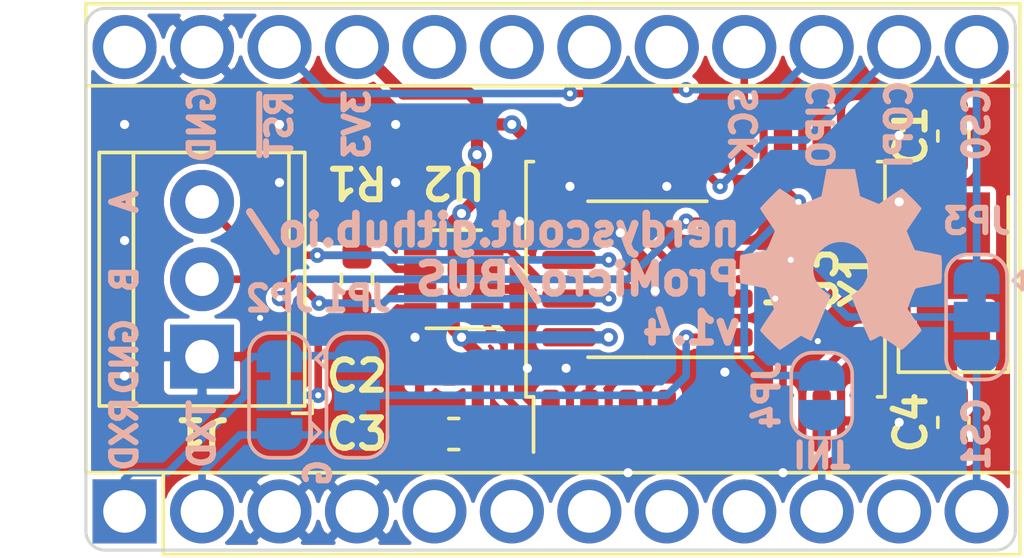
<source format=kicad_pcb>
(kicad_pcb (version 20171130) (host pcbnew 5.1.5)

  (general
    (thickness 0.8)
    (drawings 26)
    (tracks 180)
    (zones 0)
    (modules 16)
    (nets 22)
  )

  (page A4)
  (title_block
    (title BUS)
    (date 2020-10-12)
    (rev v1.4)
    (company nerdyscout)
  )

  (layers
    (0 F.Cu mixed)
    (31 B.Cu mixed)
    (32 B.Adhes user)
    (33 F.Adhes user)
    (34 B.Paste user)
    (35 F.Paste user)
    (36 B.SilkS user)
    (37 F.SilkS user)
    (38 B.Mask user)
    (39 F.Mask user)
    (40 Dwgs.User user hide)
    (41 Cmts.User user)
    (42 Eco1.User user)
    (43 Eco2.User user)
    (44 Edge.Cuts user)
    (45 Margin user)
    (46 B.CrtYd user)
    (47 F.CrtYd user)
    (48 B.Fab user hide)
    (49 F.Fab user hide)
  )

  (setup
    (last_trace_width 0.25)
    (user_trace_width 0.1)
    (user_trace_width 0.2)
    (user_trace_width 0.25)
    (user_trace_width 0.4)
    (trace_clearance 0.2)
    (zone_clearance 0.125)
    (zone_45_only no)
    (trace_min 0.1)
    (via_size 0.5)
    (via_drill 0.2)
    (via_min_size 0.45)
    (via_min_drill 0.2)
    (user_via 0.45 0.2)
    (user_via 0.5 0.2)
    (user_via 0.6 0.3)
    (uvia_size 0.3)
    (uvia_drill 0.1)
    (uvias_allowed no)
    (uvia_min_size 0.2)
    (uvia_min_drill 0.1)
    (edge_width 0.05)
    (segment_width 0.2)
    (pcb_text_width 0.3)
    (pcb_text_size 1.5 1.5)
    (mod_edge_width 0.12)
    (mod_text_size 1 1)
    (mod_text_width 0.15)
    (pad_size 1.524 1.524)
    (pad_drill 0.762)
    (pad_to_mask_clearance 0)
    (aux_axis_origin 106.68 104.14)
    (grid_origin 106.68 104.14)
    (visible_elements FFFFFF7F)
    (pcbplotparams
      (layerselection 0x010fc_ffffffff)
      (usegerberextensions false)
      (usegerberattributes false)
      (usegerberadvancedattributes false)
      (creategerberjobfile false)
      (excludeedgelayer true)
      (linewidth 0.100000)
      (plotframeref false)
      (viasonmask false)
      (mode 1)
      (useauxorigin false)
      (hpglpennumber 1)
      (hpglpenspeed 20)
      (hpglpendiameter 15.000000)
      (psnegative false)
      (psa4output false)
      (plotreference true)
      (plotvalue true)
      (plotinvisibletext false)
      (padsonsilk false)
      (subtractmaskfromsilk false)
      (outputformat 1)
      (mirror false)
      (drillshape 0)
      (scaleselection 1)
      (outputdirectory "gerber"))
  )

  (net 0 "")
  (net 1 GND)
  (net 2 +3V3)
  (net 3 /A)
  (net 4 /B)
  (net 5 "Net-(U2-Pad1)")
  (net 6 "Net-(JP1-Pad2)")
  (net 7 "Net-(JP2-Pad2)")
  (net 8 "Net-(C1-Pad2)")
  (net 9 "Net-(U2-Pad4)")
  (net 10 RXD)
  (net 11 TXD)
  (net 12 CS0)
  (net 13 COPI)
  (net 14 CIPO)
  (net 15 SCK)
  (net 16 INT)
  (net 17 CS1)
  (net 18 ~RST)
  (net 19 "Net-(C4-Pad1)")
  (net 20 CS)
  (net 21 "Net-(JP4-Pad1)")

  (net_class Default "This is the default net class."
    (clearance 0.2)
    (trace_width 0.25)
    (via_dia 0.5)
    (via_drill 0.2)
    (uvia_dia 0.3)
    (uvia_drill 0.1)
    (add_net /A)
    (add_net /B)
    (add_net CIPO)
    (add_net COPI)
    (add_net CS)
    (add_net CS0)
    (add_net CS1)
    (add_net INT)
    (add_net "Net-(A1-Pad11)")
    (add_net "Net-(A1-Pad17)")
    (add_net "Net-(A1-Pad18)")
    (add_net "Net-(A1-Pad19)")
    (add_net "Net-(A1-Pad20)")
    (add_net "Net-(A1-Pad24)")
    (add_net "Net-(A1-Pad5)")
    (add_net "Net-(A1-Pad6)")
    (add_net "Net-(A1-Pad7)")
    (add_net "Net-(A1-Pad8)")
    (add_net "Net-(A1-Pad9)")
    (add_net "Net-(C1-Pad2)")
    (add_net "Net-(C4-Pad1)")
    (add_net "Net-(JP1-Pad2)")
    (add_net "Net-(JP2-Pad2)")
    (add_net "Net-(JP4-Pad1)")
    (add_net "Net-(U2-Pad1)")
    (add_net "Net-(U2-Pad4)")
    (add_net "Net-(U2-Pad5)")
    (add_net "Net-(U3-Pad10)")
    (add_net "Net-(U3-Pad11)")
    (add_net "Net-(U3-Pad3)")
    (add_net "Net-(U3-Pad4)")
    (add_net "Net-(U3-Pad5)")
    (add_net "Net-(U3-Pad6)")
    (add_net RXD)
    (add_net SCK)
    (add_net TXD)
    (add_net ~RST)
  )

  (net_class Power ""
    (clearance 0.2)
    (trace_width 0.4)
    (via_dia 0.6)
    (via_drill 0.3)
    (uvia_dia 0.3)
    (uvia_drill 0.1)
    (add_net +3V3)
    (add_net GND)
  )

  (net_class small ""
    (clearance 0.2)
    (trace_width 0.2)
    (via_dia 0.5)
    (via_drill 0.2)
    (uvia_dia 0.3)
    (uvia_drill 0.1)
  )

  (net_class tiny ""
    (clearance 0.1)
    (trace_width 0.1)
    (via_dia 0.45)
    (via_drill 0.2)
    (uvia_dia 0.3)
    (uvia_drill 0.1)
  )

  (module Jumper:SolderJumper-2_P1.3mm_Open_RoundedPad1.0x1.5mm (layer B.Cu) (tedit 5B391E66) (tstamp 608EA413)
    (at 129.54 100.33 270)
    (descr "SMD Solder Jumper, 1x1.5mm, rounded Pads, 0.3mm gap, open")
    (tags "solder jumper open")
    (path /608F494F)
    (attr virtual)
    (fp_text reference JP4 (at 0 1.8 90) (layer B.SilkS)
      (effects (font (size 0.8 0.8) (thickness 0.2)) (justify mirror))
    )
    (fp_text value SolderJumper_2_Open (at 0 -1.9 90) (layer B.Fab)
      (effects (font (size 1 1) (thickness 0.15)) (justify mirror))
    )
    (fp_line (start 1.65 -1.25) (end -1.65 -1.25) (layer B.CrtYd) (width 0.05))
    (fp_line (start 1.65 -1.25) (end 1.65 1.25) (layer B.CrtYd) (width 0.05))
    (fp_line (start -1.65 1.25) (end -1.65 -1.25) (layer B.CrtYd) (width 0.05))
    (fp_line (start -1.65 1.25) (end 1.65 1.25) (layer B.CrtYd) (width 0.05))
    (fp_line (start -0.7 1) (end 0.7 1) (layer B.SilkS) (width 0.12))
    (fp_line (start 1.4 0.3) (end 1.4 -0.3) (layer B.SilkS) (width 0.12))
    (fp_line (start 0.7 -1) (end -0.7 -1) (layer B.SilkS) (width 0.12))
    (fp_line (start -1.4 -0.3) (end -1.4 0.3) (layer B.SilkS) (width 0.12))
    (fp_arc (start -0.7 0.3) (end -0.7 1) (angle 90) (layer B.SilkS) (width 0.12))
    (fp_arc (start -0.7 -0.3) (end -1.4 -0.3) (angle 90) (layer B.SilkS) (width 0.12))
    (fp_arc (start 0.7 -0.3) (end 0.7 -1) (angle 90) (layer B.SilkS) (width 0.12))
    (fp_arc (start 0.7 0.3) (end 1.4 0.3) (angle 90) (layer B.SilkS) (width 0.12))
    (pad 2 smd custom (at 0.65 0 270) (size 1 0.5) (layers B.Cu B.Mask)
      (net 16 INT) (zone_connect 2)
      (options (clearance outline) (anchor rect))
      (primitives
        (gr_circle (center 0 -0.25) (end 0.5 -0.25) (width 0))
        (gr_circle (center 0 0.25) (end 0.5 0.25) (width 0))
        (gr_poly (pts
           (xy 0 0.75) (xy -0.5 0.75) (xy -0.5 -0.75) (xy 0 -0.75)) (width 0))
      ))
    (pad 1 smd custom (at -0.65 0 270) (size 1 0.5) (layers B.Cu B.Mask)
      (net 21 "Net-(JP4-Pad1)") (zone_connect 2)
      (options (clearance outline) (anchor rect))
      (primitives
        (gr_circle (center 0 -0.25) (end 0.5 -0.25) (width 0))
        (gr_circle (center 0 0.25) (end 0.5 0.25) (width 0))
        (gr_poly (pts
           (xy 0 0.75) (xy 0.5 0.75) (xy 0.5 -0.75) (xy 0 -0.75)) (width 0))
      ))
  )

  (module Capacitor_SMD:C_0603_1608Metric (layer F.Cu) (tedit 5B301BBE) (tstamp 5F84A196)
    (at 117.475 101.6 180)
    (descr "Capacitor SMD 0603 (1608 Metric), square (rectangular) end terminal, IPC_7351 nominal, (Body size source: http://www.tortai-tech.com/upload/download/2011102023233369053.pdf), generated with kicad-footprint-generator")
    (tags capacitor)
    (path /5F8520C1)
    (attr smd)
    (fp_text reference C3 (at 3.175 0) (layer F.SilkS)
      (effects (font (size 1 1) (thickness 0.2)))
    )
    (fp_text value 10µ (at 0 1.43) (layer F.Fab)
      (effects (font (size 1 1) (thickness 0.15)))
    )
    (fp_text user %R (at 0 0) (layer F.Fab)
      (effects (font (size 0.4 0.4) (thickness 0.06)))
    )
    (fp_line (start 1.48 0.73) (end -1.48 0.73) (layer F.CrtYd) (width 0.05))
    (fp_line (start 1.48 -0.73) (end 1.48 0.73) (layer F.CrtYd) (width 0.05))
    (fp_line (start -1.48 -0.73) (end 1.48 -0.73) (layer F.CrtYd) (width 0.05))
    (fp_line (start -1.48 0.73) (end -1.48 -0.73) (layer F.CrtYd) (width 0.05))
    (fp_line (start -0.162779 0.51) (end 0.162779 0.51) (layer F.SilkS) (width 0.12))
    (fp_line (start -0.162779 -0.51) (end 0.162779 -0.51) (layer F.SilkS) (width 0.12))
    (fp_line (start 0.8 0.4) (end -0.8 0.4) (layer F.Fab) (width 0.1))
    (fp_line (start 0.8 -0.4) (end 0.8 0.4) (layer F.Fab) (width 0.1))
    (fp_line (start -0.8 -0.4) (end 0.8 -0.4) (layer F.Fab) (width 0.1))
    (fp_line (start -0.8 0.4) (end -0.8 -0.4) (layer F.Fab) (width 0.1))
    (pad 2 smd roundrect (at 0.7875 0 180) (size 0.875 0.95) (layers F.Cu F.Paste F.Mask) (roundrect_rratio 0.25)
      (net 1 GND))
    (pad 1 smd roundrect (at -0.7875 0 180) (size 0.875 0.95) (layers F.Cu F.Paste F.Mask) (roundrect_rratio 0.25)
      (net 2 +3V3))
    (model ${KISYS3DMOD}/Capacitor_SMD.3dshapes/C_0603_1608Metric.wrl
      (at (xyz 0 0 0))
      (scale (xyz 1 1 1))
      (rotate (xyz 0 0 0))
    )
  )

  (module Capacitor_SMD:C_0402_1005Metric (layer F.Cu) (tedit 5B301BBE) (tstamp 5F84A185)
    (at 116.84 99.695 180)
    (descr "Capacitor SMD 0402 (1005 Metric), square (rectangular) end terminal, IPC_7351 nominal, (Body size source: http://www.tortai-tech.com/upload/download/2011102023233369053.pdf), generated with kicad-footprint-generator")
    (tags capacitor)
    (path /5F8520BF)
    (attr smd)
    (fp_text reference C2 (at 2.54 0) (layer F.SilkS)
      (effects (font (size 1 1) (thickness 0.2)))
    )
    (fp_text value 100n (at 0 1.17) (layer F.Fab)
      (effects (font (size 1 1) (thickness 0.15)))
    )
    (fp_text user %R (at 0 0) (layer F.Fab)
      (effects (font (size 0.25 0.25) (thickness 0.04)))
    )
    (fp_line (start 0.93 0.47) (end -0.93 0.47) (layer F.CrtYd) (width 0.05))
    (fp_line (start 0.93 -0.47) (end 0.93 0.47) (layer F.CrtYd) (width 0.05))
    (fp_line (start -0.93 -0.47) (end 0.93 -0.47) (layer F.CrtYd) (width 0.05))
    (fp_line (start -0.93 0.47) (end -0.93 -0.47) (layer F.CrtYd) (width 0.05))
    (fp_line (start 0.5 0.25) (end -0.5 0.25) (layer F.Fab) (width 0.1))
    (fp_line (start 0.5 -0.25) (end 0.5 0.25) (layer F.Fab) (width 0.1))
    (fp_line (start -0.5 -0.25) (end 0.5 -0.25) (layer F.Fab) (width 0.1))
    (fp_line (start -0.5 0.25) (end -0.5 -0.25) (layer F.Fab) (width 0.1))
    (pad 2 smd roundrect (at 0.485 0 180) (size 0.59 0.64) (layers F.Cu F.Paste F.Mask) (roundrect_rratio 0.25)
      (net 1 GND))
    (pad 1 smd roundrect (at -0.485 0 180) (size 0.59 0.64) (layers F.Cu F.Paste F.Mask) (roundrect_rratio 0.25)
      (net 2 +3V3))
    (model ${KISYS3DMOD}/Capacitor_SMD.3dshapes/C_0402_1005Metric.wrl
      (at (xyz 0 0 0))
      (scale (xyz 1 1 1))
      (rotate (xyz 0 0 0))
    )
  )

  (module Module:Sparkfun_Pro_Micro (layer F.Cu) (tedit 5F7609C8) (tstamp 5F84A156)
    (at 106.68 104.14 90)
    (descr "Sparkfun Pro Micro, https://cdn.sparkfun.com/datasheets/Dev/Arduino/Boards/Pro_Micro_v13b.pdf")
    (tags "Sparkfun Pro Micro")
    (path /5F84D072)
    (fp_text reference A1 (at 2.54 0) (layer F.SilkS) hide
      (effects (font (size 1 1) (thickness 0.2)))
    )
    (fp_text value Sparkfun_Pro_Micro (at 8.89 13.97) (layer F.Fab)
      (effects (font (size 1 1) (thickness 0.15)))
    )
    (fp_line (start 16.76 29.46) (end -1.52 29.46) (layer F.CrtYd) (width 0.05))
    (fp_line (start 16.76 29.46) (end 16.76 -4.06) (layer F.CrtYd) (width 0.05))
    (fp_line (start -1.52 -4.06) (end -1.52 29.46) (layer F.CrtYd) (width 0.05))
    (fp_line (start -1.52 -4.06) (end 16.76 -4.06) (layer F.CrtYd) (width 0.05))
    (fp_line (start 16.51 -3.81) (end 16.51 29.21) (layer F.Fab) (width 0.1))
    (fp_line (start -0.381 -3.81) (end 16.51 -3.81) (layer F.Fab) (width 0.1))
    (fp_line (start -0.381 -3.81) (end -1.27 -2.921) (layer F.Fab) (width 0.1))
    (fp_line (start -1.27 29.21) (end -1.27 -2.921) (layer F.Fab) (width 0.1))
    (fp_line (start 16.51 29.21) (end -1.27 29.21) (layer F.Fab) (width 0.1))
    (fp_line (start 16.66 -1.27) (end 1.27 -1.27) (layer F.SilkS) (width 0.12))
    (fp_line (start 16.66 29.36) (end 16.66 -1.27) (layer F.SilkS) (width 0.12))
    (fp_line (start -1.42 29.36) (end 16.66 29.36) (layer F.SilkS) (width 0.12))
    (fp_line (start 1.27 -1.27) (end 1.27 29.36) (layer F.SilkS) (width 0.12))
    (fp_line (start 1.27 1.27) (end -1.42 1.27) (layer F.SilkS) (width 0.12))
    (fp_line (start 13.97 -1.27) (end 13.97 29.36) (layer F.SilkS) (width 0.12))
    (fp_line (start -1.42 1.27) (end -1.42 29.36) (layer F.SilkS) (width 0.12))
    (fp_text user %R (at 6.096 13.97) (layer F.Fab)
      (effects (font (size 1 1) (thickness 0.15)))
    )
    (pad 1 thru_hole rect (at 0 0 90) (size 2.1 2.1) (drill 1.4) (layers *.Cu *.Mask)
      (net 10 RXD))
    (pad 2 thru_hole circle (at 0 2.54 90) (size 2.1 2.1) (drill 1.4) (layers *.Cu *.Mask)
      (net 11 TXD))
    (pad 3 thru_hole circle (at 0 5.08 90) (size 2.1 2.1) (drill 1.4) (layers *.Cu *.Mask)
      (net 1 GND))
    (pad 13 thru_hole circle (at 15.24 27.94 90) (size 2.1 2.1) (drill 1.4) (layers *.Cu *.Mask)
      (net 12 CS0))
    (pad 4 thru_hole circle (at 0 7.62 90) (size 2.1 2.1) (drill 1.4) (layers *.Cu *.Mask)
      (net 1 GND))
    (pad 14 thru_hole circle (at 15.24 25.4 90) (size 2.1 2.1) (drill 1.4) (layers *.Cu *.Mask)
      (net 13 COPI))
    (pad 5 thru_hole circle (at 0 10.16 90) (size 2.1 2.1) (drill 1.4) (layers *.Cu *.Mask))
    (pad 15 thru_hole circle (at 15.24 22.86 90) (size 2.1 2.1) (drill 1.4) (layers *.Cu *.Mask)
      (net 14 CIPO))
    (pad 6 thru_hole circle (at 0 12.7 90) (size 2.1 2.1) (drill 1.4) (layers *.Cu *.Mask))
    (pad 16 thru_hole circle (at 15.24 20.32 90) (size 2.1 2.1) (drill 1.4) (layers *.Cu *.Mask)
      (net 15 SCK))
    (pad 7 thru_hole circle (at 0 15.24 90) (size 2.1 2.1) (drill 1.4) (layers *.Cu *.Mask))
    (pad 17 thru_hole circle (at 15.24 17.78 90) (size 2.1 2.1) (drill 1.4) (layers *.Cu *.Mask))
    (pad 8 thru_hole circle (at 0 17.78 90) (size 2.1 2.1) (drill 1.4) (layers *.Cu *.Mask))
    (pad 18 thru_hole circle (at 15.24 15.24 90) (size 2.1 2.1) (drill 1.4) (layers *.Cu *.Mask))
    (pad 9 thru_hole circle (at 0 20.32 90) (size 2.1 2.1) (drill 1.4) (layers *.Cu *.Mask))
    (pad 19 thru_hole circle (at 15.24 12.7 90) (size 2.1 2.1) (drill 1.4) (layers *.Cu *.Mask))
    (pad 10 thru_hole circle (at 0 22.86 90) (size 2.1 2.1) (drill 1.4) (layers *.Cu *.Mask)
      (net 16 INT))
    (pad 20 thru_hole circle (at 15.24 10.16 90) (size 2.1 2.1) (drill 1.4) (layers *.Cu *.Mask))
    (pad 11 thru_hole circle (at 0 25.4 90) (size 2.1 2.1) (drill 1.4) (layers *.Cu *.Mask))
    (pad 21 thru_hole circle (at 15.24 7.62 90) (size 2.1 2.1) (drill 1.4) (layers *.Cu *.Mask)
      (net 2 +3V3))
    (pad 12 thru_hole circle (at 0 27.94 90) (size 2.1 2.1) (drill 1.4) (layers *.Cu *.Mask)
      (net 17 CS1))
    (pad 22 thru_hole circle (at 15.24 5.08 90) (size 2.1 2.1) (drill 1.4) (layers *.Cu *.Mask)
      (net 18 ~RST))
    (pad 23 thru_hole circle (at 15.24 2.54 90) (size 2.1 2.1) (drill 1.4) (layers *.Cu *.Mask)
      (net 1 GND))
    (pad 24 thru_hole circle (at 15.24 0 90) (size 2.1 2.1) (drill 1.4) (layers *.Cu *.Mask))
    (model ${KISYS3DMOD}/Module.3dshapes/Sparkfun_Pro_Micro.wrl
      (at (xyz 0 0 0))
      (scale (xyz 1 1 1))
      (rotate (xyz 0 0 0))
    )
  )

  (module Symbol:OSHW-Symbol_6.7x6mm_SilkScreen (layer B.Cu) (tedit 0) (tstamp 5E260438)
    (at 130.175 95.885 180)
    (descr "Open Source Hardware Symbol")
    (tags "Logo Symbol OSHW")
    (path /5E25FD05)
    (attr virtual)
    (fp_text reference LOGO1 (at 0 0) (layer B.SilkS) hide
      (effects (font (size 1 1) (thickness 0.15)) (justify mirror))
    )
    (fp_text value Logo_Open_Hardware_Small (at 0.75 0) (layer B.Fab) hide
      (effects (font (size 1 1) (thickness 0.15)) (justify mirror))
    )
    (fp_poly (pts (xy 0.555814 2.531069) (xy 0.639635 2.086445) (xy 0.94892 1.958947) (xy 1.258206 1.831449)
      (xy 1.629246 2.083754) (xy 1.733157 2.154004) (xy 1.827087 2.216728) (xy 1.906652 2.269062)
      (xy 1.96747 2.308143) (xy 2.005157 2.331107) (xy 2.015421 2.336058) (xy 2.03391 2.323324)
      (xy 2.07342 2.288118) (xy 2.129522 2.234938) (xy 2.197787 2.168282) (xy 2.273786 2.092646)
      (xy 2.353092 2.012528) (xy 2.431275 1.932426) (xy 2.503907 1.856836) (xy 2.566559 1.790255)
      (xy 2.614803 1.737182) (xy 2.64421 1.702113) (xy 2.651241 1.690377) (xy 2.641123 1.66874)
      (xy 2.612759 1.621338) (xy 2.569129 1.552807) (xy 2.513218 1.467785) (xy 2.448006 1.370907)
      (xy 2.410219 1.31565) (xy 2.341343 1.214752) (xy 2.28014 1.123701) (xy 2.229578 1.04703)
      (xy 2.192628 0.989272) (xy 2.172258 0.954957) (xy 2.169197 0.947746) (xy 2.176136 0.927252)
      (xy 2.195051 0.879487) (xy 2.223087 0.811168) (xy 2.257391 0.729011) (xy 2.295109 0.63973)
      (xy 2.333387 0.550042) (xy 2.36937 0.466662) (xy 2.400206 0.396306) (xy 2.423039 0.34569)
      (xy 2.435017 0.321529) (xy 2.435724 0.320578) (xy 2.454531 0.315964) (xy 2.504618 0.305672)
      (xy 2.580793 0.290713) (xy 2.677865 0.272099) (xy 2.790643 0.250841) (xy 2.856442 0.238582)
      (xy 2.97695 0.215638) (xy 3.085797 0.193805) (xy 3.177476 0.174278) (xy 3.246481 0.158252)
      (xy 3.287304 0.146921) (xy 3.295511 0.143326) (xy 3.303548 0.118994) (xy 3.310033 0.064041)
      (xy 3.31497 -0.015108) (xy 3.318364 -0.112026) (xy 3.320218 -0.220287) (xy 3.320538 -0.333465)
      (xy 3.319327 -0.445135) (xy 3.31659 -0.548868) (xy 3.312331 -0.638241) (xy 3.306555 -0.706826)
      (xy 3.299267 -0.748197) (xy 3.294895 -0.75681) (xy 3.268764 -0.767133) (xy 3.213393 -0.781892)
      (xy 3.136107 -0.799352) (xy 3.04423 -0.81778) (xy 3.012158 -0.823741) (xy 2.857524 -0.852066)
      (xy 2.735375 -0.874876) (xy 2.641673 -0.89308) (xy 2.572384 -0.907583) (xy 2.523471 -0.919292)
      (xy 2.490897 -0.929115) (xy 2.470628 -0.937956) (xy 2.458626 -0.946724) (xy 2.456947 -0.948457)
      (xy 2.440184 -0.976371) (xy 2.414614 -1.030695) (xy 2.382788 -1.104777) (xy 2.34726 -1.191965)
      (xy 2.310583 -1.285608) (xy 2.275311 -1.379052) (xy 2.243996 -1.465647) (xy 2.219193 -1.53874)
      (xy 2.203454 -1.591678) (xy 2.199332 -1.617811) (xy 2.199676 -1.618726) (xy 2.213641 -1.640086)
      (xy 2.245322 -1.687084) (xy 2.291391 -1.754827) (xy 2.348518 -1.838423) (xy 2.413373 -1.932982)
      (xy 2.431843 -1.959854) (xy 2.497699 -2.057275) (xy 2.55565 -2.146163) (xy 2.602538 -2.221412)
      (xy 2.635207 -2.27792) (xy 2.6505 -2.310581) (xy 2.651241 -2.314593) (xy 2.638392 -2.335684)
      (xy 2.602888 -2.377464) (xy 2.549293 -2.435445) (xy 2.482171 -2.505135) (xy 2.406087 -2.582045)
      (xy 2.325604 -2.661683) (xy 2.245287 -2.739561) (xy 2.169699 -2.811186) (xy 2.103405 -2.87207)
      (xy 2.050969 -2.917721) (xy 2.016955 -2.94365) (xy 2.007545 -2.947883) (xy 1.985643 -2.937912)
      (xy 1.9408 -2.91102) (xy 1.880321 -2.871736) (xy 1.833789 -2.840117) (xy 1.749475 -2.782098)
      (xy 1.649626 -2.713784) (xy 1.549473 -2.645579) (xy 1.495627 -2.609075) (xy 1.313371 -2.4858)
      (xy 1.160381 -2.56852) (xy 1.090682 -2.604759) (xy 1.031414 -2.632926) (xy 0.991311 -2.648991)
      (xy 0.981103 -2.651226) (xy 0.968829 -2.634722) (xy 0.944613 -2.588082) (xy 0.910263 -2.515609)
      (xy 0.867588 -2.421606) (xy 0.818394 -2.310374) (xy 0.76449 -2.186215) (xy 0.707684 -2.053432)
      (xy 0.649782 -1.916327) (xy 0.592593 -1.779202) (xy 0.537924 -1.646358) (xy 0.487584 -1.522098)
      (xy 0.44338 -1.410725) (xy 0.407119 -1.316539) (xy 0.380609 -1.243844) (xy 0.365658 -1.196941)
      (xy 0.363254 -1.180833) (xy 0.382311 -1.160286) (xy 0.424036 -1.126933) (xy 0.479706 -1.087702)
      (xy 0.484378 -1.084599) (xy 0.628264 -0.969423) (xy 0.744283 -0.835053) (xy 0.83143 -0.685784)
      (xy 0.888699 -0.525913) (xy 0.915086 -0.359737) (xy 0.909585 -0.191552) (xy 0.87119 -0.025655)
      (xy 0.798895 0.133658) (xy 0.777626 0.168513) (xy 0.666996 0.309263) (xy 0.536302 0.422286)
      (xy 0.390064 0.506997) (xy 0.232808 0.562806) (xy 0.069057 0.589126) (xy -0.096667 0.58537)
      (xy -0.259838 0.55095) (xy -0.415935 0.485277) (xy -0.560433 0.387765) (xy -0.605131 0.348187)
      (xy -0.718888 0.224297) (xy -0.801782 0.093876) (xy -0.858644 -0.052315) (xy -0.890313 -0.197088)
      (xy -0.898131 -0.35986) (xy -0.872062 -0.52344) (xy -0.814755 -0.682298) (xy -0.728856 -0.830906)
      (xy -0.617014 -0.963735) (xy -0.481877 -1.075256) (xy -0.464117 -1.087011) (xy -0.40785 -1.125508)
      (xy -0.365077 -1.158863) (xy -0.344628 -1.18016) (xy -0.344331 -1.180833) (xy -0.348721 -1.203871)
      (xy -0.366124 -1.256157) (xy -0.394732 -1.33339) (xy -0.432735 -1.431268) (xy -0.478326 -1.545491)
      (xy -0.529697 -1.671758) (xy -0.585038 -1.805767) (xy -0.642542 -1.943218) (xy -0.700399 -2.079808)
      (xy -0.756802 -2.211237) (xy -0.809942 -2.333205) (xy -0.85801 -2.441409) (xy -0.899199 -2.531549)
      (xy -0.931699 -2.599323) (xy -0.953703 -2.64043) (xy -0.962564 -2.651226) (xy -0.98964 -2.642819)
      (xy -1.040303 -2.620272) (xy -1.105817 -2.587613) (xy -1.141841 -2.56852) (xy -1.294832 -2.4858)
      (xy -1.477088 -2.609075) (xy -1.570125 -2.672228) (xy -1.671985 -2.741727) (xy -1.767438 -2.807165)
      (xy -1.81525 -2.840117) (xy -1.882495 -2.885273) (xy -1.939436 -2.921057) (xy -1.978646 -2.942938)
      (xy -1.991381 -2.947563) (xy -2.009917 -2.935085) (xy -2.050941 -2.900252) (xy -2.110475 -2.846678)
      (xy -2.184542 -2.777983) (xy -2.269165 -2.697781) (xy -2.322685 -2.646286) (xy -2.416319 -2.554286)
      (xy -2.497241 -2.471999) (xy -2.562177 -2.402945) (xy -2.607858 -2.350644) (xy -2.631011 -2.318616)
      (xy -2.633232 -2.312116) (xy -2.622924 -2.287394) (xy -2.594439 -2.237405) (xy -2.550937 -2.167212)
      (xy -2.495577 -2.081875) (xy -2.43152 -1.986456) (xy -2.413303 -1.959854) (xy -2.346927 -1.863167)
      (xy -2.287378 -1.776117) (xy -2.237984 -1.703595) (xy -2.202075 -1.650493) (xy -2.182981 -1.621703)
      (xy -2.181136 -1.618726) (xy -2.183895 -1.595782) (xy -2.198538 -1.545336) (xy -2.222513 -1.474041)
      (xy -2.253266 -1.388547) (xy -2.288244 -1.295507) (xy -2.324893 -1.201574) (xy -2.360661 -1.113399)
      (xy -2.392994 -1.037634) (xy -2.419338 -0.980931) (xy -2.437142 -0.949943) (xy -2.438407 -0.948457)
      (xy -2.449294 -0.939601) (xy -2.467682 -0.930843) (xy -2.497606 -0.921277) (xy -2.543103 -0.909996)
      (xy -2.608209 -0.896093) (xy -2.696961 -0.878663) (xy -2.813393 -0.856798) (xy -2.961542 -0.829591)
      (xy -2.993618 -0.823741) (xy -3.088686 -0.805374) (xy -3.171565 -0.787405) (xy -3.23493 -0.771569)
      (xy -3.271458 -0.7596) (xy -3.276356 -0.75681) (xy -3.284427 -0.732072) (xy -3.290987 -0.67679)
      (xy -3.296033 -0.597389) (xy -3.299559 -0.500296) (xy -3.301561 -0.391938) (xy -3.302036 -0.27874)
      (xy -3.300977 -0.167128) (xy -3.298382 -0.063529) (xy -3.294246 0.025632) (xy -3.288563 0.093928)
      (xy -3.281331 0.134934) (xy -3.276971 0.143326) (xy -3.252698 0.151792) (xy -3.197426 0.165565)
      (xy -3.116662 0.18345) (xy -3.015912 0.204252) (xy -2.900683 0.226777) (xy -2.837902 0.238582)
      (xy -2.718787 0.260849) (xy -2.612565 0.281021) (xy -2.524427 0.298085) (xy -2.459566 0.311031)
      (xy -2.423174 0.318845) (xy -2.417184 0.320578) (xy -2.407061 0.34011) (xy -2.385662 0.387157)
      (xy -2.355839 0.454997) (xy -2.320445 0.536909) (xy -2.282332 0.626172) (xy -2.244353 0.716065)
      (xy -2.20936 0.799865) (xy -2.180206 0.870853) (xy -2.159743 0.922306) (xy -2.150823 0.947503)
      (xy -2.150657 0.948604) (xy -2.160769 0.968481) (xy -2.189117 1.014223) (xy -2.232723 1.081283)
      (xy -2.288606 1.165116) (xy -2.353787 1.261174) (xy -2.391679 1.31635) (xy -2.460725 1.417519)
      (xy -2.52205 1.50937) (xy -2.572663 1.587256) (xy -2.609571 1.646531) (xy -2.629782 1.682549)
      (xy -2.632701 1.690623) (xy -2.620153 1.709416) (xy -2.585463 1.749543) (xy -2.533063 1.806507)
      (xy -2.467384 1.875815) (xy -2.392856 1.952969) (xy -2.313913 2.033475) (xy -2.234983 2.112837)
      (xy -2.1605 2.18656) (xy -2.094894 2.250148) (xy -2.042596 2.299106) (xy -2.008039 2.328939)
      (xy -1.996478 2.336058) (xy -1.977654 2.326047) (xy -1.932631 2.297922) (xy -1.865787 2.254546)
      (xy -1.781499 2.198782) (xy -1.684144 2.133494) (xy -1.610707 2.083754) (xy -1.239667 1.831449)
      (xy -0.621095 2.086445) (xy -0.537275 2.531069) (xy -0.453454 2.975693) (xy 0.471994 2.975693)
      (xy 0.555814 2.531069)) (layer B.SilkS) (width 0.01))
  )

  (module Jumper:SolderJumper-3_P1.3mm_Bridged12_RoundedPad1.0x1.5mm (layer B.Cu) (tedit 5C745321) (tstamp 5EB5FF0E)
    (at 134.62 97.76 270)
    (descr "SMD Solder 3-pad Jumper, 1x1.5mm rounded Pads, 0.3mm gap, pads 1-2 bridged with 1 copper strip")
    (tags "solder jumper open")
    (path /5EB5D67F)
    (attr virtual)
    (fp_text reference JP3 (at -3.145 0 unlocked) (layer B.SilkS)
      (effects (font (size 0.8 0.8) (thickness 0.2)) (justify mirror))
    )
    (fp_text value SolderJumper_3_Bridged12 (at 0 0 90) (layer B.Fab) hide
      (effects (font (size 1 1) (thickness 0.15)) (justify mirror))
    )
    (fp_poly (pts (xy -0.9 0.3) (xy -0.4 0.3) (xy -0.4 -0.3) (xy -0.9 -0.3)) (layer B.Cu) (width 0))
    (fp_arc (start -1.35 0.3) (end -1.35 1) (angle 90) (layer B.SilkS) (width 0.12))
    (fp_arc (start -1.35 -0.3) (end -2.05 -0.3) (angle 90) (layer B.SilkS) (width 0.12))
    (fp_arc (start 1.35 -0.3) (end 1.35 -1) (angle 90) (layer B.SilkS) (width 0.12))
    (fp_arc (start 1.35 0.3) (end 2.05 0.3) (angle 90) (layer B.SilkS) (width 0.12))
    (fp_line (start 2.3 -1.25) (end -2.3 -1.25) (layer B.CrtYd) (width 0.05))
    (fp_line (start 2.3 -1.25) (end 2.3 1.25) (layer B.CrtYd) (width 0.05))
    (fp_line (start -2.3 1.25) (end -2.3 -1.25) (layer B.CrtYd) (width 0.05))
    (fp_line (start -2.3 1.25) (end 2.3 1.25) (layer B.CrtYd) (width 0.05))
    (fp_line (start -1.4 1) (end 1.4 1) (layer B.SilkS) (width 0.12))
    (fp_line (start 2.05 0.3) (end 2.05 -0.3) (layer B.SilkS) (width 0.12))
    (fp_line (start 1.4 -1) (end -1.4 -1) (layer B.SilkS) (width 0.12))
    (fp_line (start -2.05 -0.3) (end -2.05 0.3) (layer B.SilkS) (width 0.12))
    (fp_line (start -1.2 -1.2) (end -1.5 -1.5) (layer B.SilkS) (width 0.12))
    (fp_line (start -1.5 -1.5) (end -0.9 -1.5) (layer B.SilkS) (width 0.12))
    (fp_line (start -1.2 -1.2) (end -0.9 -1.5) (layer B.SilkS) (width 0.12))
    (pad 1 smd custom (at -1.3 0 270) (size 1 0.5) (layers B.Cu B.Mask)
      (net 12 CS0) (zone_connect 2)
      (options (clearance outline) (anchor rect))
      (primitives
        (gr_circle (center 0 -0.25) (end 0.5 -0.25) (width 0))
        (gr_circle (center 0 0.25) (end 0.5 0.25) (width 0))
        (gr_poly (pts
           (xy 0.55 0.75) (xy 0 0.75) (xy 0 -0.75) (xy 0.55 -0.75)) (width 0))
      ))
    (pad 2 smd rect (at 0 0 270) (size 1 1.5) (layers B.Cu B.Mask)
      (net 20 CS))
    (pad 3 smd custom (at 1.3 0 270) (size 1 0.5) (layers B.Cu B.Mask)
      (net 17 CS1) (zone_connect 2)
      (options (clearance outline) (anchor rect))
      (primitives
        (gr_circle (center 0 -0.25) (end 0.5 -0.25) (width 0))
        (gr_circle (center 0 0.25) (end 0.5 0.25) (width 0))
        (gr_poly (pts
           (xy -0.55 0.75) (xy 0 0.75) (xy 0 -0.75) (xy -0.55 -0.75)) (width 0))
      ))
  )

  (module Jumper:SolderJumper-3_P1.3mm_Bridged12_RoundedPad1.0x1.5mm (layer B.Cu) (tedit 5C745321) (tstamp 5EB5FEF7)
    (at 114.3 100.33 90)
    (descr "SMD Solder 3-pad Jumper, 1x1.5mm rounded Pads, 0.3mm gap, pads 1-2 bridged with 1 copper strip")
    (tags "solder jumper open")
    (path /5EB5F7A2)
    (attr virtual)
    (fp_text reference JP1 (at 3.175 0 unlocked) (layer B.SilkS)
      (effects (font (size 0.8 0.8) (thickness 0.2)) (justify mirror))
    )
    (fp_text value SolderJumper_3_Bridged12 (at 0 0 90) (layer B.Fab) hide
      (effects (font (size 1 1) (thickness 0.15)) (justify mirror))
    )
    (fp_poly (pts (xy -0.9 0.3) (xy -0.4 0.3) (xy -0.4 -0.3) (xy -0.9 -0.3)) (layer B.Cu) (width 0))
    (fp_arc (start -1.35 0.3) (end -1.35 1) (angle 90) (layer B.SilkS) (width 0.12))
    (fp_arc (start -1.35 -0.3) (end -2.05 -0.3) (angle 90) (layer B.SilkS) (width 0.12))
    (fp_arc (start 1.35 -0.3) (end 1.35 -1) (angle 90) (layer B.SilkS) (width 0.12))
    (fp_arc (start 1.35 0.3) (end 2.05 0.3) (angle 90) (layer B.SilkS) (width 0.12))
    (fp_line (start 2.3 -1.25) (end -2.3 -1.25) (layer B.CrtYd) (width 0.05))
    (fp_line (start 2.3 -1.25) (end 2.3 1.25) (layer B.CrtYd) (width 0.05))
    (fp_line (start -2.3 1.25) (end -2.3 -1.25) (layer B.CrtYd) (width 0.05))
    (fp_line (start -2.3 1.25) (end 2.3 1.25) (layer B.CrtYd) (width 0.05))
    (fp_line (start -1.4 1) (end 1.4 1) (layer B.SilkS) (width 0.12))
    (fp_line (start 2.05 0.3) (end 2.05 -0.3) (layer B.SilkS) (width 0.12))
    (fp_line (start 1.4 -1) (end -1.4 -1) (layer B.SilkS) (width 0.12))
    (fp_line (start -2.05 -0.3) (end -2.05 0.3) (layer B.SilkS) (width 0.12))
    (fp_line (start -1.2 -1.2) (end -1.5 -1.5) (layer B.SilkS) (width 0.12))
    (fp_line (start -1.5 -1.5) (end -0.9 -1.5) (layer B.SilkS) (width 0.12))
    (fp_line (start -1.2 -1.2) (end -0.9 -1.5) (layer B.SilkS) (width 0.12))
    (pad 1 smd custom (at -1.3 0 90) (size 1 0.5) (layers B.Cu B.Mask)
      (net 11 TXD) (zone_connect 2)
      (options (clearance outline) (anchor rect))
      (primitives
        (gr_circle (center 0 -0.25) (end 0.5 -0.25) (width 0))
        (gr_circle (center 0 0.25) (end 0.5 0.25) (width 0))
        (gr_poly (pts
           (xy 0.55 0.75) (xy 0 0.75) (xy 0 -0.75) (xy 0.55 -0.75)) (width 0))
      ))
    (pad 2 smd rect (at 0 0 90) (size 1 1.5) (layers B.Cu B.Mask)
      (net 6 "Net-(JP1-Pad2)"))
    (pad 3 smd custom (at 1.3 0 90) (size 1 0.5) (layers B.Cu B.Mask)
      (net 10 RXD) (zone_connect 2)
      (options (clearance outline) (anchor rect))
      (primitives
        (gr_circle (center 0 -0.25) (end 0.5 -0.25) (width 0))
        (gr_circle (center 0 0.25) (end 0.5 0.25) (width 0))
        (gr_poly (pts
           (xy -0.55 0.75) (xy 0 0.75) (xy 0 -0.75) (xy -0.55 -0.75)) (width 0))
      ))
  )

  (module Jumper:SolderJumper-3_P1.3mm_Bridged12_RoundedPad1.0x1.5mm (layer B.Cu) (tedit 5C745321) (tstamp 5EB5FEE0)
    (at 111.76 100.33 270)
    (descr "SMD Solder 3-pad Jumper, 1x1.5mm rounded Pads, 0.3mm gap, pads 1-2 bridged with 1 copper strip")
    (tags "solder jumper open")
    (path /5EB5EA1D)
    (attr virtual)
    (fp_text reference JP2 (at -3.175 0 unlocked) (layer B.SilkS)
      (effects (font (size 0.8 0.8) (thickness 0.2)) (justify mirror))
    )
    (fp_text value SolderJumper_3_Bridged12 (at 0 0 90) (layer B.Fab) hide
      (effects (font (size 1 1) (thickness 0.15)) (justify mirror))
    )
    (fp_poly (pts (xy -0.9 0.3) (xy -0.4 0.3) (xy -0.4 -0.3) (xy -0.9 -0.3)) (layer B.Cu) (width 0))
    (fp_arc (start -1.35 0.3) (end -1.35 1) (angle 90) (layer B.SilkS) (width 0.12))
    (fp_arc (start -1.35 -0.3) (end -2.05 -0.3) (angle 90) (layer B.SilkS) (width 0.12))
    (fp_arc (start 1.35 -0.3) (end 1.35 -1) (angle 90) (layer B.SilkS) (width 0.12))
    (fp_arc (start 1.35 0.3) (end 2.05 0.3) (angle 90) (layer B.SilkS) (width 0.12))
    (fp_line (start 2.3 -1.25) (end -2.3 -1.25) (layer B.CrtYd) (width 0.05))
    (fp_line (start 2.3 -1.25) (end 2.3 1.25) (layer B.CrtYd) (width 0.05))
    (fp_line (start -2.3 1.25) (end -2.3 -1.25) (layer B.CrtYd) (width 0.05))
    (fp_line (start -2.3 1.25) (end 2.3 1.25) (layer B.CrtYd) (width 0.05))
    (fp_line (start -1.4 1) (end 1.4 1) (layer B.SilkS) (width 0.12))
    (fp_line (start 2.05 0.3) (end 2.05 -0.3) (layer B.SilkS) (width 0.12))
    (fp_line (start 1.4 -1) (end -1.4 -1) (layer B.SilkS) (width 0.12))
    (fp_line (start -2.05 -0.3) (end -2.05 0.3) (layer B.SilkS) (width 0.12))
    (fp_line (start -1.2 -1.2) (end -1.5 -1.5) (layer B.SilkS) (width 0.12))
    (fp_line (start -1.5 -1.5) (end -0.9 -1.5) (layer B.SilkS) (width 0.12))
    (fp_line (start -1.2 -1.2) (end -0.9 -1.5) (layer B.SilkS) (width 0.12))
    (pad 1 smd custom (at -1.3 0 270) (size 1 0.5) (layers B.Cu B.Mask)
      (net 10 RXD) (zone_connect 2)
      (options (clearance outline) (anchor rect))
      (primitives
        (gr_circle (center 0 -0.25) (end 0.5 -0.25) (width 0))
        (gr_circle (center 0 0.25) (end 0.5 0.25) (width 0))
        (gr_poly (pts
           (xy 0.55 0.75) (xy 0 0.75) (xy 0 -0.75) (xy 0.55 -0.75)) (width 0))
      ))
    (pad 2 smd rect (at 0 0 270) (size 1 1.5) (layers B.Cu B.Mask)
      (net 7 "Net-(JP2-Pad2)"))
    (pad 3 smd custom (at 1.3 0 270) (size 1 0.5) (layers B.Cu B.Mask)
      (net 11 TXD) (zone_connect 2)
      (options (clearance outline) (anchor rect))
      (primitives
        (gr_circle (center 0 -0.25) (end 0.5 -0.25) (width 0))
        (gr_circle (center 0 0.25) (end 0.5 0.25) (width 0))
        (gr_poly (pts
           (xy -0.55 0.75) (xy 0 0.75) (xy 0 -0.75) (xy -0.55 -0.75)) (width 0))
      ))
  )

  (module Package_SO:SO-8_3.9x4.9mm_P1.27mm (layer F.Cu) (tedit 5C509AD1) (tstamp 5E2E31D1)
    (at 123.825 96.52 180)
    (descr "SO, 8 Pin (https://www.nxp.com/docs/en/data-sheet/PCF8523.pdf), generated with kicad-footprint-generator ipc_gullwing_generator.py")
    (tags "SO SO")
    (path /5E2AB9E8)
    (attr smd)
    (fp_text reference U1 (at -4.445 0 270) (layer F.SilkS)
      (effects (font (size 1 1) (thickness 0.2)))
    )
    (fp_text value MAX3483 (at -0.635 0 270) (layer F.Fab) hide
      (effects (font (size 1 1) (thickness 0.15)))
    )
    (fp_line (start 0 2.56) (end 1.95 2.56) (layer F.SilkS) (width 0.12))
    (fp_line (start 0 2.56) (end -1.95 2.56) (layer F.SilkS) (width 0.12))
    (fp_line (start 0 -2.56) (end 1.95 -2.56) (layer F.SilkS) (width 0.12))
    (fp_line (start 0 -2.56) (end -3.45 -2.56) (layer F.SilkS) (width 0.12))
    (fp_line (start -0.975 -2.45) (end 1.95 -2.45) (layer F.Fab) (width 0.1))
    (fp_line (start 1.95 -2.45) (end 1.95 2.45) (layer F.Fab) (width 0.1))
    (fp_line (start 1.95 2.45) (end -1.95 2.45) (layer F.Fab) (width 0.1))
    (fp_line (start -1.95 2.45) (end -1.95 -1.475) (layer F.Fab) (width 0.1))
    (fp_line (start -1.95 -1.475) (end -0.975 -2.45) (layer F.Fab) (width 0.1))
    (fp_line (start -3.7 -2.7) (end -3.7 2.7) (layer F.CrtYd) (width 0.05))
    (fp_line (start -3.7 2.7) (end 3.7 2.7) (layer F.CrtYd) (width 0.05))
    (fp_line (start 3.7 2.7) (end 3.7 -2.7) (layer F.CrtYd) (width 0.05))
    (fp_line (start 3.7 -2.7) (end -3.7 -2.7) (layer F.CrtYd) (width 0.05))
    (fp_text user %R (at -4.445 0 270) (layer F.Fab) hide
      (effects (font (size 0.98 0.98) (thickness 0.15)))
    )
    (pad 8 smd roundrect (at 2.575 -1.905 180) (size 1.75 0.6) (layers F.Cu F.Paste F.Mask) (roundrect_rratio 0.25)
      (net 2 +3V3))
    (pad 7 smd roundrect (at 2.575 -0.635 180) (size 1.75 0.6) (layers F.Cu F.Paste F.Mask) (roundrect_rratio 0.25)
      (net 4 /B))
    (pad 6 smd roundrect (at 2.575 0.635 180) (size 1.75 0.6) (layers F.Cu F.Paste F.Mask) (roundrect_rratio 0.25)
      (net 3 /A))
    (pad 5 smd roundrect (at 2.575 1.905 180) (size 1.75 0.6) (layers F.Cu F.Paste F.Mask) (roundrect_rratio 0.25)
      (net 1 GND))
    (pad 4 smd roundrect (at -2.575 1.905 180) (size 1.75 0.6) (layers F.Cu F.Paste F.Mask) (roundrect_rratio 0.25)
      (net 7 "Net-(JP2-Pad2)"))
    (pad 3 smd roundrect (at -2.575 0.635 180) (size 1.75 0.6) (layers F.Cu F.Paste F.Mask) (roundrect_rratio 0.25)
      (net 20 CS))
    (pad 2 smd roundrect (at -2.575 -0.635 180) (size 1.75 0.6) (layers F.Cu F.Paste F.Mask) (roundrect_rratio 0.25)
      (net 20 CS))
    (pad 1 smd roundrect (at -2.575 -1.905 180) (size 1.75 0.6) (layers F.Cu F.Paste F.Mask) (roundrect_rratio 0.25)
      (net 6 "Net-(JP1-Pad2)"))
    (model ${KISYS3DMOD}/Package_SO.3dshapes/SO-8_3.9x4.9mm_P1.27mm.wrl
      (at (xyz 0 0 0))
      (scale (xyz 1 1 1))
      (rotate (xyz 0 0 0))
    )
  )

  (module Crystal:Crystal_SMD_5032-2Pin_5.0x3.2mm (layer F.Cu) (tedit 5A0FD1B2) (tstamp 5E2DEB7E)
    (at 133.858 96.52 90)
    (descr "SMD Crystal SERIES SMD2520/2 http://www.icbase.com/File/PDF/HKC/HKC00061008.pdf, 5.0x3.2mm^2 package")
    (tags "SMD SMT crystal")
    (path /5E2C8BBE)
    (attr smd)
    (fp_text reference Y1 (at 0 -3.175 90) (layer F.SilkS)
      (effects (font (size 1 1) (thickness 0.2)))
    )
    (fp_text value Crystal (at 0 0.127 90) (layer F.Fab) hide
      (effects (font (size 1 1) (thickness 0.15)))
    )
    (fp_circle (center 0 0) (end 0.093333 0) (layer F.Adhes) (width 0.186667))
    (fp_circle (center 0 0) (end 0.213333 0) (layer F.Adhes) (width 0.133333))
    (fp_circle (center 0 0) (end 0.333333 0) (layer F.Adhes) (width 0.133333))
    (fp_circle (center 0 0) (end 0.4 0) (layer F.Adhes) (width 0.1))
    (fp_line (start 3.1 -1.9) (end -3.1 -1.9) (layer F.CrtYd) (width 0.05))
    (fp_line (start 3.1 1.9) (end 3.1 -1.9) (layer F.CrtYd) (width 0.05))
    (fp_line (start -3.1 1.9) (end 3.1 1.9) (layer F.CrtYd) (width 0.05))
    (fp_line (start -3.1 -1.9) (end -3.1 1.9) (layer F.CrtYd) (width 0.05))
    (fp_line (start -3.05 1.8) (end 2.7 1.8) (layer F.SilkS) (width 0.12))
    (fp_line (start -3.05 -1.8) (end -3.05 1.8) (layer F.SilkS) (width 0.12))
    (fp_line (start 2.7 -1.8) (end -3.05 -1.8) (layer F.SilkS) (width 0.12))
    (fp_line (start -2.5 0.6) (end -1.5 1.6) (layer F.Fab) (width 0.1))
    (fp_line (start -2.5 -1.4) (end -2.3 -1.6) (layer F.Fab) (width 0.1))
    (fp_line (start -2.5 1.4) (end -2.5 -1.4) (layer F.Fab) (width 0.1))
    (fp_line (start -2.3 1.6) (end -2.5 1.4) (layer F.Fab) (width 0.1))
    (fp_line (start 2.3 1.6) (end -2.3 1.6) (layer F.Fab) (width 0.1))
    (fp_line (start 2.5 1.4) (end 2.3 1.6) (layer F.Fab) (width 0.1))
    (fp_line (start 2.5 -1.4) (end 2.5 1.4) (layer F.Fab) (width 0.1))
    (fp_line (start 2.3 -1.6) (end 2.5 -1.4) (layer F.Fab) (width 0.1))
    (fp_line (start -2.3 -1.6) (end 2.3 -1.6) (layer F.Fab) (width 0.1))
    (fp_text user %R (at 0 0 90) (layer F.Fab)
      (effects (font (size 0.4 0.4) (thickness 0.06)))
    )
    (pad 2 smd rect (at 1.85 0 90) (size 2 2.4) (layers F.Cu F.Paste F.Mask)
      (net 8 "Net-(C1-Pad2)"))
    (pad 1 smd rect (at -1.85 0 90) (size 2 2.4) (layers F.Cu F.Paste F.Mask)
      (net 19 "Net-(C4-Pad1)"))
    (model ${KISYS3DMOD}/Crystal.3dshapes/Crystal_SMD_5032-2Pin_5.0x3.2mm.wrl
      (at (xyz 0 0 0))
      (scale (xyz 1 1 1))
      (rotate (xyz 0 0 0))
    )
  )

  (module Capacitor_SMD:C_0603_1608Metric (layer F.Cu) (tedit 5B301BBE) (tstamp 5E2DE9ED)
    (at 133.858 101.219 270)
    (descr "Capacitor SMD 0603 (1608 Metric), square (rectangular) end terminal, IPC_7351 nominal, (Body size source: http://www.tortai-tech.com/upload/download/2011102023233369053.pdf), generated with kicad-footprint-generator")
    (tags capacitor)
    (path /5E2CBFBD)
    (attr smd)
    (fp_text reference C4 (at 0 1.397 90) (layer F.SilkS)
      (effects (font (size 1 1) (thickness 0.2)))
    )
    (fp_text value C (at 0 1.43 90) (layer F.Fab) hide
      (effects (font (size 1 1) (thickness 0.15)))
    )
    (fp_text user %R (at 0 0 90) (layer F.Fab)
      (effects (font (size 0.4 0.4) (thickness 0.06)))
    )
    (fp_line (start 1.48 0.73) (end -1.48 0.73) (layer F.CrtYd) (width 0.05))
    (fp_line (start 1.48 -0.73) (end 1.48 0.73) (layer F.CrtYd) (width 0.05))
    (fp_line (start -1.48 -0.73) (end 1.48 -0.73) (layer F.CrtYd) (width 0.05))
    (fp_line (start -1.48 0.73) (end -1.48 -0.73) (layer F.CrtYd) (width 0.05))
    (fp_line (start -0.162779 0.51) (end 0.162779 0.51) (layer F.SilkS) (width 0.12))
    (fp_line (start -0.162779 -0.51) (end 0.162779 -0.51) (layer F.SilkS) (width 0.12))
    (fp_line (start 0.8 0.4) (end -0.8 0.4) (layer F.Fab) (width 0.1))
    (fp_line (start 0.8 -0.4) (end 0.8 0.4) (layer F.Fab) (width 0.1))
    (fp_line (start -0.8 -0.4) (end 0.8 -0.4) (layer F.Fab) (width 0.1))
    (fp_line (start -0.8 0.4) (end -0.8 -0.4) (layer F.Fab) (width 0.1))
    (pad 2 smd roundrect (at 0.7875 0 270) (size 0.875 0.95) (layers F.Cu F.Paste F.Mask) (roundrect_rratio 0.25)
      (net 1 GND))
    (pad 1 smd roundrect (at -0.7875 0 270) (size 0.875 0.95) (layers F.Cu F.Paste F.Mask) (roundrect_rratio 0.25)
      (net 19 "Net-(C4-Pad1)"))
    (model ${KISYS3DMOD}/Capacitor_SMD.3dshapes/C_0603_1608Metric.wrl
      (at (xyz 0 0 0))
      (scale (xyz 1 1 1))
      (rotate (xyz 0 0 0))
    )
  )

  (module Capacitor_SMD:C_0603_1608Metric (layer F.Cu) (tedit 5B301BBE) (tstamp 5E2E1C0C)
    (at 133.858 91.821 270)
    (descr "Capacitor SMD 0603 (1608 Metric), square (rectangular) end terminal, IPC_7351 nominal, (Body size source: http://www.tortai-tech.com/upload/download/2011102023233369053.pdf), generated with kicad-footprint-generator")
    (tags capacitor)
    (path /5E2CAA7D)
    (attr smd)
    (fp_text reference C1 (at 0 1.397 90) (layer F.SilkS)
      (effects (font (size 1 1) (thickness 0.2)))
    )
    (fp_text value C (at 0 1.43 90) (layer F.Fab) hide
      (effects (font (size 1 1) (thickness 0.15)))
    )
    (fp_text user %R (at 0 0 90) (layer F.Fab)
      (effects (font (size 0.4 0.4) (thickness 0.06)))
    )
    (fp_line (start 1.48 0.73) (end -1.48 0.73) (layer F.CrtYd) (width 0.05))
    (fp_line (start 1.48 -0.73) (end 1.48 0.73) (layer F.CrtYd) (width 0.05))
    (fp_line (start -1.48 -0.73) (end 1.48 -0.73) (layer F.CrtYd) (width 0.05))
    (fp_line (start -1.48 0.73) (end -1.48 -0.73) (layer F.CrtYd) (width 0.05))
    (fp_line (start -0.162779 0.51) (end 0.162779 0.51) (layer F.SilkS) (width 0.12))
    (fp_line (start -0.162779 -0.51) (end 0.162779 -0.51) (layer F.SilkS) (width 0.12))
    (fp_line (start 0.8 0.4) (end -0.8 0.4) (layer F.Fab) (width 0.1))
    (fp_line (start 0.8 -0.4) (end 0.8 0.4) (layer F.Fab) (width 0.1))
    (fp_line (start -0.8 -0.4) (end 0.8 -0.4) (layer F.Fab) (width 0.1))
    (fp_line (start -0.8 0.4) (end -0.8 -0.4) (layer F.Fab) (width 0.1))
    (pad 2 smd roundrect (at 0.7875 0 270) (size 0.875 0.95) (layers F.Cu F.Paste F.Mask) (roundrect_rratio 0.25)
      (net 8 "Net-(C1-Pad2)"))
    (pad 1 smd roundrect (at -0.7875 0 270) (size 0.875 0.95) (layers F.Cu F.Paste F.Mask) (roundrect_rratio 0.25)
      (net 1 GND))
    (model ${KISYS3DMOD}/Capacitor_SMD.3dshapes/C_0603_1608Metric.wrl
      (at (xyz 0 0 0))
      (scale (xyz 1 1 1))
      (rotate (xyz 0 0 0))
    )
  )

  (module Package_TO_SOT_SMD:SOT-23-8 (layer F.Cu) (tedit 5A02FF57) (tstamp 5E2A770D)
    (at 117.475 96.52 180)
    (descr "8-pin SOT-23 package, http://www.analog.com/media/en/package-pcb-resources/package/pkg_pdf/sot-23rj/rj_8.pdf")
    (tags SOT-23-8)
    (path /5E2C5840)
    (attr smd)
    (fp_text reference U2 (at 0 3.175 180 unlocked) (layer F.SilkS)
      (effects (font (size 1 1) (thickness 0.2)))
    )
    (fp_text value MAX3051 (at 0 0 90) (layer F.Fab) hide
      (effects (font (size 1 1) (thickness 0.15)))
    )
    (fp_line (start 0.9 -1.55) (end 0.9 1.55) (layer F.Fab) (width 0.1))
    (fp_line (start 0.9 1.55) (end -0.9 1.55) (layer F.Fab) (width 0.1))
    (fp_line (start -0.9 -0.9) (end -0.9 1.55) (layer F.Fab) (width 0.1))
    (fp_line (start 0.9 -1.55) (end -0.25 -1.55) (layer F.Fab) (width 0.1))
    (fp_line (start -0.9 -0.9) (end -0.25 -1.55) (layer F.Fab) (width 0.1))
    (fp_line (start -1.9 -1.8) (end -1.9 1.8) (layer F.CrtYd) (width 0.05))
    (fp_line (start -1.9 1.8) (end 1.9 1.8) (layer F.CrtYd) (width 0.05))
    (fp_line (start 1.9 1.8) (end 1.9 -1.8) (layer F.CrtYd) (width 0.05))
    (fp_line (start 1.9 -1.8) (end -1.9 -1.8) (layer F.CrtYd) (width 0.05))
    (fp_line (start 0.9 -1.61) (end -1.55 -1.61) (layer F.SilkS) (width 0.12))
    (fp_line (start -0.9 1.61) (end 0.9 1.61) (layer F.SilkS) (width 0.12))
    (fp_text user %R (at 0 0 270) (layer F.Fab)
      (effects (font (size 0.5 0.5) (thickness 0.075)))
    )
    (pad 8 smd rect (at 1.1 -0.98 180) (size 1.06 0.4) (layers F.Cu F.Paste F.Mask)
      (net 1 GND))
    (pad 7 smd rect (at 1.1 -0.33 180) (size 1.06 0.4) (layers F.Cu F.Paste F.Mask)
      (net 4 /B))
    (pad 6 smd rect (at 1.1 0.33 180) (size 1.06 0.4) (layers F.Cu F.Paste F.Mask)
      (net 3 /A))
    (pad 5 smd rect (at 1.1 0.98 180) (size 1.06 0.4) (layers F.Cu F.Paste F.Mask))
    (pad 4 smd rect (at -1.1 0.98 180) (size 1.06 0.4) (layers F.Cu F.Paste F.Mask)
      (net 9 "Net-(U2-Pad4)"))
    (pad 3 smd rect (at -1.1 0.33 180) (size 1.06 0.4) (layers F.Cu F.Paste F.Mask)
      (net 2 +3V3))
    (pad 2 smd rect (at -1.1 -0.33 180) (size 1.06 0.4) (layers F.Cu F.Paste F.Mask)
      (net 1 GND))
    (pad 1 smd rect (at -1.1 -0.98 180) (size 1.06 0.4) (layers F.Cu F.Paste F.Mask)
      (net 5 "Net-(U2-Pad1)"))
    (model ${KISYS3DMOD}/Package_TO_SOT_SMD.3dshapes/SOT-23-8.wrl
      (at (xyz 0 0 0))
      (scale (xyz 1 1 1))
      (rotate (xyz 0 0 0))
    )
  )

  (module Package_SO:SOIC-18W_7.5x11.6mm_P1.27mm (layer F.Cu) (tedit 5C97300E) (tstamp 5E5B96D5)
    (at 125.73 96.52 90)
    (descr "SOIC, 18 Pin (JEDEC MS-013AB, https://www.analog.com/media/en/package-pcb-resources/package/33254132129439rw_18.pdf), generated with kicad-footprint-generator ipc_gullwing_generator.py")
    (tags "SOIC SO")
    (path /5E2B9124)
    (attr smd)
    (fp_text reference U3 (at 0 3.81 90) (layer F.SilkS)
      (effects (font (size 1 1) (thickness 0.2)))
    )
    (fp_text value MCP2515-xSO (at 0 6.72 90) (layer F.Fab) hide
      (effects (font (size 1 1) (thickness 0.15)))
    )
    (fp_line (start 0 5.885) (end 3.86 5.885) (layer F.SilkS) (width 0.12))
    (fp_line (start 3.86 5.885) (end 3.86 5.64) (layer F.SilkS) (width 0.12))
    (fp_line (start 0 5.885) (end -3.86 5.885) (layer F.SilkS) (width 0.12))
    (fp_line (start -3.86 5.885) (end -3.86 5.64) (layer F.SilkS) (width 0.12))
    (fp_line (start 0 -5.885) (end 3.86 -5.885) (layer F.SilkS) (width 0.12))
    (fp_line (start 3.86 -5.885) (end 3.86 -5.64) (layer F.SilkS) (width 0.12))
    (fp_line (start 0 -5.885) (end -3.86 -5.885) (layer F.SilkS) (width 0.12))
    (fp_line (start -3.86 -5.885) (end -3.86 -5.64) (layer F.SilkS) (width 0.12))
    (fp_line (start -3.86 -5.64) (end -5.675 -5.64) (layer F.SilkS) (width 0.12))
    (fp_line (start -2.75 -5.775) (end 3.75 -5.775) (layer F.Fab) (width 0.1))
    (fp_line (start 3.75 -5.775) (end 3.75 5.775) (layer F.Fab) (width 0.1))
    (fp_line (start 3.75 5.775) (end -3.75 5.775) (layer F.Fab) (width 0.1))
    (fp_line (start -3.75 5.775) (end -3.75 -4.775) (layer F.Fab) (width 0.1))
    (fp_line (start -3.75 -4.775) (end -2.75 -5.775) (layer F.Fab) (width 0.1))
    (fp_line (start -5.93 -6.02) (end -5.93 6.02) (layer F.CrtYd) (width 0.05))
    (fp_line (start -5.93 6.02) (end 5.93 6.02) (layer F.CrtYd) (width 0.05))
    (fp_line (start 5.93 6.02) (end 5.93 -6.02) (layer F.CrtYd) (width 0.05))
    (fp_line (start 5.93 -6.02) (end -5.93 -6.02) (layer F.CrtYd) (width 0.05))
    (fp_text user %R (at 0 3.81 90) (layer F.Fab) hide
      (effects (font (size 1 1) (thickness 0.15)))
    )
    (pad 18 smd roundrect (at 4.65 -5.08 90) (size 2.05 0.6) (layers F.Cu F.Paste F.Mask) (roundrect_rratio 0.25)
      (net 2 +3V3))
    (pad 17 smd roundrect (at 4.65 -3.81 90) (size 2.05 0.6) (layers F.Cu F.Paste F.Mask) (roundrect_rratio 0.25)
      (net 18 ~RST))
    (pad 16 smd roundrect (at 4.65 -2.54 90) (size 2.05 0.6) (layers F.Cu F.Paste F.Mask) (roundrect_rratio 0.25)
      (net 20 CS))
    (pad 15 smd roundrect (at 4.65 -1.27 90) (size 2.05 0.6) (layers F.Cu F.Paste F.Mask) (roundrect_rratio 0.25)
      (net 14 CIPO))
    (pad 14 smd roundrect (at 4.65 0 90) (size 2.05 0.6) (layers F.Cu F.Paste F.Mask) (roundrect_rratio 0.25)
      (net 13 COPI))
    (pad 13 smd roundrect (at 4.65 1.27 90) (size 2.05 0.6) (layers F.Cu F.Paste F.Mask) (roundrect_rratio 0.25)
      (net 15 SCK))
    (pad 12 smd roundrect (at 4.65 2.54 90) (size 2.05 0.6) (layers F.Cu F.Paste F.Mask) (roundrect_rratio 0.25)
      (net 21 "Net-(JP4-Pad1)"))
    (pad 11 smd roundrect (at 4.65 3.81 90) (size 2.05 0.6) (layers F.Cu F.Paste F.Mask) (roundrect_rratio 0.25))
    (pad 10 smd roundrect (at 4.65 5.08 90) (size 2.05 0.6) (layers F.Cu F.Paste F.Mask) (roundrect_rratio 0.25))
    (pad 9 smd roundrect (at -4.65 5.08 90) (size 2.05 0.6) (layers F.Cu F.Paste F.Mask) (roundrect_rratio 0.25)
      (net 1 GND))
    (pad 8 smd roundrect (at -4.65 3.81 90) (size 2.05 0.6) (layers F.Cu F.Paste F.Mask) (roundrect_rratio 0.25)
      (net 19 "Net-(C4-Pad1)"))
    (pad 7 smd roundrect (at -4.65 2.54 90) (size 2.05 0.6) (layers F.Cu F.Paste F.Mask) (roundrect_rratio 0.25)
      (net 8 "Net-(C1-Pad2)"))
    (pad 6 smd roundrect (at -4.65 1.27 90) (size 2.05 0.6) (layers F.Cu F.Paste F.Mask) (roundrect_rratio 0.25))
    (pad 5 smd roundrect (at -4.65 0 90) (size 2.05 0.6) (layers F.Cu F.Paste F.Mask) (roundrect_rratio 0.25))
    (pad 4 smd roundrect (at -4.65 -1.27 90) (size 2.05 0.6) (layers F.Cu F.Paste F.Mask) (roundrect_rratio 0.25))
    (pad 3 smd roundrect (at -4.65 -2.54 90) (size 2.05 0.6) (layers F.Cu F.Paste F.Mask) (roundrect_rratio 0.25))
    (pad 2 smd roundrect (at -4.65 -3.81 90) (size 2.05 0.6) (layers F.Cu F.Paste F.Mask) (roundrect_rratio 0.25)
      (net 9 "Net-(U2-Pad4)"))
    (pad 1 smd roundrect (at -4.65 -5.08 90) (size 2.05 0.6) (layers F.Cu F.Paste F.Mask) (roundrect_rratio 0.25)
      (net 5 "Net-(U2-Pad1)"))
    (model ${KISYS3DMOD}/Package_SO.3dshapes/SOIC-18W_7.5x11.6mm_P1.27mm.wrl
      (at (xyz 0 0 0))
      (scale (xyz 1 1 1))
      (rotate (xyz 0 0 0))
    )
  )

  (module Resistor_SMD:R_0603_1608Metric (layer F.Cu) (tedit 5B301BBD) (tstamp 5E2A5AD6)
    (at 114.3 96.52 90)
    (descr "Resistor SMD 0603 (1608 Metric), square (rectangular) end terminal, IPC_7351 nominal, (Body size source: http://www.tortai-tech.com/upload/download/2011102023233369053.pdf), generated with kicad-footprint-generator")
    (tags resistor)
    (path /5E2B5B7C)
    (attr smd)
    (fp_text reference R1 (at 3.175 0 180 unlocked) (layer F.SilkS)
      (effects (font (size 1 1) (thickness 0.2)))
    )
    (fp_text value 120 (at 0 0 90) (layer F.Fab) hide
      (effects (font (size 1 1) (thickness 0.15)))
    )
    (fp_line (start -0.8 0.4) (end -0.8 -0.4) (layer F.Fab) (width 0.1))
    (fp_line (start -0.8 -0.4) (end 0.8 -0.4) (layer F.Fab) (width 0.1))
    (fp_line (start 0.8 -0.4) (end 0.8 0.4) (layer F.Fab) (width 0.1))
    (fp_line (start 0.8 0.4) (end -0.8 0.4) (layer F.Fab) (width 0.1))
    (fp_line (start -0.162779 -0.51) (end 0.162779 -0.51) (layer F.SilkS) (width 0.12))
    (fp_line (start -0.162779 0.51) (end 0.162779 0.51) (layer F.SilkS) (width 0.12))
    (fp_line (start -1.48 0.73) (end -1.48 -0.73) (layer F.CrtYd) (width 0.05))
    (fp_line (start -1.48 -0.73) (end 1.48 -0.73) (layer F.CrtYd) (width 0.05))
    (fp_line (start 1.48 -0.73) (end 1.48 0.73) (layer F.CrtYd) (width 0.05))
    (fp_line (start 1.48 0.73) (end -1.48 0.73) (layer F.CrtYd) (width 0.05))
    (fp_text user %R (at 0 0 90) (layer F.Fab)
      (effects (font (size 0.4 0.4) (thickness 0.06)))
    )
    (pad 2 smd roundrect (at 0.7875 0 90) (size 0.875 0.95) (layers F.Cu F.Paste F.Mask) (roundrect_rratio 0.25)
      (net 3 /A))
    (pad 1 smd roundrect (at -0.7875 0 90) (size 0.875 0.95) (layers F.Cu F.Paste F.Mask) (roundrect_rratio 0.25)
      (net 4 /B))
    (model ${KISYS3DMOD}/Resistor_SMD.3dshapes/R_0603_1608Metric.wrl
      (at (xyz 0 0 0))
      (scale (xyz 1 1 1))
      (rotate (xyz 0 0 0))
    )
  )

  (module TerminalBlock_TE-Connectivity:TerminalBlock_TE_282834-3_1x03_P2.54mm_Horizontal (layer F.Cu) (tedit 5B1EC513) (tstamp 5E5BB471)
    (at 109.22 99.06 90)
    (descr "Terminal Block TE 282834-3, 3 pins, pitch 2.54mm, size 8.08x6.5mm^2, drill diamater 1.1mm, pad diameter 2.1mm, see http://www.te.com/commerce/DocumentDelivery/DDEController?Action=showdoc&DocId=Customer+Drawing%7F282834%7FC1%7Fpdf%7FEnglish%7FENG_CD_282834_C1.pdf, script-generated using https://github.com/pointhi/kicad-footprint-generator/scripts/TerminalBlock_TE-Connectivity")
    (tags "THT Terminal Block TE 282834-3 pitch 2.54mm size 8.08x6.5mm^2 drill 1.1mm pad 2.1mm")
    (path /5E2B522E)
    (fp_text reference J1 (at -2.54 0 180 unlocked) (layer F.SilkS)
      (effects (font (size 1 1) (thickness 0.2)))
    )
    (fp_text value Conn_01x03 (at 2.54 2.54 90) (layer F.Fab) hide
      (effects (font (size 1 1) (thickness 0.15)))
    )
    (fp_circle (center 0 0) (end 1.1 0) (layer F.Fab) (width 0.1))
    (fp_circle (center 2.54 0) (end 3.64 0) (layer F.Fab) (width 0.1))
    (fp_circle (center 5.08 0) (end 6.18 0) (layer F.Fab) (width 0.1))
    (fp_line (start -1.5 -3.25) (end 6.58 -3.25) (layer F.Fab) (width 0.1))
    (fp_line (start 6.58 -3.25) (end 6.58 3.25) (layer F.Fab) (width 0.1))
    (fp_line (start 6.58 3.25) (end -1.1 3.25) (layer F.Fab) (width 0.1))
    (fp_line (start -1.1 3.25) (end -1.5 2.85) (layer F.Fab) (width 0.1))
    (fp_line (start -1.5 2.85) (end -1.5 -3.25) (layer F.Fab) (width 0.1))
    (fp_line (start -1.5 2.85) (end 6.58 2.85) (layer F.Fab) (width 0.1))
    (fp_line (start -1.62 2.85) (end 6.7 2.85) (layer F.SilkS) (width 0.12))
    (fp_line (start -1.5 -2.25) (end 6.58 -2.25) (layer F.Fab) (width 0.1))
    (fp_line (start -1.62 -2.25) (end 6.7 -2.25) (layer F.SilkS) (width 0.12))
    (fp_line (start -1.62 -3.37) (end 6.7 -3.37) (layer F.SilkS) (width 0.12))
    (fp_line (start -1.62 3.37) (end 6.7 3.37) (layer F.SilkS) (width 0.12))
    (fp_line (start -1.62 -3.37) (end -1.62 3.37) (layer F.SilkS) (width 0.12))
    (fp_line (start 6.7 -3.37) (end 6.7 3.37) (layer F.SilkS) (width 0.12))
    (fp_line (start 0.835 -0.7) (end -0.701 0.835) (layer F.Fab) (width 0.1))
    (fp_line (start 0.701 -0.835) (end -0.835 0.7) (layer F.Fab) (width 0.1))
    (fp_line (start 3.375 -0.7) (end 1.84 0.835) (layer F.Fab) (width 0.1))
    (fp_line (start 3.241 -0.835) (end 1.706 0.7) (layer F.Fab) (width 0.1))
    (fp_line (start 5.915 -0.7) (end 4.38 0.835) (layer F.Fab) (width 0.1))
    (fp_line (start 5.781 -0.835) (end 4.246 0.7) (layer F.Fab) (width 0.1))
    (fp_line (start -1.86 2.97) (end -1.86 3.61) (layer F.SilkS) (width 0.12))
    (fp_line (start -1.86 3.61) (end -1.46 3.61) (layer F.SilkS) (width 0.12))
    (fp_line (start -2 -3.75) (end -2 3.75) (layer F.CrtYd) (width 0.05))
    (fp_line (start -2 3.75) (end 7.08 3.75) (layer F.CrtYd) (width 0.05))
    (fp_line (start 7.08 3.75) (end 7.08 -3.75) (layer F.CrtYd) (width 0.05))
    (fp_line (start 7.08 -3.75) (end -2 -3.75) (layer F.CrtYd) (width 0.05))
    (fp_text user %R (at 2.54 2 90) (layer F.Fab) hide
      (effects (font (size 1 1) (thickness 0.15)))
    )
    (pad 3 thru_hole circle (at 5.08 0 90) (size 2.1 2.1) (drill 1.1) (layers *.Cu *.Mask)
      (net 3 /A))
    (pad 2 thru_hole circle (at 2.54 0 90) (size 2.1 2.1) (drill 1.1) (layers *.Cu *.Mask)
      (net 4 /B))
    (pad 1 thru_hole rect (at 0 0 90) (size 2.1 2.1) (drill 1.1) (layers *.Cu *.Mask)
      (net 1 GND))
    (model ${KISYS3DMOD}/TerminalBlock_TE-Connectivity.3dshapes/TerminalBlock_TE_282834-3_1x03_P2.54mm_Horizontal.wrl
      (at (xyz 0 0 0))
      (scale (xyz 1 1 1))
      (rotate (xyz 0 0 0))
    )
  )

  (dimension 30.48 (width 0.15) (layer Dwgs.User)
    (gr_text "30.480 mm" (at 120.65 78.710001) (layer Dwgs.User)
      (effects (font (size 1 1) (thickness 0.15)))
    )
    (feature1 (pts (xy 105.41 88.9) (xy 105.41 79.42358)))
    (feature2 (pts (xy 135.89 88.9) (xy 135.89 79.42358)))
    (crossbar (pts (xy 135.89 80.010001) (xy 105.41 80.010001)))
    (arrow1a (pts (xy 105.41 80.010001) (xy 106.536504 79.42358)))
    (arrow1b (pts (xy 105.41 80.010001) (xy 106.536504 80.596422)))
    (arrow2a (pts (xy 135.89 80.010001) (xy 134.763496 79.42358)))
    (arrow2b (pts (xy 135.89 80.010001) (xy 134.763496 80.596422)))
  )
  (dimension 17.78 (width 0.15) (layer Dwgs.User)
    (gr_text "17.780 mm" (at 144.81 96.52 90) (layer Dwgs.User)
      (effects (font (size 1 1) (thickness 0.15)))
    )
    (feature1 (pts (xy 134.62 87.63) (xy 144.096421 87.63)))
    (feature2 (pts (xy 134.62 105.41) (xy 144.096421 105.41)))
    (crossbar (pts (xy 143.51 105.41) (xy 143.51 87.63)))
    (arrow1a (pts (xy 143.51 87.63) (xy 144.096421 88.756504)))
    (arrow1b (pts (xy 143.51 87.63) (xy 142.923579 88.756504)))
    (arrow2a (pts (xy 143.51 105.41) (xy 144.096421 104.283496)))
    (arrow2b (pts (xy 143.51 105.41) (xy 142.923579 104.283496)))
  )
  (gr_text GND (at 106.68 99.06 90) (layer B.SilkS) (tstamp 5F84B4A7)
    (effects (font (size 0.8 0.8) (thickness 0.2)) (justify mirror))
  )
  (gr_text A (at 106.68 93.98 90) (layer B.SilkS) (tstamp 5F84B3A7)
    (effects (font (size 0.8 0.8) (thickness 0.2)) (justify mirror))
  )
  (gr_text B (at 106.68 96.52 90) (layer B.SilkS)
    (effects (font (size 0.8 0.8) (thickness 0.2)) (justify mirror))
  )
  (gr_text 3V3 (at 114.3 91.44 90) (layer B.SilkS) (tstamp 5F5556F8)
    (effects (font (size 0.8 0.8) (thickness 0.2)) (justify mirror))
  )
  (gr_text ~RST (at 111.76 91.44 90) (layer B.SilkS) (tstamp 5F5556F6)
    (effects (font (size 0.8 0.8) (thickness 0.2)) (justify mirror))
  )
  (gr_text GND (at 109.22 91.44 90) (layer B.SilkS) (tstamp 5F5556F4)
    (effects (font (size 0.8 0.8) (thickness 0.2)) (justify mirror))
  )
  (gr_text TXD (at 109.22 101.6 90) (layer B.SilkS) (tstamp 5F5556F2)
    (effects (font (size 0.8 0.8) (thickness 0.2)) (justify mirror))
  )
  (gr_text RXD (at 106.68 101.6 90) (layer B.SilkS) (tstamp 5F5556F0)
    (effects (font (size 0.8 0.8) (thickness 0.2)) (justify mirror))
  )
  (gr_text G (at 113.03 102.87 90) (layer B.SilkS) (tstamp 5F5556EE)
    (effects (font (size 0.8 0.8) (thickness 0.2)) (justify mirror))
  )
  (gr_text INT (at 129.54 102.235 180) (layer B.SilkS) (tstamp 5F5556EC)
    (effects (font (size 0.8 0.8) (thickness 0.2)) (justify mirror))
  )
  (gr_text CS1 (at 134.62 101.6 90) (layer B.SilkS) (tstamp 5F5556EA)
    (effects (font (size 0.8 0.8) (thickness 0.2)) (justify mirror))
  )
  (gr_text CS0 (at 134.62 91.44 90) (layer B.SilkS) (tstamp 5F5556E8)
    (effects (font (size 0.8 0.8) (thickness 0.2)) (justify mirror))
  )
  (gr_text SCK (at 127 91.44 90) (layer B.SilkS) (tstamp 5F5556E6)
    (effects (font (size 0.8 0.8) (thickness 0.2)) (justify mirror))
  )
  (gr_text CIPO (at 129.54 91.44 90) (layer B.SilkS) (tstamp 5F5556E4)
    (effects (font (size 0.8 0.8) (thickness 0.2)) (justify mirror))
  )
  (gr_text COPI (at 132.08 91.44 90) (layer B.SilkS)
    (effects (font (size 0.8 0.8) (thickness 0.2)) (justify mirror))
  )
  (gr_line (start 106.045 87.63) (end 135.255 87.63) (layer Edge.Cuts) (width 0.1) (tstamp 5E92CA86))
  (gr_line (start 135.255 105.41) (end 106.045 105.41) (layer Edge.Cuts) (width 0.1) (tstamp 5E92CA0A))
  (gr_text "nerdyscout.github.io/\nProMicro/BUS\nv1.4" (at 127 96.52) (layer B.SilkS)
    (effects (font (size 1 1) (thickness 0.25)) (justify left mirror))
  )
  (gr_arc (start 135.255 104.775) (end 135.255 105.41) (angle -90) (layer Edge.Cuts) (width 0.1))
  (gr_arc (start 135.255 88.265) (end 135.89 88.265) (angle -90) (layer Edge.Cuts) (width 0.1))
  (gr_arc (start 106.045 88.265) (end 106.045 87.63) (angle -90) (layer Edge.Cuts) (width 0.1))
  (gr_arc (start 106.045 104.775) (end 105.41 104.775) (angle -90) (layer Edge.Cuts) (width 0.1))
  (gr_line (start 135.89 88.265) (end 135.89 104.775) (layer Edge.Cuts) (width 0.1))
  (gr_line (start 105.41 104.775) (end 105.41 88.265) (layer Edge.Cuts) (width 0.1))

  (via (at 106.68 99.695) (size 0.6) (drill 0.3) (layers F.Cu B.Cu) (net 1))
  (via (at 106.68 91.44) (size 0.6) (drill 0.3) (layers F.Cu B.Cu) (net 1))
  (via (at 111.76 91.44) (size 0.6) (drill 0.3) (layers F.Cu B.Cu) (net 1))
  (via (at 123.19 102.87) (size 0.6) (drill 0.3) (layers F.Cu B.Cu) (net 1))
  (via (at 128.27 102.87) (size 0.6) (drill 0.3) (layers F.Cu B.Cu) (net 1))
  (via (at 116.205 98.425) (size 0.6) (drill 0.3) (layers F.Cu B.Cu) (net 1))
  (via (at 115.57 93.345) (size 0.6) (drill 0.3) (layers F.Cu B.Cu) (net 1))
  (via (at 115.57 91.44) (size 0.6) (drill 0.3) (layers F.Cu B.Cu) (net 1))
  (via (at 111.76 93.345) (size 0.6) (drill 0.3) (layers F.Cu B.Cu) (net 1))
  (via (at 106.68 95.25) (size 0.6) (drill 0.3) (layers F.Cu B.Cu) (net 1))
  (via (at 132.08 101.219) (size 0.6) (drill 0.3) (layers F.Cu B.Cu) (net 1))
  (via (at 119.888 99.441) (size 0.6) (drill 0.3) (layers F.Cu B.Cu) (net 1))
  (via (at 121.158 99.441) (size 0.6) (drill 0.3) (layers F.Cu B.Cu) (net 1))
  (via (at 119.634 94.615) (size 0.6) (drill 0.3) (layers F.Cu B.Cu) (net 1))
  (via (at 121.285 93.472) (size 0.6) (drill 0.3) (layers F.Cu B.Cu) (net 1))
  (via (at 124.46 93.472) (size 0.6) (drill 0.3) (layers F.Cu B.Cu) (net 1))
  (via (at 132.08 93.98) (size 0.6) (drill 0.3) (layers F.Cu B.Cu) (net 1))
  (via (at 122.936 94.996) (size 0.6) (drill 0.3) (layers F.Cu B.Cu) (net 1) (tstamp 5EB1C0D3))
  (via (at 124.079 96.901) (size 0.6) (drill 0.3) (layers F.Cu B.Cu) (net 1))
  (via (at 111.125 97.79) (size 0.5) (drill 0.2) (layers F.Cu B.Cu) (net 1))
  (via (at 126.365 99.568) (size 0.6) (drill 0.3) (layers F.Cu B.Cu) (net 1) (tstamp 5EB1D8AD))
  (via (at 128.016 97.155) (size 0.5) (drill 0.2) (layers F.Cu B.Cu) (net 1))
  (via (at 129.413 98.552) (size 0.5) (drill 0.2) (layers F.Cu B.Cu) (net 1))
  (via (at 132.08 91.7956) (size 0.6) (drill 0.3) (layers F.Cu B.Cu) (net 1) (tstamp 5EDE4A97))
  (segment (start 118.2625 99.695) (end 118.2625 98.9585) (width 0.4) (layer F.Cu) (net 2))
  (segment (start 118.2625 98.9585) (end 117.475 98.171) (width 0.4) (layer F.Cu) (net 2))
  (segment (start 117.4875 96.19) (end 117.475 96.2025) (width 0.4) (layer F.Cu) (net 2))
  (segment (start 118.575 96.19) (end 117.4875 96.19) (width 0.4) (layer F.Cu) (net 2))
  (segment (start 117.475 98.171) (end 117.475 96.2025) (width 0.4) (layer F.Cu) (net 2))
  (segment (start 119.761 91.821) (end 119.38 91.44) (width 0.4) (layer F.Cu) (net 2))
  (segment (start 120.65 91.87) (end 120.601 91.821) (width 0.4) (layer F.Cu) (net 2))
  (segment (start 120.601 91.821) (end 119.761 91.821) (width 0.4) (layer F.Cu) (net 2))
  (via (at 122.555 98.425) (size 0.6) (drill 0.3) (layers F.Cu B.Cu) (net 2))
  (segment (start 121.25 98.425) (end 122.555 98.425) (width 0.4) (layer F.Cu) (net 2))
  (via (at 117.729 98.425) (size 0.6) (drill 0.3) (layers F.Cu B.Cu) (net 2))
  (segment (start 122.555 98.425) (end 117.729 98.425) (width 0.4) (layer B.Cu) (net 2))
  (segment (start 118.2625 99.695) (end 118.2625 100.6855) (width 0.4) (layer F.Cu) (net 2))
  (segment (start 119.38 91.44) (end 119.38 91.44) (width 0.4) (layer F.Cu) (net 2) (tstamp 5E5B9D7E))
  (via (at 119.38 91.44) (size 0.6) (drill 0.3) (layers F.Cu B.Cu) (net 2))
  (segment (start 118.2625 100.6855) (end 118.2625 100.6855) (width 0.4) (layer F.Cu) (net 2) (tstamp 5E5B9DB1))
  (segment (start 118.2625 101.6) (end 118.2625 100.6855) (width 0.4) (layer F.Cu) (net 2))
  (via (at 118.237 92.433) (size 0.6) (drill 0.3) (layers F.Cu B.Cu) (net 2))
  (segment (start 118.237 92.433) (end 118.237 93.345) (width 0.4) (layer F.Cu) (net 2))
  (segment (start 118.237 92.433) (end 118.237 91.44) (width 0.4) (layer F.Cu) (net 2))
  (via (at 117.729012 94.361) (size 0.6) (drill 0.3) (layers F.Cu B.Cu) (net 2))
  (segment (start 117.475 94.615012) (end 117.479013 94.610999) (width 0.4) (layer F.Cu) (net 2))
  (segment (start 117.475 96.2025) (end 117.475 94.615012) (width 0.4) (layer F.Cu) (net 2))
  (segment (start 117.479013 94.610999) (end 117.729012 94.361) (width 0.4) (layer F.Cu) (net 2))
  (segment (start 117.325 99.695) (end 117.475 99.695) (width 0.4) (layer F.Cu) (net 2))
  (segment (start 117.475 99.695) (end 118.2625 99.695) (width 0.4) (layer F.Cu) (net 2))
  (segment (start 117.983 90.424) (end 115.824 90.424) (width 0.4) (layer F.Cu) (net 2))
  (segment (start 118.237 90.678) (end 117.983 90.424) (width 0.4) (layer F.Cu) (net 2))
  (segment (start 118.237 91.44) (end 118.237 90.678) (width 0.4) (layer F.Cu) (net 2))
  (segment (start 115.824 90.424) (end 114.3 88.9) (width 0.4) (layer F.Cu) (net 2))
  (segment (start 119.38 91.44) (end 118.237 91.44) (width 0.4) (layer F.Cu) (net 2))
  (segment (start 118.237 93.853012) (end 117.729012 94.361) (width 0.4) (layer F.Cu) (net 2))
  (segment (start 118.237 93.3705) (end 118.237 93.853012) (width 0.4) (layer F.Cu) (net 2))
  (segment (start 115.595 96.19) (end 116.375 96.19) (width 0.25) (layer F.Cu) (net 3))
  (segment (start 114.3 95.7325) (end 115.1375 95.7325) (width 0.25) (layer F.Cu) (net 3))
  (segment (start 115.1375 95.7325) (end 115.595 96.19) (width 0.25) (layer F.Cu) (net 3))
  (segment (start 114.3 95.7325) (end 113.0045 95.7325) (width 0.25) (layer F.Cu) (net 3))
  (via (at 113.0045 95.7325) (size 0.5) (drill 0.2) (layers F.Cu B.Cu) (net 3))
  (via (at 122.555 95.885) (size 0.5) (drill 0.2) (layers F.Cu B.Cu) (net 3))
  (segment (start 121.25 95.885) (end 122.555 95.885) (width 0.25) (layer F.Cu) (net 3))
  (segment (start 115.1375 95.7325) (end 113.0045 95.7325) (width 0.25) (layer B.Cu) (net 3))
  (segment (start 122.555 95.885) (end 115.29 95.885) (width 0.25) (layer B.Cu) (net 3))
  (segment (start 115.29 95.885) (end 115.1375 95.7325) (width 0.25) (layer B.Cu) (net 3))
  (segment (start 110.9725 95.7325) (end 109.22 93.98) (width 0.25) (layer F.Cu) (net 3))
  (segment (start 113.0045 95.7325) (end 110.9725 95.7325) (width 0.25) (layer F.Cu) (net 3))
  (segment (start 114.3 97.3075) (end 113.0555 97.3075) (width 0.25) (layer F.Cu) (net 4))
  (segment (start 115.621 96.85) (end 116.375 96.85) (width 0.25) (layer F.Cu) (net 4))
  (segment (start 114.3 97.3075) (end 115.1635 97.3075) (width 0.25) (layer F.Cu) (net 4))
  (segment (start 115.1635 97.3075) (end 115.621 96.85) (width 0.25) (layer F.Cu) (net 4))
  (via (at 113.0555 97.3075) (size 0.5) (drill 0.2) (layers F.Cu B.Cu) (net 4))
  (via (at 122.555 97.155) (size 0.5) (drill 0.2) (layers F.Cu B.Cu) (net 4))
  (segment (start 121.25 97.155) (end 122.555 97.155) (width 0.25) (layer F.Cu) (net 4))
  (segment (start 115.1635 97.3075) (end 113.0555 97.3075) (width 0.25) (layer B.Cu) (net 4))
  (segment (start 122.555 97.155) (end 115.316 97.155) (width 0.25) (layer B.Cu) (net 4))
  (segment (start 115.316 97.155) (end 115.1635 97.3075) (width 0.25) (layer B.Cu) (net 4))
  (segment (start 112.268 96.52) (end 109.22 96.52) (width 0.25) (layer F.Cu) (net 4))
  (segment (start 113.0555 97.3075) (end 112.268 96.52) (width 0.25) (layer F.Cu) (net 4))
  (segment (start 118.575 98.087) (end 118.575 97.5) (width 0.25) (layer F.Cu) (net 5))
  (segment (start 119.126 98.638) (end 118.575 98.087) (width 0.25) (layer F.Cu) (net 5))
  (segment (start 119.126 100.33) (end 119.126 98.638) (width 0.25) (layer F.Cu) (net 5))
  (segment (start 120.65 101.17) (end 119.966 101.17) (width 0.25) (layer F.Cu) (net 5))
  (segment (start 119.966 101.17) (end 119.126 100.33) (width 0.25) (layer F.Cu) (net 5))
  (segment (start 118.745 100.33) (end 114.3 100.33) (width 0.25) (layer B.Cu) (net 6))
  (segment (start 125.095 99.695) (end 124.46 100.33) (width 0.25) (layer B.Cu) (net 6))
  (via (at 125.095 98.425) (size 0.5) (drill 0.2) (layers F.Cu B.Cu) (net 6))
  (segment (start 124.46 100.33) (end 118.745 100.33) (width 0.25) (layer B.Cu) (net 6))
  (segment (start 125.095 98.425) (end 125.095 99.695) (width 0.25) (layer B.Cu) (net 6))
  (segment (start 126.4 98.425) (end 125.095 98.425) (width 0.25) (layer F.Cu) (net 6))
  (via (at 125.095 94.615) (size 0.5) (drill 0.2) (layers F.Cu B.Cu) (net 7))
  (segment (start 126.4 94.615) (end 125.095 94.615) (width 0.25) (layer F.Cu) (net 7))
  (via (at 113.03 100.33) (size 0.5) (drill 0.2) (layers F.Cu B.Cu) (net 7))
  (segment (start 111.76 100.33) (end 113.03 100.33) (width 0.25) (layer B.Cu) (net 7))
  (segment (start 112.395018 96.52) (end 112.009999 96.905019) (width 0.25) (layer B.Cu) (net 7))
  (via (at 111.76 97.155018) (size 0.5) (drill 0.2) (layers F.Cu B.Cu) (net 7))
  (segment (start 123.19 96.52) (end 112.395018 96.52) (width 0.25) (layer B.Cu) (net 7))
  (segment (start 112.009999 96.905019) (end 111.76 97.155018) (width 0.25) (layer B.Cu) (net 7))
  (segment (start 113.03 100.33) (end 113.03 98.425018) (width 0.25) (layer F.Cu) (net 7))
  (segment (start 125.095 94.615) (end 123.19 96.52) (width 0.25) (layer B.Cu) (net 7))
  (segment (start 113.03 98.425018) (end 111.76 97.155018) (width 0.25) (layer F.Cu) (net 7))
  (segment (start 133.858 92.6085) (end 133.858 94.615) (width 0.25) (layer F.Cu) (net 8))
  (segment (start 128.27 101.17) (end 128.27 98.552) (width 0.25) (layer F.Cu) (net 8))
  (segment (start 128.27 98.552) (end 132.207 94.615) (width 0.25) (layer F.Cu) (net 8))
  (segment (start 132.207 94.615) (end 133.858 94.615) (width 0.25) (layer F.Cu) (net 8))
  (segment (start 121.92 100.076) (end 121.92 101.17) (width 0.25) (layer F.Cu) (net 9))
  (segment (start 119.289 95.54) (end 120.269 96.52) (width 0.25) (layer F.Cu) (net 9))
  (segment (start 118.575 95.54) (end 119.289 95.54) (width 0.25) (layer F.Cu) (net 9))
  (segment (start 122.936 96.52) (end 123.19 96.774) (width 0.25) (layer F.Cu) (net 9))
  (segment (start 120.269 96.52) (end 122.936 96.52) (width 0.25) (layer F.Cu) (net 9))
  (segment (start 123.19 96.774) (end 123.19 98.806) (width 0.25) (layer F.Cu) (net 9))
  (segment (start 123.19 98.806) (end 121.92 100.076) (width 0.25) (layer F.Cu) (net 9))
  (segment (start 114.3 99.03) (end 113.06 99.03) (width 0.25) (layer B.Cu) (net 10))
  (segment (start 111.76 99.03) (end 113.06 99.03) (width 0.25) (layer B.Cu) (net 10))
  (segment (start 110.871 99.06) (end 111.194998 99.06) (width 0.25) (layer B.Cu) (net 10))
  (segment (start 106.68 103.09) (end 106.9 102.87) (width 0.25) (layer B.Cu) (net 10))
  (segment (start 106.68 104.14) (end 106.68 103.09) (width 0.25) (layer B.Cu) (net 10))
  (segment (start 110.617 100.348002) (end 110.617 99.314) (width 0.25) (layer B.Cu) (net 10))
  (segment (start 106.9 102.87) (end 108.095002 102.87) (width 0.25) (layer B.Cu) (net 10))
  (segment (start 110.617 99.314) (end 110.871 99.06) (width 0.25) (layer B.Cu) (net 10))
  (segment (start 108.095002 102.87) (end 110.617 100.348002) (width 0.25) (layer B.Cu) (net 10))
  (segment (start 114.3 101.63) (end 113.06 101.63) (width 0.25) (layer B.Cu) (net 11))
  (segment (start 111.76 101.63) (end 113.06 101.63) (width 0.25) (layer B.Cu) (net 11))
  (segment (start 111.76 101.63) (end 110.46 101.63) (width 0.25) (layer B.Cu) (net 11))
  (segment (start 110.46 101.63) (end 109.22 102.87) (width 0.25) (layer B.Cu) (net 11))
  (segment (start 109.22 102.87) (end 109.22 104.14) (width 0.25) (layer B.Cu) (net 11))
  (segment (start 134.62 96.46) (end 134.62 88.9) (width 0.25) (layer B.Cu) (net 12))
  (via (at 126.206992 93.472) (size 0.5) (drill 0.2) (layers F.Cu B.Cu) (net 13))
  (segment (start 125.956993 93.222001) (end 126.206992 93.472) (width 0.25) (layer F.Cu) (net 13))
  (segment (start 125.73 91.87) (end 125.73 92.995008) (width 0.25) (layer F.Cu) (net 13))
  (segment (start 125.73 92.995008) (end 125.956993 93.222001) (width 0.25) (layer F.Cu) (net 13))
  (segment (start 127.730992 91.948) (end 126.206992 93.472) (width 0.25) (layer B.Cu) (net 13))
  (segment (start 129.032 91.948) (end 127.730992 91.948) (width 0.25) (layer B.Cu) (net 13))
  (segment (start 132.08 88.9) (end 129.032 91.948) (width 0.25) (layer B.Cu) (net 13))
  (via (at 125.095 90.297) (size 0.5) (drill 0.2) (layers F.Cu B.Cu) (net 14))
  (segment (start 124.46 90.424) (end 124.587 90.297) (width 0.25) (layer F.Cu) (net 14))
  (segment (start 124.46 91.87) (end 124.46 90.424) (width 0.25) (layer F.Cu) (net 14))
  (segment (start 124.587 90.297) (end 125.095 90.297) (width 0.25) (layer F.Cu) (net 14))
  (segment (start 125.095 90.297) (end 128.143 90.297) (width 0.25) (layer B.Cu) (net 14))
  (segment (start 128.143 90.297) (end 129.54 88.9) (width 0.25) (layer B.Cu) (net 14))
  (segment (start 127 88.9) (end 127 90.424) (width 0.25) (layer F.Cu) (net 15))
  (segment (start 127 91.87) (end 127 90.424) (width 0.25) (layer F.Cu) (net 15))
  (segment (start 129.54 100.98) (end 129.54 104.14) (width 0.25) (layer B.Cu) (net 16))
  (via (at 128.778 93.98) (size 0.5) (drill 0.2) (layers F.Cu B.Cu) (net 21))
  (segment (start 128.27 93.472) (end 128.778 93.98) (width 0.25) (layer F.Cu) (net 21))
  (segment (start 128.27 91.87) (end 128.27 93.472) (width 0.25) (layer F.Cu) (net 21))
  (segment (start 134.62 101.63) (end 134.62 104.14) (width 0.25) (layer B.Cu) (net 17))
  (segment (start 134.62 99.06) (end 134.62 101.63) (width 0.25) (layer B.Cu) (net 17))
  (via (at 121.285 90.424008) (size 0.5) (drill 0.2) (layers F.Cu B.Cu) (net 18))
  (segment (start 111.76 88.9) (end 113.284008 90.424008) (width 0.25) (layer B.Cu) (net 18))
  (segment (start 113.284008 90.424008) (end 120.931447 90.424008) (width 0.25) (layer B.Cu) (net 18))
  (segment (start 120.931447 90.424008) (end 121.285 90.424008) (width 0.25) (layer B.Cu) (net 18))
  (segment (start 121.792992 90.424008) (end 121.285 90.424008) (width 0.25) (layer F.Cu) (net 18))
  (segment (start 121.793 90.424) (end 121.792992 90.424008) (width 0.25) (layer F.Cu) (net 18))
  (segment (start 121.92 90.551) (end 121.793 90.424) (width 0.25) (layer F.Cu) (net 18))
  (segment (start 121.92 91.87) (end 121.92 90.551) (width 0.25) (layer F.Cu) (net 18))
  (segment (start 133.858 98.37) (end 133.858 100.457) (width 0.25) (layer F.Cu) (net 19))
  (segment (start 129.54 101.17) (end 129.54 99.568) (width 0.25) (layer F.Cu) (net 19))
  (segment (start 130.81 98.298) (end 133.858 98.298) (width 0.25) (layer F.Cu) (net 19))
  (segment (start 129.54 99.568) (end 130.81 98.298) (width 0.25) (layer F.Cu) (net 19))
  (segment (start 126.4 95.885) (end 126.4 96.485) (width 0.25) (layer F.Cu) (net 20))
  (segment (start 126.4 97.155) (end 126.4 96.485) (width 0.25) (layer F.Cu) (net 20))
  (segment (start 126.4 95.885) (end 125.095 95.885) (width 0.25) (layer F.Cu) (net 20))
  (segment (start 123.19 93.98) (end 123.19 92.075) (width 0.25) (layer F.Cu) (net 20))
  (segment (start 125.095 95.885) (end 124.46 95.885) (width 0.25) (layer F.Cu) (net 20))
  (segment (start 124.46 95.885) (end 123.825 95.25) (width 0.25) (layer F.Cu) (net 20))
  (segment (start 123.825 95.25) (end 123.825 94.615) (width 0.25) (layer F.Cu) (net 20))
  (segment (start 123.825 94.615) (end 123.19 93.98) (width 0.25) (layer F.Cu) (net 20))
  (segment (start 128.773999 96.134999) (end 128.524 95.885) (width 0.25) (layer B.Cu) (net 20))
  (segment (start 126.365 95.885) (end 128.524 95.885) (width 0.25) (layer F.Cu) (net 20))
  (via (at 128.524 95.885) (size 0.5) (drill 0.2) (layers F.Cu B.Cu) (net 20))
  (segment (start 130.399 97.76) (end 128.773999 96.134999) (width 0.25) (layer B.Cu) (net 20))
  (segment (start 134.62 97.76) (end 130.399 97.76) (width 0.25) (layer B.Cu) (net 20))
  (segment (start 127 95.758) (end 128.528001 94.229999) (width 0.25) (layer B.Cu) (net 21))
  (segment (start 127 99.06) (end 127 95.758) (width 0.25) (layer B.Cu) (net 21))
  (segment (start 128.528001 94.229999) (end 128.778 93.98) (width 0.25) (layer B.Cu) (net 21))
  (segment (start 127.62 99.68) (end 127 99.06) (width 0.25) (layer B.Cu) (net 21))
  (segment (start 129.54 99.68) (end 127.62 99.68) (width 0.25) (layer B.Cu) (net 21))

  (zone (net 1) (net_name GND) (layer F.Cu) (tstamp 5E5BB13F) (hatch edge 0.508)
    (connect_pads (clearance 0.125))
    (min_thickness 0.125)
    (fill yes (arc_segments 32) (thermal_gap 0.2) (thermal_bridge_width 0.3))
    (polygon
      (pts
        (xy 135.89 87.63) (xy 135.89 105.41) (xy 105.41 105.41) (xy 105.41 87.63)
      )
    )
    (filled_polygon
      (pts
        (xy 108.39787 87.954126) (xy 109.22 88.776256) (xy 110.04213 87.954126) (xy 109.981339 87.8675) (xy 110.942807 87.8675)
        (xy 110.92333 87.880514) (xy 110.740514 88.06333) (xy 110.596877 88.278298) (xy 110.497938 88.517158) (xy 110.489692 88.558613)
        (xy 110.424323 88.362438) (xy 110.336054 88.197296) (xy 110.165874 88.07787) (xy 109.343744 88.9) (xy 110.165874 89.72213)
        (xy 110.336054 89.602704) (xy 110.451699 89.371471) (xy 110.488702 89.236407) (xy 110.497938 89.282842) (xy 110.596877 89.521702)
        (xy 110.740514 89.73667) (xy 110.92333 89.919486) (xy 111.138298 90.063123) (xy 111.377158 90.162062) (xy 111.63073 90.2125)
        (xy 111.88927 90.2125) (xy 112.142842 90.162062) (xy 112.381702 90.063123) (xy 112.59667 89.919486) (xy 112.779486 89.73667)
        (xy 112.923123 89.521702) (xy 113.022062 89.282842) (xy 113.03 89.242934) (xy 113.037938 89.282842) (xy 113.136877 89.521702)
        (xy 113.280514 89.73667) (xy 113.46333 89.919486) (xy 113.678298 90.063123) (xy 113.917158 90.162062) (xy 114.17073 90.2125)
        (xy 114.42927 90.2125) (xy 114.682842 90.162062) (xy 114.842045 90.096118) (xy 115.480901 90.734975) (xy 115.495381 90.752619)
        (xy 115.565806 90.810415) (xy 115.646153 90.853361) (xy 115.706887 90.871784) (xy 115.733333 90.879807) (xy 115.823999 90.888737)
        (xy 115.846711 90.8865) (xy 117.774501 90.8865) (xy 117.7745 91.417287) (xy 117.772263 91.44) (xy 117.774501 91.462722)
        (xy 117.7745 92.112706) (xy 117.738519 92.166556) (xy 117.696116 92.268925) (xy 117.6745 92.377599) (xy 117.6745 92.488401)
        (xy 117.696116 92.597075) (xy 117.738519 92.699444) (xy 117.7745 92.753294) (xy 117.774501 93.347779) (xy 117.7745 93.347789)
        (xy 117.774501 93.661438) (xy 117.628457 93.807481) (xy 117.564937 93.820116) (xy 117.462568 93.862519) (xy 117.370439 93.924077)
        (xy 117.292089 94.002427) (xy 117.230531 94.094556) (xy 117.188128 94.196925) (xy 117.175493 94.260446) (xy 117.164026 94.271913)
        (xy 117.146382 94.286393) (xy 117.088586 94.356818) (xy 117.047785 94.433152) (xy 117.04564 94.437165) (xy 117.019193 94.524347)
        (xy 117.010263 94.615012) (xy 117.012501 94.637734) (xy 117.012501 95.099815) (xy 117.00594 95.096308) (xy 116.956459 95.081298)
        (xy 116.905 95.07623) (xy 115.845 95.07623) (xy 115.793541 95.081298) (xy 115.74406 95.096308) (xy 115.698457 95.120683)
        (xy 115.658486 95.153486) (xy 115.625683 95.193457) (xy 115.601308 95.23906) (xy 115.586298 95.288541) (xy 115.58123 95.34)
        (xy 115.58123 95.628223) (xy 115.424962 95.471955) (xy 115.412829 95.457171) (xy 115.353825 95.408747) (xy 115.286507 95.372765)
        (xy 115.213463 95.350608) (xy 115.156526 95.345) (xy 115.1375 95.343126) (xy 115.118474 95.345) (xy 115.006864 95.345)
        (xy 115.00204 95.329098) (xy 114.957451 95.245676) (xy 114.897443 95.172557) (xy 114.824324 95.112549) (xy 114.740902 95.06796)
        (xy 114.650385 95.040501) (xy 114.55625 95.03123) (xy 114.04375 95.03123) (xy 113.949615 95.040501) (xy 113.859098 95.06796)
        (xy 113.775676 95.112549) (xy 113.702557 95.172557) (xy 113.642549 95.245676) (xy 113.59796 95.329098) (xy 113.593136 95.345)
        (xy 113.341785 95.345) (xy 113.3312 95.334415) (xy 113.24726 95.278328) (xy 113.153991 95.239695) (xy 113.054977 95.22)
        (xy 112.954023 95.22) (xy 112.855009 95.239695) (xy 112.76174 95.278328) (xy 112.6778 95.334415) (xy 112.667215 95.345)
        (xy 111.133008 95.345) (xy 110.385052 94.597045) (xy 110.482062 94.362842) (xy 110.5325 94.10927) (xy 110.5325 93.85073)
        (xy 110.482062 93.597158) (xy 110.383123 93.358298) (xy 110.239486 93.14333) (xy 110.05667 92.960514) (xy 109.841702 92.816877)
        (xy 109.602842 92.717938) (xy 109.34927 92.6675) (xy 109.09073 92.6675) (xy 108.837158 92.717938) (xy 108.598298 92.816877)
        (xy 108.38333 92.960514) (xy 108.200514 93.14333) (xy 108.056877 93.358298) (xy 107.957938 93.597158) (xy 107.9075 93.85073)
        (xy 107.9075 94.10927) (xy 107.957938 94.362842) (xy 108.056877 94.601702) (xy 108.200514 94.81667) (xy 108.38333 94.999486)
        (xy 108.598298 95.143123) (xy 108.837158 95.242062) (xy 108.877066 95.25) (xy 108.837158 95.257938) (xy 108.598298 95.356877)
        (xy 108.38333 95.500514) (xy 108.200514 95.68333) (xy 108.056877 95.898298) (xy 107.957938 96.137158) (xy 107.9075 96.39073)
        (xy 107.9075 96.64927) (xy 107.957938 96.902842) (xy 108.056877 97.141702) (xy 108.200514 97.35667) (xy 108.38333 97.539486)
        (xy 108.598298 97.683123) (xy 108.752644 97.747055) (xy 108.17 97.74623) (xy 108.118541 97.751298) (xy 108.06906 97.766308)
        (xy 108.023457 97.790683) (xy 107.983486 97.823486) (xy 107.950683 97.863457) (xy 107.926308 97.90906) (xy 107.911298 97.958541)
        (xy 107.90623 98.01) (xy 107.9075 98.906875) (xy 107.973125 98.9725) (xy 109.1325 98.9725) (xy 109.1325 98.9525)
        (xy 109.3075 98.9525) (xy 109.3075 98.9725) (xy 110.466875 98.9725) (xy 110.5325 98.906875) (xy 110.53377 98.01)
        (xy 110.528702 97.958541) (xy 110.513692 97.90906) (xy 110.489317 97.863457) (xy 110.456514 97.823486) (xy 110.416543 97.790683)
        (xy 110.37094 97.766308) (xy 110.321459 97.751298) (xy 110.27 97.74623) (xy 109.687356 97.747055) (xy 109.841702 97.683123)
        (xy 110.05667 97.539486) (xy 110.239486 97.35667) (xy 110.383123 97.141702) (xy 110.480133 96.9075) (xy 111.309007 96.9075)
        (xy 111.305828 96.912258) (xy 111.267195 97.005527) (xy 111.2475 97.104541) (xy 111.2475 97.205495) (xy 111.267195 97.304509)
        (xy 111.305828 97.397778) (xy 111.361915 97.481718) (xy 111.4333 97.553103) (xy 111.51724 97.60919) (xy 111.610509 97.647823)
        (xy 111.709523 97.667518) (xy 111.724493 97.667518) (xy 112.642501 98.585527) (xy 112.6425 99.992715) (xy 112.631915 100.0033)
        (xy 112.575828 100.08724) (xy 112.537195 100.180509) (xy 112.5175 100.279523) (xy 112.5175 100.380477) (xy 112.537195 100.479491)
        (xy 112.575828 100.57276) (xy 112.631915 100.6567) (xy 112.7033 100.728085) (xy 112.78724 100.784172) (xy 112.880509 100.822805)
        (xy 112.979523 100.8425) (xy 113.080477 100.8425) (xy 113.179491 100.822805) (xy 113.27276 100.784172) (xy 113.3567 100.728085)
        (xy 113.428085 100.6567) (xy 113.484172 100.57276) (xy 113.522805 100.479491) (xy 113.5425 100.380477) (xy 113.5425 100.279523)
        (xy 113.522805 100.180509) (xy 113.484172 100.08724) (xy 113.435903 100.015) (xy 115.79623 100.015) (xy 115.801298 100.066459)
        (xy 115.816308 100.11594) (xy 115.840683 100.161543) (xy 115.873486 100.201514) (xy 115.913457 100.234317) (xy 115.95906 100.258692)
        (xy 116.008541 100.273702) (xy 116.06 100.27877) (xy 116.201875 100.2775) (xy 116.2675 100.211875) (xy 116.2675 99.7825)
        (xy 115.863125 99.7825) (xy 115.7975 99.848125) (xy 115.79623 100.015) (xy 113.435903 100.015) (xy 113.428085 100.0033)
        (xy 113.4175 99.992715) (xy 113.4175 99.375) (xy 115.79623 99.375) (xy 115.7975 99.541875) (xy 115.863125 99.6075)
        (xy 116.2675 99.6075) (xy 116.2675 99.178125) (xy 116.201875 99.1125) (xy 116.06 99.11123) (xy 116.008541 99.116298)
        (xy 115.95906 99.131308) (xy 115.913457 99.155683) (xy 115.873486 99.188486) (xy 115.840683 99.228457) (xy 115.816308 99.27406)
        (xy 115.801298 99.323541) (xy 115.79623 99.375) (xy 113.4175 99.375) (xy 113.4175 98.444036) (xy 113.419373 98.425017)
        (xy 113.4175 98.405998) (xy 113.4175 98.405992) (xy 113.411892 98.349055) (xy 113.411436 98.34755) (xy 113.394418 98.29145)
        (xy 113.389735 98.276011) (xy 113.353753 98.208693) (xy 113.305329 98.149689) (xy 113.29055 98.13756) (xy 112.965036 97.812046)
        (xy 113.005023 97.82) (xy 113.105977 97.82) (xy 113.204991 97.800305) (xy 113.29826 97.761672) (xy 113.3822 97.705585)
        (xy 113.392785 97.695) (xy 113.593136 97.695) (xy 113.59796 97.710902) (xy 113.642549 97.794324) (xy 113.702557 97.867443)
        (xy 113.775676 97.927451) (xy 113.859098 97.97204) (xy 113.949615 97.999499) (xy 114.04375 98.00877) (xy 114.55625 98.00877)
        (xy 114.650385 97.999499) (xy 114.740902 97.97204) (xy 114.824324 97.927451) (xy 114.897443 97.867443) (xy 114.957451 97.794324)
        (xy 115.00204 97.710902) (xy 115.005347 97.7) (xy 115.58123 97.7) (xy 115.586298 97.751459) (xy 115.601308 97.80094)
        (xy 115.625683 97.846543) (xy 115.658486 97.886514) (xy 115.698457 97.919317) (xy 115.74406 97.943692) (xy 115.793541 97.958702)
        (xy 115.845 97.96377) (xy 116.221875 97.9625) (xy 116.2875 97.896875) (xy 116.2875 97.5875) (xy 115.648125 97.5875)
        (xy 115.5825 97.653125) (xy 115.58123 97.7) (xy 115.005347 97.7) (xy 115.006864 97.695) (xy 115.144474 97.695)
        (xy 115.1635 97.696874) (xy 115.182526 97.695) (xy 115.239463 97.689392) (xy 115.312507 97.667235) (xy 115.379825 97.631253)
        (xy 115.438829 97.582829) (xy 115.450962 97.568045) (xy 115.627316 97.391691) (xy 115.648125 97.4125) (xy 116.2875 97.4125)
        (xy 116.2875 97.3925) (xy 116.4625 97.3925) (xy 116.4625 97.4125) (xy 116.4825 97.4125) (xy 116.4825 97.5875)
        (xy 116.4625 97.5875) (xy 116.4625 97.896875) (xy 116.528125 97.9625) (xy 116.905 97.96377) (xy 116.956459 97.958702)
        (xy 117.00594 97.943692) (xy 117.0125 97.940186) (xy 117.0125 98.148288) (xy 117.010263 98.171) (xy 117.0125 98.193711)
        (xy 117.019193 98.261665) (xy 117.045639 98.348846) (xy 117.088585 98.429193) (xy 117.146381 98.499619) (xy 117.16403 98.514103)
        (xy 117.175481 98.525554) (xy 117.188116 98.589075) (xy 117.230519 98.691444) (xy 117.292077 98.783573) (xy 117.370427 98.861923)
        (xy 117.462556 98.923481) (xy 117.564925 98.965884) (xy 117.628445 98.978519) (xy 117.800001 99.150075) (xy 117.800001 99.2325)
        (xy 117.763978 99.2325) (xy 117.763312 99.231688) (xy 117.700989 99.180541) (xy 117.629886 99.142536) (xy 117.552735 99.119132)
        (xy 117.4725 99.11123) (xy 117.1775 99.11123) (xy 117.097265 99.119132) (xy 117.020114 99.142536) (xy 116.949011 99.180541)
        (xy 116.886688 99.231688) (xy 116.877214 99.243232) (xy 116.869317 99.228457) (xy 116.836514 99.188486) (xy 116.796543 99.155683)
        (xy 116.75094 99.131308) (xy 116.701459 99.116298) (xy 116.65 99.11123) (xy 116.508125 99.1125) (xy 116.4425 99.178125)
        (xy 116.4425 99.6075) (xy 116.4625 99.6075) (xy 116.4625 99.7825) (xy 116.4425 99.7825) (xy 116.4425 100.211875)
        (xy 116.508125 100.2775) (xy 116.65 100.27877) (xy 116.701459 100.273702) (xy 116.75094 100.258692) (xy 116.796543 100.234317)
        (xy 116.836514 100.201514) (xy 116.869317 100.161543) (xy 116.877214 100.146768) (xy 116.886688 100.158312) (xy 116.949011 100.209459)
        (xy 117.020114 100.247464) (xy 117.097265 100.270868) (xy 117.1775 100.27877) (xy 117.4725 100.27877) (xy 117.552735 100.270868)
        (xy 117.629886 100.247464) (xy 117.700989 100.209459) (xy 117.763312 100.158312) (xy 117.763978 100.1575) (xy 117.8 100.1575)
        (xy 117.800001 100.662778) (xy 117.797763 100.6855) (xy 117.800001 100.708222) (xy 117.800001 100.929547) (xy 117.775676 100.942549)
        (xy 117.702557 101.002557) (xy 117.642549 101.075676) (xy 117.59796 101.159098) (xy 117.570501 101.249615) (xy 117.56123 101.34375)
        (xy 117.56123 101.85625) (xy 117.570501 101.950385) (xy 117.59796 102.040902) (xy 117.642549 102.124324) (xy 117.702557 102.197443)
        (xy 117.775676 102.257451) (xy 117.859098 102.30204) (xy 117.949615 102.329499) (xy 118.04375 102.33877) (xy 118.48125 102.33877)
        (xy 118.575385 102.329499) (xy 118.665902 102.30204) (xy 118.749324 102.257451) (xy 118.822443 102.197443) (xy 118.882451 102.124324)
        (xy 118.92704 102.040902) (xy 118.954499 101.950385) (xy 118.96377 101.85625) (xy 118.96377 101.34375) (xy 118.954499 101.249615)
        (xy 118.92704 101.159098) (xy 118.882451 101.075676) (xy 118.822443 101.002557) (xy 118.749324 100.942549) (xy 118.725 100.929548)
        (xy 118.725 100.708212) (xy 118.727237 100.6855) (xy 118.725 100.662788) (xy 118.725 99.717711) (xy 118.727237 99.695)
        (xy 118.725 99.672288) (xy 118.725 98.981211) (xy 118.727237 98.958499) (xy 118.718307 98.867833) (xy 118.705321 98.825026)
        (xy 118.691861 98.780653) (xy 118.658809 98.718817) (xy 118.738501 98.798509) (xy 118.7385 100.310973) (xy 118.736626 100.33)
        (xy 118.7385 100.349025) (xy 118.744108 100.405962) (xy 118.766265 100.479006) (xy 118.802247 100.546324) (xy 118.850671 100.605329)
        (xy 118.865455 100.617462) (xy 119.678542 101.43055) (xy 119.690671 101.445329) (xy 119.749675 101.493753) (xy 119.816993 101.529735)
        (xy 119.867879 101.545171) (xy 119.890036 101.551892) (xy 119.897809 101.552657) (xy 119.946974 101.5575) (xy 119.94698 101.5575)
        (xy 119.965999 101.559373) (xy 119.985018 101.5575) (xy 120.08623 101.5575) (xy 120.08623 102.045) (xy 120.09418 102.125723)
        (xy 120.117726 102.203343) (xy 120.155963 102.274878) (xy 120.20742 102.33758) (xy 120.270122 102.389037) (xy 120.341657 102.427274)
        (xy 120.419277 102.45082) (xy 120.5 102.45877) (xy 120.8 102.45877) (xy 120.880723 102.45082) (xy 120.958343 102.427274)
        (xy 121.029878 102.389037) (xy 121.09258 102.33758) (xy 121.144037 102.274878) (xy 121.182274 102.203343) (xy 121.20582 102.125723)
        (xy 121.21377 102.045) (xy 121.21377 100.295) (xy 121.20582 100.214277) (xy 121.182274 100.136657) (xy 121.144037 100.065122)
        (xy 121.09258 100.00242) (xy 121.029878 99.950963) (xy 120.958343 99.912726) (xy 120.880723 99.88918) (xy 120.8 99.88123)
        (xy 120.5 99.88123) (xy 120.419277 99.88918) (xy 120.341657 99.912726) (xy 120.270122 99.950963) (xy 120.20742 100.00242)
        (xy 120.155963 100.065122) (xy 120.117726 100.136657) (xy 120.09418 100.214277) (xy 120.08623 100.295) (xy 120.08623 100.742222)
        (xy 119.5135 100.169493) (xy 119.5135 98.657029) (xy 119.515374 98.638) (xy 119.507893 98.562037) (xy 119.485735 98.488993)
        (xy 119.481985 98.481977) (xy 119.449753 98.421675) (xy 119.401329 98.362671) (xy 119.38655 98.350542) (xy 118.999777 97.96377)
        (xy 119.105 97.96377) (xy 119.156459 97.958702) (xy 119.20594 97.943692) (xy 119.251543 97.919317) (xy 119.291514 97.886514)
        (xy 119.324317 97.846543) (xy 119.348692 97.80094) (xy 119.363702 97.751459) (xy 119.36877 97.7) (xy 119.36877 97.3)
        (xy 119.363702 97.248541) (xy 119.348692 97.19906) (xy 119.335832 97.175) (xy 119.348692 97.15094) (xy 119.363702 97.101459)
        (xy 119.36877 97.05) (xy 119.3675 97.003125) (xy 119.301875 96.9375) (xy 118.6625 96.9375) (xy 118.6625 96.9575)
        (xy 118.4875 96.9575) (xy 118.4875 96.9375) (xy 118.4675 96.9375) (xy 118.4675 96.7625) (xy 118.4875 96.7625)
        (xy 118.4875 96.7425) (xy 118.6625 96.7425) (xy 118.6625 96.7625) (xy 119.301875 96.7625) (xy 119.3675 96.696875)
        (xy 119.36877 96.65) (xy 119.363702 96.598541) (xy 119.348692 96.54906) (xy 119.333159 96.52) (xy 119.348692 96.49094)
        (xy 119.363702 96.441459) (xy 119.36877 96.39) (xy 119.36877 96.167777) (xy 119.981542 96.78055) (xy 119.993671 96.795329)
        (xy 120.052675 96.843753) (xy 120.119993 96.879735) (xy 120.131622 96.883262) (xy 120.11918 96.924277) (xy 120.11123 97.005)
        (xy 120.11123 97.305) (xy 120.11918 97.385723) (xy 120.142726 97.463343) (xy 120.180963 97.534878) (xy 120.23242 97.59758)
        (xy 120.295122 97.649037) (xy 120.366657 97.687274) (xy 120.444277 97.71082) (xy 120.525 97.71877) (xy 121.975 97.71877)
        (xy 122.055723 97.71082) (xy 122.133343 97.687274) (xy 122.204878 97.649037) (xy 122.26758 97.59758) (xy 122.277252 97.585794)
        (xy 122.31224 97.609172) (xy 122.405509 97.647805) (xy 122.504523 97.6675) (xy 122.605477 97.6675) (xy 122.704491 97.647805)
        (xy 122.79776 97.609172) (xy 122.8025 97.606005) (xy 122.802501 97.918672) (xy 122.719075 97.884116) (xy 122.610401 97.8625)
        (xy 122.499599 97.8625) (xy 122.390925 97.884116) (xy 122.288556 97.926519) (xy 122.239447 97.959332) (xy 122.204878 97.930963)
        (xy 122.133343 97.892726) (xy 122.055723 97.86918) (xy 121.975 97.86123) (xy 120.525 97.86123) (xy 120.444277 97.86918)
        (xy 120.366657 97.892726) (xy 120.295122 97.930963) (xy 120.23242 97.98242) (xy 120.180963 98.045122) (xy 120.142726 98.116657)
        (xy 120.11918 98.194277) (xy 120.11123 98.275) (xy 120.11123 98.575) (xy 120.11918 98.655723) (xy 120.142726 98.733343)
        (xy 120.180963 98.804878) (xy 120.23242 98.86758) (xy 120.295122 98.919037) (xy 120.366657 98.957274) (xy 120.444277 98.98082)
        (xy 120.525 98.98877) (xy 121.975 98.98877) (xy 122.055723 98.98082) (xy 122.133343 98.957274) (xy 122.204878 98.919037)
        (xy 122.239447 98.890668) (xy 122.288556 98.923481) (xy 122.390925 98.965884) (xy 122.46698 98.981012) (xy 121.659455 99.788538)
        (xy 121.644671 99.800671) (xy 121.596247 99.859676) (xy 121.560265 99.926994) (xy 121.555485 99.942751) (xy 121.540122 99.950963)
        (xy 121.47742 100.00242) (xy 121.425963 100.065122) (xy 121.387726 100.136657) (xy 121.36418 100.214277) (xy 121.35623 100.295)
        (xy 121.35623 102.045) (xy 121.36418 102.125723) (xy 121.387726 102.203343) (xy 121.425963 102.274878) (xy 121.47742 102.33758)
        (xy 121.540122 102.389037) (xy 121.611657 102.427274) (xy 121.689277 102.45082) (xy 121.77 102.45877) (xy 122.07 102.45877)
        (xy 122.150723 102.45082) (xy 122.228343 102.427274) (xy 122.299878 102.389037) (xy 122.36258 102.33758) (xy 122.414037 102.274878)
        (xy 122.452274 102.203343) (xy 122.47582 102.125723) (xy 122.48377 102.045) (xy 122.48377 100.295) (xy 122.62623 100.295)
        (xy 122.62623 102.045) (xy 122.63418 102.125723) (xy 122.657726 102.203343) (xy 122.695963 102.274878) (xy 122.74742 102.33758)
        (xy 122.810122 102.389037) (xy 122.881657 102.427274) (xy 122.959277 102.45082) (xy 123.04 102.45877) (xy 123.34 102.45877)
        (xy 123.420723 102.45082) (xy 123.498343 102.427274) (xy 123.569878 102.389037) (xy 123.63258 102.33758) (xy 123.684037 102.274878)
        (xy 123.722274 102.203343) (xy 123.74582 102.125723) (xy 123.75377 102.045) (xy 123.75377 100.295) (xy 123.89623 100.295)
        (xy 123.89623 102.045) (xy 123.90418 102.125723) (xy 123.927726 102.203343) (xy 123.965963 102.274878) (xy 124.01742 102.33758)
        (xy 124.080122 102.389037) (xy 124.151657 102.427274) (xy 124.229277 102.45082) (xy 124.31 102.45877) (xy 124.61 102.45877)
        (xy 124.690723 102.45082) (xy 124.768343 102.427274) (xy 124.839878 102.389037) (xy 124.90258 102.33758) (xy 124.954037 102.274878)
        (xy 124.992274 102.203343) (xy 125.01582 102.125723) (xy 125.02377 102.045) (xy 125.02377 100.295) (xy 125.16623 100.295)
        (xy 125.16623 102.045) (xy 125.17418 102.125723) (xy 125.197726 102.203343) (xy 125.235963 102.274878) (xy 125.28742 102.33758)
        (xy 125.350122 102.389037) (xy 125.421657 102.427274) (xy 125.499277 102.45082) (xy 125.58 102.45877) (xy 125.88 102.45877)
        (xy 125.960723 102.45082) (xy 126.038343 102.427274) (xy 126.109878 102.389037) (xy 126.17258 102.33758) (xy 126.224037 102.274878)
        (xy 126.262274 102.203343) (xy 126.28582 102.125723) (xy 126.29377 102.045) (xy 126.29377 100.295) (xy 126.43623 100.295)
        (xy 126.43623 102.045) (xy 126.44418 102.125723) (xy 126.467726 102.203343) (xy 126.505963 102.274878) (xy 126.55742 102.33758)
        (xy 126.620122 102.389037) (xy 126.691657 102.427274) (xy 126.769277 102.45082) (xy 126.85 102.45877) (xy 127.15 102.45877)
        (xy 127.230723 102.45082) (xy 127.308343 102.427274) (xy 127.379878 102.389037) (xy 127.44258 102.33758) (xy 127.494037 102.274878)
        (xy 127.532274 102.203343) (xy 127.55582 102.125723) (xy 127.56377 102.045) (xy 127.56377 100.295) (xy 127.70623 100.295)
        (xy 127.70623 102.045) (xy 127.71418 102.125723) (xy 127.737726 102.203343) (xy 127.775963 102.274878) (xy 127.82742 102.33758)
        (xy 127.890122 102.389037) (xy 127.961657 102.427274) (xy 128.039277 102.45082) (xy 128.12 102.45877) (xy 128.42 102.45877)
        (xy 128.500723 102.45082) (xy 128.578343 102.427274) (xy 128.649878 102.389037) (xy 128.71258 102.33758) (xy 128.764037 102.274878)
        (xy 128.802274 102.203343) (xy 128.82582 102.125723) (xy 128.83377 102.045) (xy 128.83377 100.295) (xy 128.97623 100.295)
        (xy 128.97623 102.045) (xy 128.98418 102.125723) (xy 129.007726 102.203343) (xy 129.045963 102.274878) (xy 129.09742 102.33758)
        (xy 129.160122 102.389037) (xy 129.231657 102.427274) (xy 129.309277 102.45082) (xy 129.39 102.45877) (xy 129.69 102.45877)
        (xy 129.770723 102.45082) (xy 129.848343 102.427274) (xy 129.919878 102.389037) (xy 129.98258 102.33758) (xy 130.034037 102.274878)
        (xy 130.072274 102.203343) (xy 130.074804 102.195) (xy 130.24623 102.195) (xy 130.251298 102.246459) (xy 130.266308 102.29594)
        (xy 130.290683 102.341543) (xy 130.323486 102.381514) (xy 130.363457 102.414317) (xy 130.40906 102.438692) (xy 130.458541 102.453702)
        (xy 130.51 102.45877) (xy 130.656875 102.4575) (xy 130.7225 102.391875) (xy 130.7225 101.2575) (xy 130.8975 101.2575)
        (xy 130.8975 102.391875) (xy 130.963125 102.4575) (xy 131.11 102.45877) (xy 131.161459 102.453702) (xy 131.193441 102.444)
        (xy 133.11923 102.444) (xy 133.124298 102.495459) (xy 133.139308 102.54494) (xy 133.163683 102.590543) (xy 133.196486 102.630514)
        (xy 133.236457 102.663317) (xy 133.28206 102.687692) (xy 133.331541 102.702702) (xy 133.383 102.70777) (xy 133.704875 102.7065)
        (xy 133.7705 102.640875) (xy 133.7705 102.094) (xy 133.9455 102.094) (xy 133.9455 102.640875) (xy 134.011125 102.7065)
        (xy 134.333 102.70777) (xy 134.384459 102.702702) (xy 134.43394 102.687692) (xy 134.479543 102.663317) (xy 134.519514 102.630514)
        (xy 134.552317 102.590543) (xy 134.576692 102.54494) (xy 134.591702 102.495459) (xy 134.59677 102.444) (xy 134.5955 102.159625)
        (xy 134.529875 102.094) (xy 133.9455 102.094) (xy 133.7705 102.094) (xy 133.186125 102.094) (xy 133.1205 102.159625)
        (xy 133.11923 102.444) (xy 131.193441 102.444) (xy 131.21094 102.438692) (xy 131.256543 102.414317) (xy 131.296514 102.381514)
        (xy 131.329317 102.341543) (xy 131.353692 102.29594) (xy 131.368702 102.246459) (xy 131.37377 102.195) (xy 131.372859 101.569)
        (xy 133.11923 101.569) (xy 133.1205 101.853375) (xy 133.186125 101.919) (xy 133.7705 101.919) (xy 133.7705 101.372125)
        (xy 133.9455 101.372125) (xy 133.9455 101.919) (xy 134.529875 101.919) (xy 134.5955 101.853375) (xy 134.59677 101.569)
        (xy 134.591702 101.517541) (xy 134.576692 101.46806) (xy 134.552317 101.422457) (xy 134.519514 101.382486) (xy 134.479543 101.349683)
        (xy 134.43394 101.325308) (xy 134.384459 101.310298) (xy 134.333 101.30523) (xy 134.011125 101.3065) (xy 133.9455 101.372125)
        (xy 133.7705 101.372125) (xy 133.704875 101.3065) (xy 133.383 101.30523) (xy 133.331541 101.310298) (xy 133.28206 101.325308)
        (xy 133.236457 101.349683) (xy 133.196486 101.382486) (xy 133.163683 101.422457) (xy 133.139308 101.46806) (xy 133.124298 101.517541)
        (xy 133.11923 101.569) (xy 131.372859 101.569) (xy 131.3725 101.323125) (xy 131.306875 101.2575) (xy 130.8975 101.2575)
        (xy 130.7225 101.2575) (xy 130.313125 101.2575) (xy 130.2475 101.323125) (xy 130.24623 102.195) (xy 130.074804 102.195)
        (xy 130.09582 102.125723) (xy 130.10377 102.045) (xy 130.10377 100.295) (xy 130.09582 100.214277) (xy 130.074805 100.145)
        (xy 130.24623 100.145) (xy 130.2475 101.016875) (xy 130.313125 101.0825) (xy 130.7225 101.0825) (xy 130.7225 99.948125)
        (xy 130.8975 99.948125) (xy 130.8975 101.0825) (xy 131.306875 101.0825) (xy 131.3725 101.016875) (xy 131.37377 100.145)
        (xy 131.368702 100.093541) (xy 131.353692 100.04406) (xy 131.329317 99.998457) (xy 131.296514 99.958486) (xy 131.256543 99.925683)
        (xy 131.21094 99.901308) (xy 131.161459 99.886298) (xy 131.11 99.88123) (xy 130.963125 99.8825) (xy 130.8975 99.948125)
        (xy 130.7225 99.948125) (xy 130.656875 99.8825) (xy 130.51 99.88123) (xy 130.458541 99.886298) (xy 130.40906 99.901308)
        (xy 130.363457 99.925683) (xy 130.323486 99.958486) (xy 130.290683 99.998457) (xy 130.266308 100.04406) (xy 130.251298 100.093541)
        (xy 130.24623 100.145) (xy 130.074805 100.145) (xy 130.072274 100.136657) (xy 130.034037 100.065122) (xy 129.98258 100.00242)
        (xy 129.9275 99.957218) (xy 129.9275 99.728507) (xy 130.970508 98.6855) (xy 132.39423 98.6855) (xy 132.39423 99.37)
        (xy 132.399298 99.421459) (xy 132.414308 99.47094) (xy 132.438683 99.516543) (xy 132.471486 99.556514) (xy 132.511457 99.589317)
        (xy 132.55706 99.613692) (xy 132.606541 99.628702) (xy 132.658 99.63377) (xy 133.470501 99.63377) (xy 133.470501 99.75076)
        (xy 133.417098 99.76696) (xy 133.333676 99.811549) (xy 133.260557 99.871557) (xy 133.200549 99.944676) (xy 133.15596 100.028098)
        (xy 133.128501 100.118615) (xy 133.11923 100.21275) (xy 133.11923 100.65025) (xy 133.128501 100.744385) (xy 133.15596 100.834902)
        (xy 133.200549 100.918324) (xy 133.260557 100.991443) (xy 133.333676 101.051451) (xy 133.417098 101.09604) (xy 133.507615 101.123499)
        (xy 133.60175 101.13277) (xy 134.11425 101.13277) (xy 134.208385 101.123499) (xy 134.298902 101.09604) (xy 134.382324 101.051451)
        (xy 134.455443 100.991443) (xy 134.515451 100.918324) (xy 134.56004 100.834902) (xy 134.587499 100.744385) (xy 134.59677 100.65025)
        (xy 134.59677 100.21275) (xy 134.587499 100.118615) (xy 134.56004 100.028098) (xy 134.515451 99.944676) (xy 134.455443 99.871557)
        (xy 134.382324 99.811549) (xy 134.298902 99.76696) (xy 134.2455 99.75076) (xy 134.2455 99.63377) (xy 135.058 99.63377)
        (xy 135.109459 99.628702) (xy 135.15894 99.613692) (xy 135.204543 99.589317) (xy 135.244514 99.556514) (xy 135.277317 99.516543)
        (xy 135.301692 99.47094) (xy 135.316702 99.421459) (xy 135.32177 99.37) (xy 135.32177 97.37) (xy 135.316702 97.318541)
        (xy 135.301692 97.26906) (xy 135.277317 97.223457) (xy 135.244514 97.183486) (xy 135.204543 97.150683) (xy 135.15894 97.126308)
        (xy 135.109459 97.111298) (xy 135.058 97.10623) (xy 132.658 97.10623) (xy 132.606541 97.111298) (xy 132.55706 97.126308)
        (xy 132.511457 97.150683) (xy 132.471486 97.183486) (xy 132.438683 97.223457) (xy 132.414308 97.26906) (xy 132.399298 97.318541)
        (xy 132.39423 97.37) (xy 132.39423 97.9105) (xy 130.829018 97.9105) (xy 130.809999 97.908627) (xy 130.79098 97.9105)
        (xy 130.790974 97.9105) (xy 130.741809 97.915343) (xy 130.734036 97.916108) (xy 130.723458 97.919317) (xy 130.660993 97.938265)
        (xy 130.593675 97.974247) (xy 130.534671 98.022671) (xy 130.522542 98.03745) (xy 129.279451 99.280542) (xy 129.264672 99.292671)
        (xy 129.216248 99.351675) (xy 129.203781 99.375) (xy 129.180266 99.418993) (xy 129.158108 99.492037) (xy 129.150626 99.568)
        (xy 129.152501 99.587036) (xy 129.152501 99.957217) (xy 129.09742 100.00242) (xy 129.045963 100.065122) (xy 129.007726 100.136657)
        (xy 128.98418 100.214277) (xy 128.97623 100.295) (xy 128.83377 100.295) (xy 128.82582 100.214277) (xy 128.802274 100.136657)
        (xy 128.764037 100.065122) (xy 128.71258 100.00242) (xy 128.6575 99.957218) (xy 128.6575 98.712507) (xy 132.367508 95.0025)
        (xy 132.39423 95.0025) (xy 132.39423 95.67) (xy 132.399298 95.721459) (xy 132.414308 95.77094) (xy 132.438683 95.816543)
        (xy 132.471486 95.856514) (xy 132.511457 95.889317) (xy 132.55706 95.913692) (xy 132.606541 95.928702) (xy 132.658 95.93377)
        (xy 135.058 95.93377) (xy 135.109459 95.928702) (xy 135.15894 95.913692) (xy 135.204543 95.889317) (xy 135.244514 95.856514)
        (xy 135.277317 95.816543) (xy 135.301692 95.77094) (xy 135.316702 95.721459) (xy 135.32177 95.67) (xy 135.32177 93.67)
        (xy 135.316702 93.618541) (xy 135.301692 93.56906) (xy 135.277317 93.523457) (xy 135.244514 93.483486) (xy 135.204543 93.450683)
        (xy 135.15894 93.426308) (xy 135.109459 93.411298) (xy 135.058 93.40623) (xy 134.2455 93.40623) (xy 134.2455 93.28924)
        (xy 134.298902 93.27304) (xy 134.382324 93.228451) (xy 134.455443 93.168443) (xy 134.515451 93.095324) (xy 134.56004 93.011902)
        (xy 134.587499 92.921385) (xy 134.59677 92.82725) (xy 134.59677 92.38975) (xy 134.587499 92.295615) (xy 134.56004 92.205098)
        (xy 134.515451 92.121676) (xy 134.455443 92.048557) (xy 134.382324 91.988549) (xy 134.298902 91.94396) (xy 134.208385 91.916501)
        (xy 134.11425 91.90723) (xy 133.60175 91.90723) (xy 133.507615 91.916501) (xy 133.417098 91.94396) (xy 133.333676 91.988549)
        (xy 133.260557 92.048557) (xy 133.200549 92.121676) (xy 133.15596 92.205098) (xy 133.128501 92.295615) (xy 133.11923 92.38975)
        (xy 133.11923 92.82725) (xy 133.128501 92.921385) (xy 133.15596 93.011902) (xy 133.200549 93.095324) (xy 133.260557 93.168443)
        (xy 133.333676 93.228451) (xy 133.417098 93.27304) (xy 133.4705 93.28924) (xy 133.4705 93.40623) (xy 132.658 93.40623)
        (xy 132.606541 93.411298) (xy 132.55706 93.426308) (xy 132.511457 93.450683) (xy 132.471486 93.483486) (xy 132.438683 93.523457)
        (xy 132.414308 93.56906) (xy 132.399298 93.618541) (xy 132.39423 93.67) (xy 132.39423 94.2275) (xy 132.226026 94.2275)
        (xy 132.207 94.225626) (xy 132.131037 94.233108) (xy 132.057992 94.255265) (xy 132.035185 94.267456) (xy 131.990675 94.291247)
        (xy 131.931671 94.339671) (xy 131.919543 94.354449) (xy 128.009451 98.264542) (xy 127.994672 98.276671) (xy 127.946248 98.335675)
        (xy 127.910266 98.402993) (xy 127.888108 98.476037) (xy 127.880626 98.552) (xy 127.882501 98.571036) (xy 127.8825 99.957218)
        (xy 127.82742 100.00242) (xy 127.775963 100.065122) (xy 127.737726 100.136657) (xy 127.71418 100.214277) (xy 127.70623 100.295)
        (xy 127.56377 100.295) (xy 127.55582 100.214277) (xy 127.532274 100.136657) (xy 127.494037 100.065122) (xy 127.44258 100.00242)
        (xy 127.379878 99.950963) (xy 127.308343 99.912726) (xy 127.230723 99.88918) (xy 127.15 99.88123) (xy 126.85 99.88123)
        (xy 126.769277 99.88918) (xy 126.691657 99.912726) (xy 126.620122 99.950963) (xy 126.55742 100.00242) (xy 126.505963 100.065122)
        (xy 126.467726 100.136657) (xy 126.44418 100.214277) (xy 126.43623 100.295) (xy 126.29377 100.295) (xy 126.28582 100.214277)
        (xy 126.262274 100.136657) (xy 126.224037 100.065122) (xy 126.17258 100.00242) (xy 126.109878 99.950963) (xy 126.038343 99.912726)
        (xy 125.960723 99.88918) (xy 125.88 99.88123) (xy 125.58 99.88123) (xy 125.499277 99.88918) (xy 125.421657 99.912726)
        (xy 125.350122 99.950963) (xy 125.28742 100.00242) (xy 125.235963 100.065122) (xy 125.197726 100.136657) (xy 125.17418 100.214277)
        (xy 125.16623 100.295) (xy 125.02377 100.295) (xy 125.01582 100.214277) (xy 124.992274 100.136657) (xy 124.954037 100.065122)
        (xy 124.90258 100.00242) (xy 124.839878 99.950963) (xy 124.768343 99.912726) (xy 124.690723 99.88918) (xy 124.61 99.88123)
        (xy 124.31 99.88123) (xy 124.229277 99.88918) (xy 124.151657 99.912726) (xy 124.080122 99.950963) (xy 124.01742 100.00242)
        (xy 123.965963 100.065122) (xy 123.927726 100.136657) (xy 123.90418 100.214277) (xy 123.89623 100.295) (xy 123.75377 100.295)
        (xy 123.74582 100.214277) (xy 123.722274 100.136657) (xy 123.684037 100.065122) (xy 123.63258 100.00242) (xy 123.569878 99.950963)
        (xy 123.498343 99.912726) (xy 123.420723 99.88918) (xy 123.34 99.88123) (xy 123.04 99.88123) (xy 122.959277 99.88918)
        (xy 122.881657 99.912726) (xy 122.810122 99.950963) (xy 122.74742 100.00242) (xy 122.695963 100.065122) (xy 122.657726 100.136657)
        (xy 122.63418 100.214277) (xy 122.62623 100.295) (xy 122.48377 100.295) (xy 122.47582 100.214277) (xy 122.452274 100.136657)
        (xy 122.436626 100.107382) (xy 123.45055 99.093458) (xy 123.465329 99.081329) (xy 123.513753 99.022325) (xy 123.549735 98.955007)
        (xy 123.565171 98.904121) (xy 123.571892 98.881964) (xy 123.573866 98.861923) (xy 123.5775 98.825026) (xy 123.5775 98.82502)
        (xy 123.579373 98.806001) (xy 123.5775 98.786982) (xy 123.5775 98.374523) (xy 124.5825 98.374523) (xy 124.5825 98.475477)
        (xy 124.602195 98.574491) (xy 124.640828 98.66776) (xy 124.696915 98.7517) (xy 124.7683 98.823085) (xy 124.85224 98.879172)
        (xy 124.945509 98.917805) (xy 125.044523 98.9375) (xy 125.145477 98.9375) (xy 125.244491 98.917805) (xy 125.33776 98.879172)
        (xy 125.372748 98.855794) (xy 125.38242 98.86758) (xy 125.445122 98.919037) (xy 125.516657 98.957274) (xy 125.594277 98.98082)
        (xy 125.675 98.98877) (xy 127.125 98.98877) (xy 127.205723 98.98082) (xy 127.283343 98.957274) (xy 127.354878 98.919037)
        (xy 127.41758 98.86758) (xy 127.469037 98.804878) (xy 127.507274 98.733343) (xy 127.53082 98.655723) (xy 127.53877 98.575)
        (xy 127.53877 98.275) (xy 127.53082 98.194277) (xy 127.507274 98.116657) (xy 127.469037 98.045122) (xy 127.41758 97.98242)
        (xy 127.354878 97.930963) (xy 127.283343 97.892726) (xy 127.205723 97.86918) (xy 127.125 97.86123) (xy 125.675 97.86123)
        (xy 125.594277 97.86918) (xy 125.516657 97.892726) (xy 125.445122 97.930963) (xy 125.38242 97.98242) (xy 125.372748 97.994206)
        (xy 125.33776 97.970828) (xy 125.244491 97.932195) (xy 125.145477 97.9125) (xy 125.044523 97.9125) (xy 124.945509 97.932195)
        (xy 124.85224 97.970828) (xy 124.7683 98.026915) (xy 124.696915 98.0983) (xy 124.640828 98.18224) (xy 124.602195 98.275509)
        (xy 124.5825 98.374523) (xy 123.5775 98.374523) (xy 123.5775 96.793018) (xy 123.579373 96.773999) (xy 123.5775 96.75498)
        (xy 123.5775 96.754974) (xy 123.571892 96.698037) (xy 123.549735 96.624993) (xy 123.513753 96.557675) (xy 123.465329 96.498671)
        (xy 123.450546 96.486539) (xy 123.223462 96.259455) (xy 123.211329 96.244671) (xy 123.152325 96.196247) (xy 123.085007 96.160265)
        (xy 123.011963 96.138108) (xy 123.002857 96.137211) (xy 123.009172 96.12776) (xy 123.047805 96.034491) (xy 123.0675 95.935477)
        (xy 123.0675 95.834523) (xy 123.047805 95.735509) (xy 123.009172 95.64224) (xy 122.953085 95.5583) (xy 122.8817 95.486915)
        (xy 122.79776 95.430828) (xy 122.704491 95.392195) (xy 122.605477 95.3725) (xy 122.504523 95.3725) (xy 122.405509 95.392195)
        (xy 122.31224 95.430828) (xy 122.277252 95.454206) (xy 122.26758 95.44242) (xy 122.204878 95.390963) (xy 122.133343 95.352726)
        (xy 122.055723 95.32918) (xy 121.975 95.32123) (xy 120.525 95.32123) (xy 120.444277 95.32918) (xy 120.366657 95.352726)
        (xy 120.295122 95.390963) (xy 120.23242 95.44242) (xy 120.180963 95.505122) (xy 120.142726 95.576657) (xy 120.11918 95.654277)
        (xy 120.11123 95.735) (xy 120.11123 95.814222) (xy 119.576462 95.279455) (xy 119.564329 95.264671) (xy 119.505325 95.216247)
        (xy 119.438007 95.180265) (xy 119.364963 95.158108) (xy 119.308026 95.1525) (xy 119.289 95.150626) (xy 119.288133 95.150711)
        (xy 119.251543 95.120683) (xy 119.20594 95.096308) (xy 119.156459 95.081298) (xy 119.105 95.07623) (xy 118.045 95.07623)
        (xy 117.993541 95.081298) (xy 117.94406 95.096308) (xy 117.9375 95.099814) (xy 117.9375 94.915) (xy 120.11123 94.915)
        (xy 120.116298 94.966459) (xy 120.131308 95.01594) (xy 120.155683 95.061543) (xy 120.188486 95.101514) (xy 120.228457 95.134317)
        (xy 120.27406 95.158692) (xy 120.323541 95.173702) (xy 120.375 95.17877) (xy 121.096875 95.1775) (xy 121.1625 95.111875)
        (xy 121.1625 94.7025) (xy 121.3375 94.7025) (xy 121.3375 95.111875) (xy 121.403125 95.1775) (xy 122.125 95.17877)
        (xy 122.176459 95.173702) (xy 122.22594 95.158692) (xy 122.271543 95.134317) (xy 122.311514 95.101514) (xy 122.344317 95.061543)
        (xy 122.368692 95.01594) (xy 122.383702 94.966459) (xy 122.38877 94.915) (xy 122.3875 94.768125) (xy 122.321875 94.7025)
        (xy 121.3375 94.7025) (xy 121.1625 94.7025) (xy 120.178125 94.7025) (xy 120.1125 94.768125) (xy 120.11123 94.915)
        (xy 117.9375 94.915) (xy 117.9375 94.883487) (xy 117.995456 94.859481) (xy 118.087585 94.797923) (xy 118.165935 94.719573)
        (xy 118.227493 94.627444) (xy 118.269896 94.525075) (xy 118.282531 94.461555) (xy 118.429086 94.315) (xy 120.11123 94.315)
        (xy 120.1125 94.461875) (xy 120.178125 94.5275) (xy 121.1625 94.5275) (xy 121.1625 94.118125) (xy 121.3375 94.118125)
        (xy 121.3375 94.5275) (xy 122.321875 94.5275) (xy 122.3875 94.461875) (xy 122.38877 94.315) (xy 122.383702 94.263541)
        (xy 122.368692 94.21406) (xy 122.344317 94.168457) (xy 122.311514 94.128486) (xy 122.271543 94.095683) (xy 122.22594 94.071308)
        (xy 122.176459 94.056298) (xy 122.125 94.05123) (xy 121.403125 94.0525) (xy 121.3375 94.118125) (xy 121.1625 94.118125)
        (xy 121.096875 94.0525) (xy 120.375 94.05123) (xy 120.323541 94.056298) (xy 120.27406 94.071308) (xy 120.228457 94.095683)
        (xy 120.188486 94.128486) (xy 120.155683 94.168457) (xy 120.131308 94.21406) (xy 120.116298 94.263541) (xy 120.11123 94.315)
        (xy 118.429086 94.315) (xy 118.547975 94.196111) (xy 118.565619 94.181631) (xy 118.623415 94.111206) (xy 118.666361 94.030859)
        (xy 118.692807 93.943678) (xy 118.6995 93.875724) (xy 118.701737 93.853012) (xy 118.6995 93.8303) (xy 118.6995 92.753294)
        (xy 118.735481 92.699444) (xy 118.777884 92.597075) (xy 118.7995 92.488401) (xy 118.7995 92.377599) (xy 118.777884 92.268925)
        (xy 118.735481 92.166556) (xy 118.6995 92.112706) (xy 118.6995 91.9025) (xy 119.059706 91.9025) (xy 119.113556 91.938481)
        (xy 119.215925 91.980884) (xy 119.279445 91.993519) (xy 119.417901 92.131975) (xy 119.432381 92.149619) (xy 119.502806 92.207415)
        (xy 119.583153 92.250361) (xy 119.643887 92.268784) (xy 119.670333 92.276807) (xy 119.760999 92.285737) (xy 119.783711 92.2835)
        (xy 120.08623 92.2835) (xy 120.08623 92.745) (xy 120.09418 92.825723) (xy 120.117726 92.903343) (xy 120.155963 92.974878)
        (xy 120.20742 93.03758) (xy 120.270122 93.089037) (xy 120.341657 93.127274) (xy 120.419277 93.15082) (xy 120.5 93.15877)
        (xy 120.8 93.15877) (xy 120.880723 93.15082) (xy 120.958343 93.127274) (xy 121.029878 93.089037) (xy 121.09258 93.03758)
        (xy 121.144037 92.974878) (xy 121.182274 92.903343) (xy 121.20582 92.825723) (xy 121.21377 92.745) (xy 121.21377 90.995)
        (xy 121.20748 90.931129) (xy 121.234523 90.936508) (xy 121.335477 90.936508) (xy 121.36252 90.931129) (xy 121.35623 90.995)
        (xy 121.35623 92.745) (xy 121.36418 92.825723) (xy 121.387726 92.903343) (xy 121.425963 92.974878) (xy 121.47742 93.03758)
        (xy 121.540122 93.089037) (xy 121.611657 93.127274) (xy 121.689277 93.15082) (xy 121.77 93.15877) (xy 122.07 93.15877)
        (xy 122.150723 93.15082) (xy 122.228343 93.127274) (xy 122.299878 93.089037) (xy 122.36258 93.03758) (xy 122.414037 92.974878)
        (xy 122.452274 92.903343) (xy 122.47582 92.825723) (xy 122.48377 92.745) (xy 122.48377 90.995) (xy 122.62623 90.995)
        (xy 122.62623 92.745) (xy 122.63418 92.825723) (xy 122.657726 92.903343) (xy 122.695963 92.974878) (xy 122.74742 93.03758)
        (xy 122.8025 93.082782) (xy 122.8025 93.960974) (xy 122.800626 93.98) (xy 122.8025 93.999025) (xy 122.808108 94.055962)
        (xy 122.830265 94.129006) (xy 122.866247 94.196324) (xy 122.914671 94.255329) (xy 122.929455 94.267462) (xy 123.437501 94.775509)
        (xy 123.4375 95.230973) (xy 123.435626 95.25) (xy 123.4375 95.269025) (xy 123.443108 95.325962) (xy 123.465265 95.399006)
        (xy 123.501247 95.466324) (xy 123.549671 95.525329) (xy 123.564455 95.537462) (xy 124.172542 96.14555) (xy 124.184671 96.160329)
        (xy 124.243675 96.208753) (xy 124.310873 96.244671) (xy 124.310993 96.244735) (xy 124.384037 96.266893) (xy 124.46 96.274374)
        (xy 124.479029 96.2725) (xy 125.337218 96.2725) (xy 125.38242 96.32758) (xy 125.445122 96.379037) (xy 125.516657 96.417274)
        (xy 125.594277 96.44082) (xy 125.675 96.44877) (xy 126.012501 96.44877) (xy 126.012501 96.59123) (xy 125.675 96.59123)
        (xy 125.594277 96.59918) (xy 125.516657 96.622726) (xy 125.445122 96.660963) (xy 125.38242 96.71242) (xy 125.330963 96.775122)
        (xy 125.292726 96.846657) (xy 125.26918 96.924277) (xy 125.26123 97.005) (xy 125.26123 97.305) (xy 125.26918 97.385723)
        (xy 125.292726 97.463343) (xy 125.330963 97.534878) (xy 125.38242 97.59758) (xy 125.445122 97.649037) (xy 125.516657 97.687274)
        (xy 125.594277 97.71082) (xy 125.675 97.71877) (xy 127.125 97.71877) (xy 127.205723 97.71082) (xy 127.283343 97.687274)
        (xy 127.354878 97.649037) (xy 127.41758 97.59758) (xy 127.469037 97.534878) (xy 127.507274 97.463343) (xy 127.53082 97.385723)
        (xy 127.53877 97.305) (xy 127.53877 97.005) (xy 127.53082 96.924277) (xy 127.507274 96.846657) (xy 127.469037 96.775122)
        (xy 127.41758 96.71242) (xy 127.354878 96.660963) (xy 127.283343 96.622726) (xy 127.205723 96.59918) (xy 127.125 96.59123)
        (xy 126.7875 96.59123) (xy 126.7875 96.44877) (xy 127.125 96.44877) (xy 127.205723 96.44082) (xy 127.283343 96.417274)
        (xy 127.354878 96.379037) (xy 127.41758 96.32758) (xy 127.462782 96.2725) (xy 128.186715 96.2725) (xy 128.1973 96.283085)
        (xy 128.28124 96.339172) (xy 128.374509 96.377805) (xy 128.473523 96.3975) (xy 128.574477 96.3975) (xy 128.673491 96.377805)
        (xy 128.76676 96.339172) (xy 128.8507 96.283085) (xy 128.922085 96.2117) (xy 128.978172 96.12776) (xy 129.016805 96.034491)
        (xy 129.0365 95.935477) (xy 129.0365 95.834523) (xy 129.016805 95.735509) (xy 128.978172 95.64224) (xy 128.922085 95.5583)
        (xy 128.8507 95.486915) (xy 128.76676 95.430828) (xy 128.673491 95.392195) (xy 128.574477 95.3725) (xy 128.473523 95.3725)
        (xy 128.374509 95.392195) (xy 128.28124 95.430828) (xy 128.1973 95.486915) (xy 128.186715 95.4975) (xy 127.462782 95.4975)
        (xy 127.41758 95.44242) (xy 127.354878 95.390963) (xy 127.283343 95.352726) (xy 127.205723 95.32918) (xy 127.125 95.32123)
        (xy 125.675 95.32123) (xy 125.594277 95.32918) (xy 125.516657 95.352726) (xy 125.445122 95.390963) (xy 125.38242 95.44242)
        (xy 125.337218 95.4975) (xy 124.620508 95.4975) (xy 124.2125 95.089493) (xy 124.2125 94.634026) (xy 124.214374 94.615)
        (xy 124.209403 94.564523) (xy 124.5825 94.564523) (xy 124.5825 94.665477) (xy 124.602195 94.764491) (xy 124.640828 94.85776)
        (xy 124.696915 94.9417) (xy 124.7683 95.013085) (xy 124.85224 95.069172) (xy 124.945509 95.107805) (xy 125.044523 95.1275)
        (xy 125.145477 95.1275) (xy 125.244491 95.107805) (xy 125.33776 95.069172) (xy 125.372748 95.045794) (xy 125.38242 95.05758)
        (xy 125.445122 95.109037) (xy 125.516657 95.147274) (xy 125.594277 95.17082) (xy 125.675 95.17877) (xy 127.125 95.17877)
        (xy 127.205723 95.17082) (xy 127.283343 95.147274) (xy 127.354878 95.109037) (xy 127.41758 95.05758) (xy 127.469037 94.994878)
        (xy 127.507274 94.923343) (xy 127.53082 94.845723) (xy 127.53877 94.765) (xy 127.53877 94.465) (xy 127.53082 94.384277)
        (xy 127.507274 94.306657) (xy 127.469037 94.235122) (xy 127.41758 94.17242) (xy 127.354878 94.120963) (xy 127.283343 94.082726)
        (xy 127.205723 94.05918) (xy 127.125 94.05123) (xy 125.675 94.05123) (xy 125.594277 94.05918) (xy 125.516657 94.082726)
        (xy 125.445122 94.120963) (xy 125.38242 94.17242) (xy 125.372748 94.184206) (xy 125.33776 94.160828) (xy 125.244491 94.122195)
        (xy 125.145477 94.1025) (xy 125.044523 94.1025) (xy 124.945509 94.122195) (xy 124.85224 94.160828) (xy 124.7683 94.216915)
        (xy 124.696915 94.2883) (xy 124.640828 94.37224) (xy 124.602195 94.465509) (xy 124.5825 94.564523) (xy 124.209403 94.564523)
        (xy 124.206893 94.539037) (xy 124.184735 94.465993) (xy 124.177077 94.451666) (xy 124.148753 94.398675) (xy 124.100329 94.339671)
        (xy 124.08555 94.327542) (xy 123.5775 93.819493) (xy 123.5775 93.082782) (xy 123.63258 93.03758) (xy 123.684037 92.974878)
        (xy 123.722274 92.903343) (xy 123.74582 92.825723) (xy 123.75377 92.745) (xy 123.75377 90.995) (xy 123.74582 90.914277)
        (xy 123.722274 90.836657) (xy 123.684037 90.765122) (xy 123.63258 90.70242) (xy 123.569878 90.650963) (xy 123.498343 90.612726)
        (xy 123.420723 90.58918) (xy 123.34 90.58123) (xy 123.04 90.58123) (xy 122.959277 90.58918) (xy 122.881657 90.612726)
        (xy 122.810122 90.650963) (xy 122.74742 90.70242) (xy 122.695963 90.765122) (xy 122.657726 90.836657) (xy 122.63418 90.914277)
        (xy 122.62623 90.995) (xy 122.48377 90.995) (xy 122.47582 90.914277) (xy 122.452274 90.836657) (xy 122.414037 90.765122)
        (xy 122.36258 90.70242) (xy 122.3075 90.657218) (xy 122.3075 90.570018) (xy 122.309373 90.550999) (xy 122.3075 90.53198)
        (xy 122.3075 90.531974) (xy 122.301892 90.475037) (xy 122.279735 90.401993) (xy 122.243753 90.334675) (xy 122.195329 90.275671)
        (xy 122.180545 90.263538) (xy 122.116195 90.199188) (xy 122.302842 90.162062) (xy 122.541702 90.063123) (xy 122.75667 89.919486)
        (xy 122.939486 89.73667) (xy 123.083123 89.521702) (xy 123.182062 89.282842) (xy 123.19 89.242934) (xy 123.197938 89.282842)
        (xy 123.296877 89.521702) (xy 123.440514 89.73667) (xy 123.62333 89.919486) (xy 123.838298 90.063123) (xy 124.077158 90.162062)
        (xy 124.160136 90.178567) (xy 124.136248 90.207675) (xy 124.10052 90.274517) (xy 124.100266 90.274993) (xy 124.078108 90.348037)
        (xy 124.070626 90.424) (xy 124.072501 90.443036) (xy 124.072501 90.657217) (xy 124.01742 90.70242) (xy 123.965963 90.765122)
        (xy 123.927726 90.836657) (xy 123.90418 90.914277) (xy 123.89623 90.995) (xy 123.89623 92.745) (xy 123.90418 92.825723)
        (xy 123.927726 92.903343) (xy 123.965963 92.974878) (xy 124.01742 93.03758) (xy 124.080122 93.089037) (xy 124.151657 93.127274)
        (xy 124.229277 93.15082) (xy 124.31 93.15877) (xy 124.61 93.15877) (xy 124.690723 93.15082) (xy 124.768343 93.127274)
        (xy 124.839878 93.089037) (xy 124.90258 93.03758) (xy 124.954037 92.974878) (xy 124.992274 92.903343) (xy 125.01582 92.825723)
        (xy 125.02377 92.745) (xy 125.02377 90.995) (xy 125.01582 90.914277) (xy 124.992274 90.836657) (xy 124.969815 90.79464)
        (xy 125.044523 90.8095) (xy 125.145477 90.8095) (xy 125.220185 90.79464) (xy 125.197726 90.836657) (xy 125.17418 90.914277)
        (xy 125.16623 90.995) (xy 125.16623 92.745) (xy 125.17418 92.825723) (xy 125.197726 92.903343) (xy 125.235963 92.974878)
        (xy 125.28742 93.03758) (xy 125.350122 93.089037) (xy 125.354259 93.091248) (xy 125.365188 93.127274) (xy 125.370266 93.144015)
        (xy 125.406248 93.211333) (xy 125.454672 93.270337) (xy 125.469451 93.282466) (xy 125.694492 93.507507) (xy 125.694492 93.522477)
        (xy 125.714187 93.621491) (xy 125.75282 93.71476) (xy 125.808907 93.7987) (xy 125.880292 93.870085) (xy 125.964232 93.926172)
        (xy 126.057501 93.964805) (xy 126.156515 93.9845) (xy 126.257469 93.9845) (xy 126.356483 93.964805) (xy 126.449752 93.926172)
        (xy 126.533692 93.870085) (xy 126.605077 93.7987) (xy 126.661164 93.71476) (xy 126.699797 93.621491) (xy 126.719492 93.522477)
        (xy 126.719492 93.421523) (xy 126.699797 93.322509) (xy 126.661164 93.22924) (xy 126.605077 93.1453) (xy 126.533692 93.073915)
        (xy 126.449752 93.017828) (xy 126.356483 92.979195) (xy 126.257469 92.9595) (xy 126.242499 92.9595) (xy 126.235825 92.952826)
        (xy 126.262274 92.903343) (xy 126.28582 92.825723) (xy 126.29377 92.745) (xy 126.29377 90.995) (xy 126.28582 90.914277)
        (xy 126.262274 90.836657) (xy 126.224037 90.765122) (xy 126.17258 90.70242) (xy 126.109878 90.650963) (xy 126.038343 90.612726)
        (xy 125.960723 90.58918) (xy 125.88 90.58123) (xy 125.58 90.58123) (xy 125.517339 90.587401) (xy 125.549172 90.53976)
        (xy 125.587805 90.446491) (xy 125.6075 90.347477) (xy 125.6075 90.246523) (xy 125.587805 90.147509) (xy 125.549172 90.05424)
        (xy 125.493085 89.9703) (xy 125.4217 89.898915) (xy 125.359081 89.857075) (xy 125.479486 89.73667) (xy 125.623123 89.521702)
        (xy 125.722062 89.282842) (xy 125.73 89.242934) (xy 125.737938 89.282842) (xy 125.836877 89.521702) (xy 125.980514 89.73667)
        (xy 126.16333 89.919486) (xy 126.378298 90.063123) (xy 126.612501 90.160133) (xy 126.612501 90.657217) (xy 126.55742 90.70242)
        (xy 126.505963 90.765122) (xy 126.467726 90.836657) (xy 126.44418 90.914277) (xy 126.43623 90.995) (xy 126.43623 92.745)
        (xy 126.44418 92.825723) (xy 126.467726 92.903343) (xy 126.505963 92.974878) (xy 126.55742 93.03758) (xy 126.620122 93.089037)
        (xy 126.691657 93.127274) (xy 126.769277 93.15082) (xy 126.85 93.15877) (xy 127.15 93.15877) (xy 127.230723 93.15082)
        (xy 127.308343 93.127274) (xy 127.379878 93.089037) (xy 127.44258 93.03758) (xy 127.494037 92.974878) (xy 127.532274 92.903343)
        (xy 127.55582 92.825723) (xy 127.56377 92.745) (xy 127.56377 90.995) (xy 127.70623 90.995) (xy 127.70623 92.745)
        (xy 127.71418 92.825723) (xy 127.737726 92.903343) (xy 127.775963 92.974878) (xy 127.82742 93.03758) (xy 127.882501 93.082783)
        (xy 127.882501 93.452964) (xy 127.880626 93.472) (xy 127.888108 93.547963) (xy 127.905075 93.603894) (xy 127.910266 93.621007)
        (xy 127.946248 93.688325) (xy 127.994672 93.747329) (xy 128.00945 93.759457) (xy 128.2655 94.015507) (xy 128.2655 94.030477)
        (xy 128.285195 94.129491) (xy 128.323828 94.22276) (xy 128.379915 94.3067) (xy 128.4513 94.378085) (xy 128.53524 94.434172)
        (xy 128.628509 94.472805) (xy 128.727523 94.4925) (xy 128.828477 94.4925) (xy 128.927491 94.472805) (xy 129.02076 94.434172)
        (xy 129.1047 94.378085) (xy 129.176085 94.3067) (xy 129.232172 94.22276) (xy 129.270805 94.129491) (xy 129.2905 94.030477)
        (xy 129.2905 93.929523) (xy 129.270805 93.830509) (xy 129.232172 93.73724) (xy 129.176085 93.6533) (xy 129.1047 93.581915)
        (xy 129.02076 93.525828) (xy 128.927491 93.487195) (xy 128.828477 93.4675) (xy 128.813507 93.4675) (xy 128.6575 93.311493)
        (xy 128.6575 93.082782) (xy 128.71258 93.03758) (xy 128.764037 92.974878) (xy 128.802274 92.903343) (xy 128.82582 92.825723)
        (xy 128.83377 92.745) (xy 128.83377 90.995) (xy 128.97623 90.995) (xy 128.97623 92.745) (xy 128.98418 92.825723)
        (xy 129.007726 92.903343) (xy 129.045963 92.974878) (xy 129.09742 93.03758) (xy 129.160122 93.089037) (xy 129.231657 93.127274)
        (xy 129.309277 93.15082) (xy 129.39 93.15877) (xy 129.69 93.15877) (xy 129.770723 93.15082) (xy 129.848343 93.127274)
        (xy 129.919878 93.089037) (xy 129.98258 93.03758) (xy 130.034037 92.974878) (xy 130.072274 92.903343) (xy 130.09582 92.825723)
        (xy 130.10377 92.745) (xy 130.10377 90.995) (xy 130.24623 90.995) (xy 130.24623 92.745) (xy 130.25418 92.825723)
        (xy 130.277726 92.903343) (xy 130.315963 92.974878) (xy 130.36742 93.03758) (xy 130.430122 93.089037) (xy 130.501657 93.127274)
        (xy 130.579277 93.15082) (xy 130.66 93.15877) (xy 130.96 93.15877) (xy 131.040723 93.15082) (xy 131.118343 93.127274)
        (xy 131.189878 93.089037) (xy 131.25258 93.03758) (xy 131.304037 92.974878) (xy 131.342274 92.903343) (xy 131.36582 92.825723)
        (xy 131.37377 92.745) (xy 131.37377 91.471) (xy 133.11923 91.471) (xy 133.124298 91.522459) (xy 133.139308 91.57194)
        (xy 133.163683 91.617543) (xy 133.196486 91.657514) (xy 133.236457 91.690317) (xy 133.28206 91.714692) (xy 133.331541 91.729702)
        (xy 133.383 91.73477) (xy 133.704875 91.7335) (xy 133.7705 91.667875) (xy 133.7705 91.121) (xy 133.9455 91.121)
        (xy 133.9455 91.667875) (xy 134.011125 91.7335) (xy 134.333 91.73477) (xy 134.384459 91.729702) (xy 134.43394 91.714692)
        (xy 134.479543 91.690317) (xy 134.519514 91.657514) (xy 134.552317 91.617543) (xy 134.576692 91.57194) (xy 134.591702 91.522459)
        (xy 134.59677 91.471) (xy 134.5955 91.186625) (xy 134.529875 91.121) (xy 133.9455 91.121) (xy 133.7705 91.121)
        (xy 133.186125 91.121) (xy 133.1205 91.186625) (xy 133.11923 91.471) (xy 131.37377 91.471) (xy 131.37377 90.995)
        (xy 131.36582 90.914277) (xy 131.342274 90.836657) (xy 131.304037 90.765122) (xy 131.25258 90.70242) (xy 131.189878 90.650963)
        (xy 131.118343 90.612726) (xy 131.063206 90.596) (xy 133.11923 90.596) (xy 133.1205 90.880375) (xy 133.186125 90.946)
        (xy 133.7705 90.946) (xy 133.7705 90.399125) (xy 133.9455 90.399125) (xy 133.9455 90.946) (xy 134.529875 90.946)
        (xy 134.5955 90.880375) (xy 134.59677 90.596) (xy 134.591702 90.544541) (xy 134.576692 90.49506) (xy 134.552317 90.449457)
        (xy 134.519514 90.409486) (xy 134.479543 90.376683) (xy 134.43394 90.352308) (xy 134.384459 90.337298) (xy 134.333 90.33223)
        (xy 134.011125 90.3335) (xy 133.9455 90.399125) (xy 133.7705 90.399125) (xy 133.704875 90.3335) (xy 133.383 90.33223)
        (xy 133.331541 90.337298) (xy 133.28206 90.352308) (xy 133.236457 90.376683) (xy 133.196486 90.409486) (xy 133.163683 90.449457)
        (xy 133.139308 90.49506) (xy 133.124298 90.544541) (xy 133.11923 90.596) (xy 131.063206 90.596) (xy 131.040723 90.58918)
        (xy 130.96 90.58123) (xy 130.66 90.58123) (xy 130.579277 90.58918) (xy 130.501657 90.612726) (xy 130.430122 90.650963)
        (xy 130.36742 90.70242) (xy 130.315963 90.765122) (xy 130.277726 90.836657) (xy 130.25418 90.914277) (xy 130.24623 90.995)
        (xy 130.10377 90.995) (xy 130.09582 90.914277) (xy 130.072274 90.836657) (xy 130.034037 90.765122) (xy 129.98258 90.70242)
        (xy 129.919878 90.650963) (xy 129.848343 90.612726) (xy 129.770723 90.58918) (xy 129.69 90.58123) (xy 129.39 90.58123)
        (xy 129.309277 90.58918) (xy 129.231657 90.612726) (xy 129.160122 90.650963) (xy 129.09742 90.70242) (xy 129.045963 90.765122)
        (xy 129.007726 90.836657) (xy 128.98418 90.914277) (xy 128.97623 90.995) (xy 128.83377 90.995) (xy 128.82582 90.914277)
        (xy 128.802274 90.836657) (xy 128.764037 90.765122) (xy 128.71258 90.70242) (xy 128.649878 90.650963) (xy 128.578343 90.612726)
        (xy 128.500723 90.58918) (xy 128.42 90.58123) (xy 128.12 90.58123) (xy 128.039277 90.58918) (xy 127.961657 90.612726)
        (xy 127.890122 90.650963) (xy 127.82742 90.70242) (xy 127.775963 90.765122) (xy 127.737726 90.836657) (xy 127.71418 90.914277)
        (xy 127.70623 90.995) (xy 127.56377 90.995) (xy 127.55582 90.914277) (xy 127.532274 90.836657) (xy 127.494037 90.765122)
        (xy 127.44258 90.70242) (xy 127.3875 90.657218) (xy 127.3875 90.160133) (xy 127.621702 90.063123) (xy 127.83667 89.919486)
        (xy 128.019486 89.73667) (xy 128.163123 89.521702) (xy 128.262062 89.282842) (xy 128.27 89.242934) (xy 128.277938 89.282842)
        (xy 128.376877 89.521702) (xy 128.520514 89.73667) (xy 128.70333 89.919486) (xy 128.918298 90.063123) (xy 129.157158 90.162062)
        (xy 129.41073 90.2125) (xy 129.66927 90.2125) (xy 129.922842 90.162062) (xy 130.161702 90.063123) (xy 130.37667 89.919486)
        (xy 130.559486 89.73667) (xy 130.703123 89.521702) (xy 130.802062 89.282842) (xy 130.81 89.242934) (xy 130.817938 89.282842)
        (xy 130.916877 89.521702) (xy 131.060514 89.73667) (xy 131.24333 89.919486) (xy 131.458298 90.063123) (xy 131.697158 90.162062)
        (xy 131.95073 90.2125) (xy 132.20927 90.2125) (xy 132.462842 90.162062) (xy 132.701702 90.063123) (xy 132.91667 89.919486)
        (xy 133.099486 89.73667) (xy 133.243123 89.521702) (xy 133.342062 89.282842) (xy 133.35 89.242934) (xy 133.357938 89.282842)
        (xy 133.456877 89.521702) (xy 133.600514 89.73667) (xy 133.78333 89.919486) (xy 133.998298 90.063123) (xy 134.237158 90.162062)
        (xy 134.49073 90.2125) (xy 134.74927 90.2125) (xy 135.002842 90.162062) (xy 135.241702 90.063123) (xy 135.45667 89.919486)
        (xy 135.639486 89.73667) (xy 135.6525 89.717193) (xy 135.652501 103.322808) (xy 135.639486 103.30333) (xy 135.45667 103.120514)
        (xy 135.241702 102.976877) (xy 135.002842 102.877938) (xy 134.74927 102.8275) (xy 134.49073 102.8275) (xy 134.237158 102.877938)
        (xy 133.998298 102.976877) (xy 133.78333 103.120514) (xy 133.600514 103.30333) (xy 133.456877 103.518298) (xy 133.357938 103.757158)
        (xy 133.35 103.797066) (xy 133.342062 103.757158) (xy 133.243123 103.518298) (xy 133.099486 103.30333) (xy 132.91667 103.120514)
        (xy 132.701702 102.976877) (xy 132.462842 102.877938) (xy 132.20927 102.8275) (xy 131.95073 102.8275) (xy 131.697158 102.877938)
        (xy 131.458298 102.976877) (xy 131.24333 103.120514) (xy 131.060514 103.30333) (xy 130.916877 103.518298) (xy 130.817938 103.757158)
        (xy 130.81 103.797066) (xy 130.802062 103.757158) (xy 130.703123 103.518298) (xy 130.559486 103.30333) (xy 130.37667 103.120514)
        (xy 130.161702 102.976877) (xy 129.922842 102.877938) (xy 129.66927 102.8275) (xy 129.41073 102.8275) (xy 129.157158 102.877938)
        (xy 128.918298 102.976877) (xy 128.70333 103.120514) (xy 128.520514 103.30333) (xy 128.376877 103.518298) (xy 128.277938 103.757158)
        (xy 128.27 103.797066) (xy 128.262062 103.757158) (xy 128.163123 103.518298) (xy 128.019486 103.30333) (xy 127.83667 103.120514)
        (xy 127.621702 102.976877) (xy 127.382842 102.877938) (xy 127.12927 102.8275) (xy 126.87073 102.8275) (xy 126.617158 102.877938)
        (xy 126.378298 102.976877) (xy 126.16333 103.120514) (xy 125.980514 103.30333) (xy 125.836877 103.518298) (xy 125.737938 103.757158)
        (xy 125.73 103.797066) (xy 125.722062 103.757158) (xy 125.623123 103.518298) (xy 125.479486 103.30333) (xy 125.29667 103.120514)
        (xy 125.081702 102.976877) (xy 124.842842 102.877938) (xy 124.58927 102.8275) (xy 124.33073 102.8275) (xy 124.077158 102.877938)
        (xy 123.838298 102.976877) (xy 123.62333 103.120514) (xy 123.440514 103.30333) (xy 123.296877 103.518298) (xy 123.197938 103.757158)
        (xy 123.19 103.797066) (xy 123.182062 103.757158) (xy 123.083123 103.518298) (xy 122.939486 103.30333) (xy 122.75667 103.120514)
        (xy 122.541702 102.976877) (xy 122.302842 102.877938) (xy 122.04927 102.8275) (xy 121.79073 102.8275) (xy 121.537158 102.877938)
        (xy 121.298298 102.976877) (xy 121.08333 103.120514) (xy 120.900514 103.30333) (xy 120.756877 103.518298) (xy 120.657938 103.757158)
        (xy 120.65 103.797066) (xy 120.642062 103.757158) (xy 120.543123 103.518298) (xy 120.399486 103.30333) (xy 120.21667 103.120514)
        (xy 120.001702 102.976877) (xy 119.762842 102.877938) (xy 119.50927 102.8275) (xy 119.25073 102.8275) (xy 118.997158 102.877938)
        (xy 118.758298 102.976877) (xy 118.54333 103.120514) (xy 118.360514 103.30333) (xy 118.216877 103.518298) (xy 118.117938 103.757158)
        (xy 118.11 103.797066) (xy 118.102062 103.757158) (xy 118.003123 103.518298) (xy 117.859486 103.30333) (xy 117.67667 103.120514)
        (xy 117.461702 102.976877) (xy 117.222842 102.877938) (xy 116.96927 102.8275) (xy 116.71073 102.8275) (xy 116.457158 102.877938)
        (xy 116.218298 102.976877) (xy 116.00333 103.120514) (xy 115.820514 103.30333) (xy 115.676877 103.518298) (xy 115.577938 103.757158)
        (xy 115.569692 103.798613) (xy 115.504323 103.602438) (xy 115.416054 103.437296) (xy 115.245874 103.31787) (xy 114.423744 104.14)
        (xy 115.245874 104.96213) (xy 115.416054 104.842704) (xy 115.531699 104.611471) (xy 115.568702 104.476407) (xy 115.577938 104.522842)
        (xy 115.676877 104.761702) (xy 115.820514 104.97667) (xy 116.00333 105.159486) (xy 116.022807 105.1725) (xy 115.061339 105.1725)
        (xy 115.12213 105.085874) (xy 114.3 104.263744) (xy 113.47787 105.085874) (xy 113.538661 105.1725) (xy 112.521339 105.1725)
        (xy 112.58213 105.085874) (xy 111.76 104.263744) (xy 110.93787 105.085874) (xy 110.998661 105.1725) (xy 110.037193 105.1725)
        (xy 110.05667 105.159486) (xy 110.239486 104.97667) (xy 110.383123 104.761702) (xy 110.482062 104.522842) (xy 110.490308 104.481387)
        (xy 110.555677 104.677562) (xy 110.643946 104.842704) (xy 110.814126 104.96213) (xy 111.636256 104.14) (xy 111.883744 104.14)
        (xy 112.705874 104.96213) (xy 112.876054 104.842704) (xy 112.991699 104.611471) (xy 113.028677 104.476494) (xy 113.095677 104.677562)
        (xy 113.183946 104.842704) (xy 113.354126 104.96213) (xy 114.176256 104.14) (xy 113.354126 103.31787) (xy 113.183946 103.437296)
        (xy 113.068301 103.668529) (xy 113.031323 103.803506) (xy 112.964323 103.602438) (xy 112.876054 103.437296) (xy 112.705874 103.31787)
        (xy 111.883744 104.14) (xy 111.636256 104.14) (xy 110.814126 103.31787) (xy 110.643946 103.437296) (xy 110.528301 103.668529)
        (xy 110.491298 103.803593) (xy 110.482062 103.757158) (xy 110.383123 103.518298) (xy 110.239486 103.30333) (xy 110.130282 103.194126)
        (xy 110.93787 103.194126) (xy 111.76 104.016256) (xy 112.58213 103.194126) (xy 113.47787 103.194126) (xy 114.3 104.016256)
        (xy 115.12213 103.194126) (xy 115.002704 103.023946) (xy 114.771471 102.908301) (xy 114.522119 102.839988) (xy 114.264231 102.821634)
        (xy 114.007718 102.853945) (xy 113.762438 102.935677) (xy 113.597296 103.023946) (xy 113.47787 103.194126) (xy 112.58213 103.194126)
        (xy 112.462704 103.023946) (xy 112.231471 102.908301) (xy 111.982119 102.839988) (xy 111.724231 102.821634) (xy 111.467718 102.853945)
        (xy 111.222438 102.935677) (xy 111.057296 103.023946) (xy 110.93787 103.194126) (xy 110.130282 103.194126) (xy 110.05667 103.120514)
        (xy 109.841702 102.976877) (xy 109.602842 102.877938) (xy 109.34927 102.8275) (xy 109.09073 102.8275) (xy 108.837158 102.877938)
        (xy 108.598298 102.976877) (xy 108.38333 103.120514) (xy 108.200514 103.30333) (xy 108.056877 103.518298) (xy 107.99377 103.670652)
        (xy 107.99377 103.09) (xy 107.988702 103.038541) (xy 107.973692 102.98906) (xy 107.949317 102.943457) (xy 107.916514 102.903486)
        (xy 107.876543 102.870683) (xy 107.83094 102.846308) (xy 107.781459 102.831298) (xy 107.73 102.82623) (xy 105.6475 102.82623)
        (xy 105.6475 102.075) (xy 115.98623 102.075) (xy 115.991298 102.126459) (xy 116.006308 102.17594) (xy 116.030683 102.221543)
        (xy 116.063486 102.261514) (xy 116.103457 102.294317) (xy 116.14906 102.318692) (xy 116.198541 102.333702) (xy 116.25 102.33877)
        (xy 116.534375 102.3375) (xy 116.6 102.271875) (xy 116.6 101.6875) (xy 116.775 101.6875) (xy 116.775 102.271875)
        (xy 116.840625 102.3375) (xy 117.125 102.33877) (xy 117.176459 102.333702) (xy 117.22594 102.318692) (xy 117.271543 102.294317)
        (xy 117.311514 102.261514) (xy 117.344317 102.221543) (xy 117.368692 102.17594) (xy 117.383702 102.126459) (xy 117.38877 102.075)
        (xy 117.3875 101.753125) (xy 117.321875 101.6875) (xy 116.775 101.6875) (xy 116.6 101.6875) (xy 116.053125 101.6875)
        (xy 115.9875 101.753125) (xy 115.98623 102.075) (xy 105.6475 102.075) (xy 105.6475 101.125) (xy 115.98623 101.125)
        (xy 115.9875 101.446875) (xy 116.053125 101.5125) (xy 116.6 101.5125) (xy 116.6 100.928125) (xy 116.775 100.928125)
        (xy 116.775 101.5125) (xy 117.321875 101.5125) (xy 117.3875 101.446875) (xy 117.38877 101.125) (xy 117.383702 101.073541)
        (xy 117.368692 101.02406) (xy 117.344317 100.978457) (xy 117.311514 100.938486) (xy 117.271543 100.905683) (xy 117.22594 100.881308)
        (xy 117.176459 100.866298) (xy 117.125 100.86123) (xy 116.840625 100.8625) (xy 116.775 100.928125) (xy 116.6 100.928125)
        (xy 116.534375 100.8625) (xy 116.25 100.86123) (xy 116.198541 100.866298) (xy 116.14906 100.881308) (xy 116.103457 100.905683)
        (xy 116.063486 100.938486) (xy 116.030683 100.978457) (xy 116.006308 101.02406) (xy 115.991298 101.073541) (xy 115.98623 101.125)
        (xy 105.6475 101.125) (xy 105.6475 100.11) (xy 107.90623 100.11) (xy 107.911298 100.161459) (xy 107.926308 100.21094)
        (xy 107.950683 100.256543) (xy 107.983486 100.296514) (xy 108.023457 100.329317) (xy 108.06906 100.353692) (xy 108.118541 100.368702)
        (xy 108.17 100.37377) (xy 109.066875 100.3725) (xy 109.1325 100.306875) (xy 109.1325 99.1475) (xy 109.3075 99.1475)
        (xy 109.3075 100.306875) (xy 109.373125 100.3725) (xy 110.27 100.37377) (xy 110.321459 100.368702) (xy 110.37094 100.353692)
        (xy 110.416543 100.329317) (xy 110.456514 100.296514) (xy 110.489317 100.256543) (xy 110.513692 100.21094) (xy 110.528702 100.161459)
        (xy 110.53377 100.11) (xy 110.5325 99.213125) (xy 110.466875 99.1475) (xy 109.3075 99.1475) (xy 109.1325 99.1475)
        (xy 107.973125 99.1475) (xy 107.9075 99.213125) (xy 107.90623 100.11) (xy 105.6475 100.11) (xy 105.6475 89.717193)
        (xy 105.660514 89.73667) (xy 105.84333 89.919486) (xy 106.058298 90.063123) (xy 106.297158 90.162062) (xy 106.55073 90.2125)
        (xy 106.80927 90.2125) (xy 107.062842 90.162062) (xy 107.301702 90.063123) (xy 107.51667 89.919486) (xy 107.590282 89.845874)
        (xy 108.39787 89.845874) (xy 108.517296 90.016054) (xy 108.748529 90.131699) (xy 108.997881 90.200012) (xy 109.255769 90.218366)
        (xy 109.512282 90.186055) (xy 109.757562 90.104323) (xy 109.922704 90.016054) (xy 110.04213 89.845874) (xy 109.22 89.023744)
        (xy 108.39787 89.845874) (xy 107.590282 89.845874) (xy 107.699486 89.73667) (xy 107.843123 89.521702) (xy 107.942062 89.282842)
        (xy 107.950308 89.241387) (xy 108.015677 89.437562) (xy 108.103946 89.602704) (xy 108.274126 89.72213) (xy 109.096256 88.9)
        (xy 108.274126 88.07787) (xy 108.103946 88.197296) (xy 107.988301 88.428529) (xy 107.951298 88.563593) (xy 107.942062 88.517158)
        (xy 107.843123 88.278298) (xy 107.699486 88.06333) (xy 107.51667 87.880514) (xy 107.497193 87.8675) (xy 108.458661 87.8675)
      )
    )
  )
  (zone (net 1) (net_name GND) (layer B.Cu) (tstamp 5E5BB13C) (hatch edge 0.508)
    (connect_pads (clearance 0.125))
    (min_thickness 0.125)
    (fill yes (arc_segments 32) (thermal_gap 0.2) (thermal_bridge_width 0.3))
    (polygon
      (pts
        (xy 135.89 87.63) (xy 135.89 105.41) (xy 105.41 105.41) (xy 105.41 87.63)
      )
    )
    (filled_polygon
      (pts
        (xy 108.39787 87.954126) (xy 109.22 88.776256) (xy 110.04213 87.954126) (xy 109.981339 87.8675) (xy 110.942807 87.8675)
        (xy 110.92333 87.880514) (xy 110.740514 88.06333) (xy 110.596877 88.278298) (xy 110.497938 88.517158) (xy 110.489692 88.558613)
        (xy 110.424323 88.362438) (xy 110.336054 88.197296) (xy 110.165874 88.07787) (xy 109.343744 88.9) (xy 110.165874 89.72213)
        (xy 110.336054 89.602704) (xy 110.451699 89.371471) (xy 110.488702 89.236407) (xy 110.497938 89.282842) (xy 110.596877 89.521702)
        (xy 110.740514 89.73667) (xy 110.92333 89.919486) (xy 111.138298 90.063123) (xy 111.377158 90.162062) (xy 111.63073 90.2125)
        (xy 111.88927 90.2125) (xy 112.142842 90.162062) (xy 112.377045 90.065052) (xy 112.99655 90.684558) (xy 113.008679 90.699337)
        (xy 113.067683 90.747761) (xy 113.111552 90.771209) (xy 113.135 90.783743) (xy 113.208045 90.8059) (xy 113.284008 90.813382)
        (xy 113.303034 90.811508) (xy 120.947715 90.811508) (xy 120.9583 90.822093) (xy 121.04224 90.87818) (xy 121.135509 90.916813)
        (xy 121.234523 90.936508) (xy 121.335477 90.936508) (xy 121.434491 90.916813) (xy 121.52776 90.87818) (xy 121.6117 90.822093)
        (xy 121.683085 90.750708) (xy 121.739172 90.666768) (xy 121.777805 90.573499) (xy 121.7975 90.474485) (xy 121.7975 90.373531)
        (xy 121.777805 90.274517) (xy 121.74865 90.20413) (xy 121.79073 90.2125) (xy 122.04927 90.2125) (xy 122.302842 90.162062)
        (xy 122.541702 90.063123) (xy 122.75667 89.919486) (xy 122.939486 89.73667) (xy 123.083123 89.521702) (xy 123.182062 89.282842)
        (xy 123.19 89.242934) (xy 123.197938 89.282842) (xy 123.296877 89.521702) (xy 123.440514 89.73667) (xy 123.62333 89.919486)
        (xy 123.838298 90.063123) (xy 124.077158 90.162062) (xy 124.33073 90.2125) (xy 124.589268 90.2125) (xy 124.5825 90.246523)
        (xy 124.5825 90.347477) (xy 124.602195 90.446491) (xy 124.640828 90.53976) (xy 124.696915 90.6237) (xy 124.7683 90.695085)
        (xy 124.85224 90.751172) (xy 124.945509 90.789805) (xy 125.044523 90.8095) (xy 125.145477 90.8095) (xy 125.244491 90.789805)
        (xy 125.33776 90.751172) (xy 125.4217 90.695085) (xy 125.432285 90.6845) (xy 128.123974 90.6845) (xy 128.143 90.686374)
        (xy 128.162026 90.6845) (xy 128.218963 90.678892) (xy 128.292007 90.656735) (xy 128.359325 90.620753) (xy 128.418329 90.572329)
        (xy 128.430462 90.557545) (xy 128.922955 90.065052) (xy 129.157158 90.162062) (xy 129.41073 90.2125) (xy 129.66927 90.2125)
        (xy 129.922842 90.162062) (xy 130.161702 90.063123) (xy 130.37667 89.919486) (xy 130.559486 89.73667) (xy 130.703123 89.521702)
        (xy 130.802062 89.282842) (xy 130.81 89.242934) (xy 130.817938 89.282842) (xy 130.914948 89.517044) (xy 128.871493 91.5605)
        (xy 127.75001 91.5605) (xy 127.730991 91.558627) (xy 127.711972 91.5605) (xy 127.711966 91.5605) (xy 127.662801 91.565343)
        (xy 127.655028 91.566108) (xy 127.632871 91.572829) (xy 127.581985 91.588265) (xy 127.514667 91.624247) (xy 127.455663 91.672671)
        (xy 127.44353 91.687455) (xy 126.171485 92.9595) (xy 126.156515 92.9595) (xy 126.057501 92.979195) (xy 125.964232 93.017828)
        (xy 125.880292 93.073915) (xy 125.808907 93.1453) (xy 125.75282 93.22924) (xy 125.714187 93.322509) (xy 125.694492 93.421523)
        (xy 125.694492 93.522477) (xy 125.714187 93.621491) (xy 125.75282 93.71476) (xy 125.808907 93.7987) (xy 125.880292 93.870085)
        (xy 125.964232 93.926172) (xy 126.057501 93.964805) (xy 126.156515 93.9845) (xy 126.257469 93.9845) (xy 126.356483 93.964805)
        (xy 126.449752 93.926172) (xy 126.533692 93.870085) (xy 126.605077 93.7987) (xy 126.661164 93.71476) (xy 126.699797 93.621491)
        (xy 126.719492 93.522477) (xy 126.719492 93.507507) (xy 127.891499 92.3355) (xy 129.012974 92.3355) (xy 129.032 92.337374)
        (xy 129.051026 92.3355) (xy 129.107963 92.329892) (xy 129.181007 92.307735) (xy 129.248325 92.271753) (xy 129.307329 92.223329)
        (xy 129.319462 92.208545) (xy 131.462956 90.065052) (xy 131.697158 90.162062) (xy 131.95073 90.2125) (xy 132.20927 90.2125)
        (xy 132.462842 90.162062) (xy 132.701702 90.063123) (xy 132.91667 89.919486) (xy 133.099486 89.73667) (xy 133.243123 89.521702)
        (xy 133.342062 89.282842) (xy 133.35 89.242934) (xy 133.357938 89.282842) (xy 133.456877 89.521702) (xy 133.600514 89.73667)
        (xy 133.78333 89.919486) (xy 133.998298 90.063123) (xy 134.232501 90.160133) (xy 134.2325 95.711072) (xy 134.173399 95.722828)
        (xy 134.123919 95.737838) (xy 134.033363 95.775347) (xy 133.987759 95.799722) (xy 133.90626 95.854178) (xy 133.866289 95.886981)
        (xy 133.796981 95.956289) (xy 133.764178 95.99626) (xy 133.709722 96.077759) (xy 133.685347 96.123363) (xy 133.647838 96.213919)
        (xy 133.632828 96.263399) (xy 133.613706 96.359532) (xy 133.608638 96.410991) (xy 133.608638 96.43555) (xy 133.60623 96.46)
        (xy 133.60623 97.01) (xy 133.611298 97.061459) (xy 133.626308 97.11094) (xy 133.639168 97.135) (xy 133.626308 97.15906)
        (xy 133.611298 97.208541) (xy 133.60623 97.26) (xy 133.60623 97.3725) (xy 130.559507 97.3725) (xy 129.0365 95.849493)
        (xy 129.0365 95.834523) (xy 129.016805 95.735509) (xy 128.978172 95.64224) (xy 128.922085 95.5583) (xy 128.8507 95.486915)
        (xy 128.76676 95.430828) (xy 128.673491 95.392195) (xy 128.574477 95.3725) (xy 128.473523 95.3725) (xy 128.374509 95.392195)
        (xy 128.28124 95.430828) (xy 128.1973 95.486915) (xy 128.125915 95.5583) (xy 128.069828 95.64224) (xy 128.031195 95.735509)
        (xy 128.0115 95.834523) (xy 128.0115 95.935477) (xy 128.031195 96.034491) (xy 128.069828 96.12776) (xy 128.125915 96.2117)
        (xy 128.1973 96.283085) (xy 128.28124 96.339172) (xy 128.374509 96.377805) (xy 128.473523 96.3975) (xy 128.488493 96.3975)
        (xy 130.111538 98.020545) (xy 130.123671 98.035329) (xy 130.182675 98.083753) (xy 130.249993 98.119735) (xy 130.300879 98.135171)
        (xy 130.323036 98.141892) (xy 130.330809 98.142657) (xy 130.379974 98.1475) (xy 130.37998 98.1475) (xy 130.398999 98.149373)
        (xy 130.418018 98.1475) (xy 133.60623 98.1475) (xy 133.60623 98.26) (xy 133.611298 98.311459) (xy 133.626308 98.36094)
        (xy 133.639168 98.385) (xy 133.626308 98.40906) (xy 133.611298 98.458541) (xy 133.60623 98.51) (xy 133.60623 99.06)
        (xy 133.608638 99.08445) (xy 133.608638 99.109009) (xy 133.613706 99.160468) (xy 133.632828 99.256601) (xy 133.647838 99.306081)
        (xy 133.685347 99.396637) (xy 133.709722 99.442241) (xy 133.764178 99.52374) (xy 133.796981 99.563711) (xy 133.866289 99.633019)
        (xy 133.90626 99.665822) (xy 133.987759 99.720278) (xy 134.033363 99.744653) (xy 134.123919 99.782162) (xy 134.173399 99.797172)
        (xy 134.2325 99.808928) (xy 134.232501 101.610965) (xy 134.2325 101.610975) (xy 134.2325 102.879867) (xy 133.998298 102.976877)
        (xy 133.78333 103.120514) (xy 133.600514 103.30333) (xy 133.456877 103.518298) (xy 133.357938 103.757158) (xy 133.35 103.797066)
        (xy 133.342062 103.757158) (xy 133.243123 103.518298) (xy 133.099486 103.30333) (xy 132.91667 103.120514) (xy 132.701702 102.976877)
        (xy 132.462842 102.877938) (xy 132.20927 102.8275) (xy 131.95073 102.8275) (xy 131.697158 102.877938) (xy 131.458298 102.976877)
        (xy 131.24333 103.120514) (xy 131.060514 103.30333) (xy 130.916877 103.518298) (xy 130.817938 103.757158) (xy 130.81 103.797066)
        (xy 130.802062 103.757158) (xy 130.703123 103.518298) (xy 130.559486 103.30333) (xy 130.37667 103.120514) (xy 130.161702 102.976877)
        (xy 129.9275 102.879867) (xy 129.9275 101.728928) (xy 129.986601 101.717172) (xy 130.036081 101.702162) (xy 130.126637 101.664653)
        (xy 130.172241 101.640278) (xy 130.25374 101.585822) (xy 130.293711 101.553019) (xy 130.363019 101.483711) (xy 130.395822 101.44374)
        (xy 130.450278 101.362241) (xy 130.474653 101.316637) (xy 130.512162 101.226081) (xy 130.527172 101.176601) (xy 130.546294 101.080468)
        (xy 130.551362 101.029009) (xy 130.551362 101.00445) (xy 130.55377 100.98) (xy 130.55377 100.48) (xy 130.548702 100.428541)
        (xy 130.533692 100.37906) (xy 130.509317 100.333457) (xy 130.50648 100.33) (xy 130.509317 100.326543) (xy 130.533692 100.28094)
        (xy 130.548702 100.231459) (xy 130.55377 100.18) (xy 130.55377 99.68) (xy 130.551362 99.65555) (xy 130.551362 99.630991)
        (xy 130.546294 99.579532) (xy 130.527172 99.483399) (xy 130.512162 99.433919) (xy 130.474653 99.343363) (xy 130.450278 99.297759)
        (xy 130.395822 99.21626) (xy 130.363019 99.176289) (xy 130.293711 99.106981) (xy 130.25374 99.074178) (xy 130.172241 99.019722)
        (xy 130.126637 98.995347) (xy 130.036081 98.957838) (xy 129.986601 98.942828) (xy 129.890468 98.923706) (xy 129.839009 98.918638)
        (xy 129.81445 98.918638) (xy 129.79 98.91623) (xy 129.29 98.91623) (xy 129.26555 98.918638) (xy 129.240991 98.918638)
        (xy 129.189532 98.923706) (xy 129.093399 98.942828) (xy 129.043919 98.957838) (xy 128.953363 98.995347) (xy 128.907759 99.019722)
        (xy 128.82626 99.074178) (xy 128.786289 99.106981) (xy 128.716981 99.176289) (xy 128.684178 99.21626) (xy 128.633236 99.2925)
        (xy 127.780508 99.2925) (xy 127.3875 98.899493) (xy 127.3875 95.918507) (xy 128.813508 94.4925) (xy 128.828477 94.4925)
        (xy 128.927491 94.472805) (xy 129.02076 94.434172) (xy 129.1047 94.378085) (xy 129.176085 94.3067) (xy 129.232172 94.22276)
        (xy 129.270805 94.129491) (xy 129.2905 94.030477) (xy 129.2905 93.929523) (xy 129.270805 93.830509) (xy 129.232172 93.73724)
        (xy 129.176085 93.6533) (xy 129.1047 93.581915) (xy 129.02076 93.525828) (xy 128.927491 93.487195) (xy 128.828477 93.4675)
        (xy 128.727523 93.4675) (xy 128.628509 93.487195) (xy 128.53524 93.525828) (xy 128.4513 93.581915) (xy 128.379915 93.6533)
        (xy 128.323828 93.73724) (xy 128.285195 93.830509) (xy 128.2655 93.929523) (xy 128.2655 93.944492) (xy 126.739451 95.470542)
        (xy 126.724672 95.482671) (xy 126.676248 95.541675) (xy 126.667362 95.5583) (xy 126.640266 95.608993) (xy 126.618108 95.682037)
        (xy 126.610626 95.758) (xy 126.612501 95.777036) (xy 126.6125 99.040974) (xy 126.610626 99.06) (xy 126.618108 99.135963)
        (xy 126.621608 99.1475) (xy 126.640265 99.209006) (xy 126.676247 99.276324) (xy 126.724671 99.335329) (xy 126.739455 99.347462)
        (xy 127.332542 99.94055) (xy 127.344671 99.955329) (xy 127.403675 100.003753) (xy 127.470993 100.039735) (xy 127.520232 100.054671)
        (xy 127.544036 100.061892) (xy 127.551809 100.062657) (xy 127.600974 100.0675) (xy 127.60098 100.0675) (xy 127.619999 100.069373)
        (xy 127.639018 100.0675) (xy 128.52623 100.0675) (xy 128.52623 100.18) (xy 128.531298 100.231459) (xy 128.546308 100.28094)
        (xy 128.570683 100.326543) (xy 128.57352 100.33) (xy 128.570683 100.333457) (xy 128.546308 100.37906) (xy 128.531298 100.428541)
        (xy 128.52623 100.48) (xy 128.52623 100.98) (xy 128.528638 101.00445) (xy 128.528638 101.029009) (xy 128.533706 101.080468)
        (xy 128.552828 101.176601) (xy 128.567838 101.226081) (xy 128.605347 101.316637) (xy 128.629722 101.362241) (xy 128.684178 101.44374)
        (xy 128.716981 101.483711) (xy 128.786289 101.553019) (xy 128.82626 101.585822) (xy 128.907759 101.640278) (xy 128.953363 101.664653)
        (xy 129.043919 101.702162) (xy 129.093399 101.717172) (xy 129.1525 101.728928) (xy 129.152501 102.879867) (xy 128.918298 102.976877)
        (xy 128.70333 103.120514) (xy 128.520514 103.30333) (xy 128.376877 103.518298) (xy 128.277938 103.757158) (xy 128.27 103.797066)
        (xy 128.262062 103.757158) (xy 128.163123 103.518298) (xy 128.019486 103.30333) (xy 127.83667 103.120514) (xy 127.621702 102.976877)
        (xy 127.382842 102.877938) (xy 127.12927 102.8275) (xy 126.87073 102.8275) (xy 126.617158 102.877938) (xy 126.378298 102.976877)
        (xy 126.16333 103.120514) (xy 125.980514 103.30333) (xy 125.836877 103.518298) (xy 125.737938 103.757158) (xy 125.73 103.797066)
        (xy 125.722062 103.757158) (xy 125.623123 103.518298) (xy 125.479486 103.30333) (xy 125.29667 103.120514) (xy 125.081702 102.976877)
        (xy 124.842842 102.877938) (xy 124.58927 102.8275) (xy 124.33073 102.8275) (xy 124.077158 102.877938) (xy 123.838298 102.976877)
        (xy 123.62333 103.120514) (xy 123.440514 103.30333) (xy 123.296877 103.518298) (xy 123.197938 103.757158) (xy 123.19 103.797066)
        (xy 123.182062 103.757158) (xy 123.083123 103.518298) (xy 122.939486 103.30333) (xy 122.75667 103.120514) (xy 122.541702 102.976877)
        (xy 122.302842 102.877938) (xy 122.04927 102.8275) (xy 121.79073 102.8275) (xy 121.537158 102.877938) (xy 121.298298 102.976877)
        (xy 121.08333 103.120514) (xy 120.900514 103.30333) (xy 120.756877 103.518298) (xy 120.657938 103.757158) (xy 120.65 103.797066)
        (xy 120.642062 103.757158) (xy 120.543123 103.518298) (xy 120.399486 103.30333) (xy 120.21667 103.120514) (xy 120.001702 102.976877)
        (xy 119.762842 102.877938) (xy 119.50927 102.8275) (xy 119.25073 102.8275) (xy 118.997158 102.877938) (xy 118.758298 102.976877)
        (xy 118.54333 103.120514) (xy 118.360514 103.30333) (xy 118.216877 103.518298) (xy 118.117938 103.757158) (xy 118.11 103.797066)
        (xy 118.102062 103.757158) (xy 118.003123 103.518298) (xy 117.859486 103.30333) (xy 117.67667 103.120514) (xy 117.461702 102.976877)
        (xy 117.222842 102.877938) (xy 116.96927 102.8275) (xy 116.71073 102.8275) (xy 116.457158 102.877938) (xy 116.218298 102.976877)
        (xy 116.00333 103.120514) (xy 115.820514 103.30333) (xy 115.676877 103.518298) (xy 115.577938 103.757158) (xy 115.569692 103.798613)
        (xy 115.504323 103.602438) (xy 115.416054 103.437296) (xy 115.245874 103.31787) (xy 114.423744 104.14) (xy 115.245874 104.96213)
        (xy 115.416054 104.842704) (xy 115.531699 104.611471) (xy 115.568702 104.476407) (xy 115.577938 104.522842) (xy 115.676877 104.761702)
        (xy 115.820514 104.97667) (xy 116.00333 105.159486) (xy 116.022807 105.1725) (xy 115.061339 105.1725) (xy 115.12213 105.085874)
        (xy 114.3 104.263744) (xy 113.47787 105.085874) (xy 113.538661 105.1725) (xy 112.521339 105.1725) (xy 112.58213 105.085874)
        (xy 111.76 104.263744) (xy 110.93787 105.085874) (xy 110.998661 105.1725) (xy 110.037193 105.1725) (xy 110.05667 105.159486)
        (xy 110.239486 104.97667) (xy 110.383123 104.761702) (xy 110.482062 104.522842) (xy 110.490308 104.481387) (xy 110.555677 104.677562)
        (xy 110.643946 104.842704) (xy 110.814126 104.96213) (xy 111.636256 104.14) (xy 111.883744 104.14) (xy 112.705874 104.96213)
        (xy 112.876054 104.842704) (xy 112.991699 104.611471) (xy 113.028677 104.476494) (xy 113.095677 104.677562) (xy 113.183946 104.842704)
        (xy 113.354126 104.96213) (xy 114.176256 104.14) (xy 113.354126 103.31787) (xy 113.183946 103.437296) (xy 113.068301 103.668529)
        (xy 113.031323 103.803506) (xy 112.964323 103.602438) (xy 112.876054 103.437296) (xy 112.705874 103.31787) (xy 111.883744 104.14)
        (xy 111.636256 104.14) (xy 110.814126 103.31787) (xy 110.643946 103.437296) (xy 110.528301 103.668529) (xy 110.491298 103.803593)
        (xy 110.482062 103.757158) (xy 110.383123 103.518298) (xy 110.239486 103.30333) (xy 110.130282 103.194126) (xy 110.93787 103.194126)
        (xy 111.76 104.016256) (xy 112.58213 103.194126) (xy 113.47787 103.194126) (xy 114.3 104.016256) (xy 115.12213 103.194126)
        (xy 115.002704 103.023946) (xy 114.771471 102.908301) (xy 114.522119 102.839988) (xy 114.264231 102.821634) (xy 114.007718 102.853945)
        (xy 113.762438 102.935677) (xy 113.597296 103.023946) (xy 113.47787 103.194126) (xy 112.58213 103.194126) (xy 112.462704 103.023946)
        (xy 112.231471 102.908301) (xy 111.982119 102.839988) (xy 111.724231 102.821634) (xy 111.467718 102.853945) (xy 111.222438 102.935677)
        (xy 111.057296 103.023946) (xy 110.93787 103.194126) (xy 110.130282 103.194126) (xy 110.05667 103.120514) (xy 109.841702 102.976877)
        (xy 109.714018 102.923989) (xy 110.620508 102.0175) (xy 110.853236 102.0175) (xy 110.904178 102.09374) (xy 110.936981 102.133711)
        (xy 111.006289 102.203019) (xy 111.04626 102.235822) (xy 111.127759 102.290278) (xy 111.173363 102.314653) (xy 111.263919 102.352162)
        (xy 111.313399 102.367172) (xy 111.409532 102.386294) (xy 111.460991 102.391362) (xy 111.48555 102.391362) (xy 111.51 102.39377)
        (xy 112.01 102.39377) (xy 112.03445 102.391362) (xy 112.059009 102.391362) (xy 112.110468 102.386294) (xy 112.206601 102.367172)
        (xy 112.256081 102.352162) (xy 112.346637 102.314653) (xy 112.392241 102.290278) (xy 112.47374 102.235822) (xy 112.513711 102.203019)
        (xy 112.583019 102.133711) (xy 112.615822 102.09374) (xy 112.666764 102.0175) (xy 113.393236 102.0175) (xy 113.444178 102.09374)
        (xy 113.476981 102.133711) (xy 113.546289 102.203019) (xy 113.58626 102.235822) (xy 113.667759 102.290278) (xy 113.713363 102.314653)
        (xy 113.803919 102.352162) (xy 113.853399 102.367172) (xy 113.949532 102.386294) (xy 114.000991 102.391362) (xy 114.02555 102.391362)
        (xy 114.05 102.39377) (xy 114.55 102.39377) (xy 114.57445 102.391362) (xy 114.599009 102.391362) (xy 114.650468 102.386294)
        (xy 114.746601 102.367172) (xy 114.796081 102.352162) (xy 114.886637 102.314653) (xy 114.932241 102.290278) (xy 115.01374 102.235822)
        (xy 115.053711 102.203019) (xy 115.123019 102.133711) (xy 115.155822 102.09374) (xy 115.210278 102.012241) (xy 115.234653 101.966637)
        (xy 115.272162 101.876081) (xy 115.287172 101.826601) (xy 115.306294 101.730468) (xy 115.311362 101.679009) (xy 115.311362 101.65445)
        (xy 115.31377 101.63) (xy 115.31377 101.08) (xy 115.308702 101.028541) (xy 115.293692 100.97906) (xy 115.280832 100.955)
        (xy 115.293692 100.93094) (xy 115.308702 100.881459) (xy 115.31377 100.83) (xy 115.31377 100.7175) (xy 124.440974 100.7175)
        (xy 124.46 100.719374) (xy 124.479026 100.7175) (xy 124.535963 100.711892) (xy 124.609007 100.689735) (xy 124.676325 100.653753)
        (xy 124.735329 100.605329) (xy 124.747462 100.590545) (xy 125.35555 99.982458) (xy 125.370329 99.970329) (xy 125.418753 99.911325)
        (xy 125.454735 99.844007) (xy 125.456801 99.837195) (xy 125.476893 99.770963) (xy 125.484374 99.695) (xy 125.4825 99.675971)
        (xy 125.4825 98.762285) (xy 125.493085 98.7517) (xy 125.549172 98.66776) (xy 125.587805 98.574491) (xy 125.6075 98.475477)
        (xy 125.6075 98.374523) (xy 125.587805 98.275509) (xy 125.549172 98.18224) (xy 125.493085 98.0983) (xy 125.4217 98.026915)
        (xy 125.33776 97.970828) (xy 125.244491 97.932195) (xy 125.145477 97.9125) (xy 125.044523 97.9125) (xy 124.945509 97.932195)
        (xy 124.85224 97.970828) (xy 124.7683 98.026915) (xy 124.696915 98.0983) (xy 124.640828 98.18224) (xy 124.602195 98.275509)
        (xy 124.5825 98.374523) (xy 124.5825 98.475477) (xy 124.602195 98.574491) (xy 124.640828 98.66776) (xy 124.696915 98.7517)
        (xy 124.7075 98.762285) (xy 124.707501 99.534491) (xy 124.299493 99.9425) (xy 115.31377 99.9425) (xy 115.31377 99.83)
        (xy 115.308702 99.778541) (xy 115.293692 99.72906) (xy 115.280832 99.705) (xy 115.293692 99.68094) (xy 115.308702 99.631459)
        (xy 115.31377 99.58) (xy 115.31377 99.03) (xy 115.311362 99.00555) (xy 115.311362 98.980991) (xy 115.306294 98.929532)
        (xy 115.287172 98.833399) (xy 115.272162 98.783919) (xy 115.234653 98.693363) (xy 115.210278 98.647759) (xy 115.155822 98.56626)
        (xy 115.123019 98.526289) (xy 115.053711 98.456981) (xy 115.01374 98.424178) (xy 114.932241 98.369722) (xy 114.932011 98.369599)
        (xy 117.1665 98.369599) (xy 117.1665 98.480401) (xy 117.188116 98.589075) (xy 117.230519 98.691444) (xy 117.292077 98.783573)
        (xy 117.370427 98.861923) (xy 117.462556 98.923481) (xy 117.564925 98.965884) (xy 117.673599 98.9875) (xy 117.784401 98.9875)
        (xy 117.893075 98.965884) (xy 117.995444 98.923481) (xy 118.049294 98.8875) (xy 122.234706 98.8875) (xy 122.288556 98.923481)
        (xy 122.390925 98.965884) (xy 122.499599 98.9875) (xy 122.610401 98.9875) (xy 122.719075 98.965884) (xy 122.821444 98.923481)
        (xy 122.913573 98.861923) (xy 122.991923 98.783573) (xy 123.053481 98.691444) (xy 123.095884 98.589075) (xy 123.1175 98.480401)
        (xy 123.1175 98.369599) (xy 123.095884 98.260925) (xy 123.053481 98.158556) (xy 122.991923 98.066427) (xy 122.913573 97.988077)
        (xy 122.821444 97.926519) (xy 122.719075 97.884116) (xy 122.610401 97.8625) (xy 122.499599 97.8625) (xy 122.390925 97.884116)
        (xy 122.288556 97.926519) (xy 122.234706 97.9625) (xy 118.049294 97.9625) (xy 117.995444 97.926519) (xy 117.893075 97.884116)
        (xy 117.784401 97.8625) (xy 117.673599 97.8625) (xy 117.564925 97.884116) (xy 117.462556 97.926519) (xy 117.370427 97.988077)
        (xy 117.292077 98.066427) (xy 117.230519 98.158556) (xy 117.188116 98.260925) (xy 117.1665 98.369599) (xy 114.932011 98.369599)
        (xy 114.886637 98.345347) (xy 114.796081 98.307838) (xy 114.746601 98.292828) (xy 114.650468 98.273706) (xy 114.599009 98.268638)
        (xy 114.57445 98.268638) (xy 114.55 98.26623) (xy 114.05 98.26623) (xy 114.02555 98.268638) (xy 114.000991 98.268638)
        (xy 113.949532 98.273706) (xy 113.853399 98.292828) (xy 113.803919 98.307838) (xy 113.713363 98.345347) (xy 113.667759 98.369722)
        (xy 113.58626 98.424178) (xy 113.546289 98.456981) (xy 113.476981 98.526289) (xy 113.444178 98.56626) (xy 113.393236 98.6425)
        (xy 112.666764 98.6425) (xy 112.615822 98.56626) (xy 112.583019 98.526289) (xy 112.513711 98.456981) (xy 112.47374 98.424178)
        (xy 112.392241 98.369722) (xy 112.346637 98.345347) (xy 112.256081 98.307838) (xy 112.206601 98.292828) (xy 112.110468 98.273706)
        (xy 112.059009 98.268638) (xy 112.03445 98.268638) (xy 112.01 98.26623) (xy 111.51 98.26623) (xy 111.48555 98.268638)
        (xy 111.460991 98.268638) (xy 111.409532 98.273706) (xy 111.313399 98.292828) (xy 111.263919 98.307838) (xy 111.173363 98.345347)
        (xy 111.127759 98.369722) (xy 111.04626 98.424178) (xy 111.006289 98.456981) (xy 110.936981 98.526289) (xy 110.904178 98.56626)
        (xy 110.849722 98.647759) (xy 110.835638 98.674109) (xy 110.802809 98.677343) (xy 110.795036 98.678108) (xy 110.77827 98.683194)
        (xy 110.721993 98.700265) (xy 110.654675 98.736247) (xy 110.595671 98.784671) (xy 110.583538 98.799455) (xy 110.53258 98.850413)
        (xy 110.53377 98.01) (xy 110.528702 97.958541) (xy 110.513692 97.90906) (xy 110.489317 97.863457) (xy 110.456514 97.823486)
        (xy 110.416543 97.790683) (xy 110.37094 97.766308) (xy 110.321459 97.751298) (xy 110.27 97.74623) (xy 109.687356 97.747055)
        (xy 109.841702 97.683123) (xy 110.05667 97.539486) (xy 110.239486 97.35667) (xy 110.383123 97.141702) (xy 110.398515 97.104541)
        (xy 111.2475 97.104541) (xy 111.2475 97.205495) (xy 111.267195 97.304509) (xy 111.305828 97.397778) (xy 111.361915 97.481718)
        (xy 111.4333 97.553103) (xy 111.51724 97.60919) (xy 111.610509 97.647823) (xy 111.709523 97.667518) (xy 111.810477 97.667518)
        (xy 111.909491 97.647823) (xy 112.00276 97.60919) (xy 112.0867 97.553103) (xy 112.158085 97.481718) (xy 112.214172 97.397778)
        (xy 112.252805 97.304509) (xy 112.2725 97.205495) (xy 112.2725 97.190525) (xy 112.297456 97.165569) (xy 112.555526 96.9075)
        (xy 112.731666 96.9075) (xy 112.7288 96.909415) (xy 112.657415 96.9808) (xy 112.601328 97.06474) (xy 112.562695 97.158009)
        (xy 112.543 97.257023) (xy 112.543 97.357977) (xy 112.562695 97.456991) (xy 112.601328 97.55026) (xy 112.657415 97.6342)
        (xy 112.7288 97.705585) (xy 112.81274 97.761672) (xy 112.906009 97.800305) (xy 113.005023 97.82) (xy 113.105977 97.82)
        (xy 113.204991 97.800305) (xy 113.29826 97.761672) (xy 113.3822 97.705585) (xy 113.392785 97.695) (xy 115.144474 97.695)
        (xy 115.1635 97.696874) (xy 115.182526 97.695) (xy 115.239463 97.689392) (xy 115.312507 97.667235) (xy 115.379825 97.631253)
        (xy 115.438829 97.582829) (xy 115.450962 97.568045) (xy 115.476507 97.5425) (xy 122.217715 97.5425) (xy 122.2283 97.553085)
        (xy 122.31224 97.609172) (xy 122.405509 97.647805) (xy 122.504523 97.6675) (xy 122.605477 97.6675) (xy 122.704491 97.647805)
        (xy 122.79776 97.609172) (xy 122.8817 97.553085) (xy 122.953085 97.4817) (xy 123.009172 97.39776) (xy 123.047805 97.304491)
        (xy 123.0675 97.205477) (xy 123.0675 97.104523) (xy 123.047805 97.005509) (xy 123.009172 96.91224) (xy 123.006005 96.9075)
        (xy 123.170974 96.9075) (xy 123.19 96.909374) (xy 123.209026 96.9075) (xy 123.265963 96.901892) (xy 123.339007 96.879735)
        (xy 123.406325 96.843753) (xy 123.465329 96.795329) (xy 123.477462 96.780545) (xy 125.130508 95.1275) (xy 125.145477 95.1275)
        (xy 125.244491 95.107805) (xy 125.33776 95.069172) (xy 125.4217 95.013085) (xy 125.493085 94.9417) (xy 125.549172 94.85776)
        (xy 125.587805 94.764491) (xy 125.6075 94.665477) (xy 125.6075 94.564523) (xy 125.587805 94.465509) (xy 125.549172 94.37224)
        (xy 125.493085 94.2883) (xy 125.4217 94.216915) (xy 125.33776 94.160828) (xy 125.244491 94.122195) (xy 125.145477 94.1025)
        (xy 125.044523 94.1025) (xy 124.945509 94.122195) (xy 124.85224 94.160828) (xy 124.7683 94.216915) (xy 124.696915 94.2883)
        (xy 124.640828 94.37224) (xy 124.602195 94.465509) (xy 124.5825 94.564523) (xy 124.5825 94.579492) (xy 123.029493 96.1325)
        (xy 123.006005 96.1325) (xy 123.009172 96.12776) (xy 123.047805 96.034491) (xy 123.0675 95.935477) (xy 123.0675 95.834523)
        (xy 123.047805 95.735509) (xy 123.009172 95.64224) (xy 122.953085 95.5583) (xy 122.8817 95.486915) (xy 122.79776 95.430828)
        (xy 122.704491 95.392195) (xy 122.605477 95.3725) (xy 122.504523 95.3725) (xy 122.405509 95.392195) (xy 122.31224 95.430828)
        (xy 122.2283 95.486915) (xy 122.217715 95.4975) (xy 115.450507 95.4975) (xy 115.424962 95.471955) (xy 115.412829 95.457171)
        (xy 115.353825 95.408747) (xy 115.286507 95.372765) (xy 115.213463 95.350608) (xy 115.156526 95.345) (xy 115.1375 95.343126)
        (xy 115.118474 95.345) (xy 113.341785 95.345) (xy 113.3312 95.334415) (xy 113.24726 95.278328) (xy 113.153991 95.239695)
        (xy 113.054977 95.22) (xy 112.954023 95.22) (xy 112.855009 95.239695) (xy 112.76174 95.278328) (xy 112.6778 95.334415)
        (xy 112.606415 95.4058) (xy 112.550328 95.48974) (xy 112.511695 95.583009) (xy 112.492 95.682023) (xy 112.492 95.782977)
        (xy 112.511695 95.881991) (xy 112.550328 95.97526) (xy 112.606415 96.0592) (xy 112.6778 96.130585) (xy 112.680666 96.1325)
        (xy 112.414036 96.1325) (xy 112.395017 96.130627) (xy 112.375998 96.1325) (xy 112.375992 96.1325) (xy 112.3287 96.137158)
        (xy 112.319054 96.138108) (xy 112.296897 96.144829) (xy 112.246011 96.160265) (xy 112.178693 96.196247) (xy 112.119689 96.244671)
        (xy 112.10756 96.25945) (xy 111.749449 96.617562) (xy 111.724493 96.642518) (xy 111.709523 96.642518) (xy 111.610509 96.662213)
        (xy 111.51724 96.700846) (xy 111.4333 96.756933) (xy 111.361915 96.828318) (xy 111.305828 96.912258) (xy 111.267195 97.005527)
        (xy 111.2475 97.104541) (xy 110.398515 97.104541) (xy 110.482062 96.902842) (xy 110.5325 96.64927) (xy 110.5325 96.39073)
        (xy 110.482062 96.137158) (xy 110.383123 95.898298) (xy 110.239486 95.68333) (xy 110.05667 95.500514) (xy 109.841702 95.356877)
        (xy 109.602842 95.257938) (xy 109.562934 95.25) (xy 109.602842 95.242062) (xy 109.841702 95.143123) (xy 110.05667 94.999486)
        (xy 110.239486 94.81667) (xy 110.383123 94.601702) (xy 110.482062 94.362842) (xy 110.493448 94.305599) (xy 117.166512 94.305599)
        (xy 117.166512 94.416401) (xy 117.188128 94.525075) (xy 117.230531 94.627444) (xy 117.292089 94.719573) (xy 117.370439 94.797923)
        (xy 117.462568 94.859481) (xy 117.564937 94.901884) (xy 117.673611 94.9235) (xy 117.784413 94.9235) (xy 117.893087 94.901884)
        (xy 117.995456 94.859481) (xy 118.087585 94.797923) (xy 118.165935 94.719573) (xy 118.227493 94.627444) (xy 118.269896 94.525075)
        (xy 118.291512 94.416401) (xy 118.291512 94.305599) (xy 118.269896 94.196925) (xy 118.227493 94.094556) (xy 118.165935 94.002427)
        (xy 118.087585 93.924077) (xy 117.995456 93.862519) (xy 117.893087 93.820116) (xy 117.784413 93.7985) (xy 117.673611 93.7985)
        (xy 117.564937 93.820116) (xy 117.462568 93.862519) (xy 117.370439 93.924077) (xy 117.292089 94.002427) (xy 117.230531 94.094556)
        (xy 117.188128 94.196925) (xy 117.166512 94.305599) (xy 110.493448 94.305599) (xy 110.5325 94.10927) (xy 110.5325 93.85073)
        (xy 110.482062 93.597158) (xy 110.383123 93.358298) (xy 110.239486 93.14333) (xy 110.05667 92.960514) (xy 109.841702 92.816877)
        (xy 109.602842 92.717938) (xy 109.34927 92.6675) (xy 109.09073 92.6675) (xy 108.837158 92.717938) (xy 108.598298 92.816877)
        (xy 108.38333 92.960514) (xy 108.200514 93.14333) (xy 108.056877 93.358298) (xy 107.957938 93.597158) (xy 107.9075 93.85073)
        (xy 107.9075 94.10927) (xy 107.957938 94.362842) (xy 108.056877 94.601702) (xy 108.200514 94.81667) (xy 108.38333 94.999486)
        (xy 108.598298 95.143123) (xy 108.837158 95.242062) (xy 108.877066 95.25) (xy 108.837158 95.257938) (xy 108.598298 95.356877)
        (xy 108.38333 95.500514) (xy 108.200514 95.68333) (xy 108.056877 95.898298) (xy 107.957938 96.137158) (xy 107.9075 96.39073)
        (xy 107.9075 96.64927) (xy 107.957938 96.902842) (xy 108.056877 97.141702) (xy 108.200514 97.35667) (xy 108.38333 97.539486)
        (xy 108.598298 97.683123) (xy 108.752644 97.747055) (xy 108.17 97.74623) (xy 108.118541 97.751298) (xy 108.06906 97.766308)
        (xy 108.023457 97.790683) (xy 107.983486 97.823486) (xy 107.950683 97.863457) (xy 107.926308 97.90906) (xy 107.911298 97.958541)
        (xy 107.90623 98.01) (xy 107.9075 98.906875) (xy 107.973125 98.9725) (xy 109.1325 98.9725) (xy 109.1325 98.9525)
        (xy 109.3075 98.9525) (xy 109.3075 98.9725) (xy 109.3275 98.9725) (xy 109.3275 99.1475) (xy 109.3075 99.1475)
        (xy 109.3075 100.306875) (xy 109.373125 100.3725) (xy 110.043545 100.373449) (xy 107.934495 102.4825) (xy 106.919026 102.4825)
        (xy 106.9 102.480626) (xy 106.824036 102.488108) (xy 106.801879 102.494829) (xy 106.750993 102.510265) (xy 106.683675 102.546247)
        (xy 106.624671 102.594671) (xy 106.612538 102.609455) (xy 106.419451 102.802542) (xy 106.404672 102.814671) (xy 106.395186 102.82623)
        (xy 105.6475 102.82623) (xy 105.6475 100.11) (xy 107.90623 100.11) (xy 107.911298 100.161459) (xy 107.926308 100.21094)
        (xy 107.950683 100.256543) (xy 107.983486 100.296514) (xy 108.023457 100.329317) (xy 108.06906 100.353692) (xy 108.118541 100.368702)
        (xy 108.17 100.37377) (xy 109.066875 100.3725) (xy 109.1325 100.306875) (xy 109.1325 99.1475) (xy 107.973125 99.1475)
        (xy 107.9075 99.213125) (xy 107.90623 100.11) (xy 105.6475 100.11) (xy 105.6475 92.377599) (xy 117.6745 92.377599)
        (xy 117.6745 92.488401) (xy 117.696116 92.597075) (xy 117.738519 92.699444) (xy 117.800077 92.791573) (xy 117.878427 92.869923)
        (xy 117.970556 92.931481) (xy 118.072925 92.973884) (xy 118.181599 92.9955) (xy 118.292401 92.9955) (xy 118.401075 92.973884)
        (xy 118.503444 92.931481) (xy 118.595573 92.869923) (xy 118.673923 92.791573) (xy 118.735481 92.699444) (xy 118.777884 92.597075)
        (xy 118.7995 92.488401) (xy 118.7995 92.377599) (xy 118.777884 92.268925) (xy 118.735481 92.166556) (xy 118.673923 92.074427)
        (xy 118.595573 91.996077) (xy 118.503444 91.934519) (xy 118.401075 91.892116) (xy 118.292401 91.8705) (xy 118.181599 91.8705)
        (xy 118.072925 91.892116) (xy 117.970556 91.934519) (xy 117.878427 91.996077) (xy 117.800077 92.074427) (xy 117.738519 92.166556)
        (xy 117.696116 92.268925) (xy 117.6745 92.377599) (xy 105.6475 92.377599) (xy 105.6475 91.384599) (xy 118.8175 91.384599)
        (xy 118.8175 91.495401) (xy 118.839116 91.604075) (xy 118.881519 91.706444) (xy 118.943077 91.798573) (xy 119.021427 91.876923)
        (xy 119.113556 91.938481) (xy 119.215925 91.980884) (xy 119.324599 92.0025) (xy 119.435401 92.0025) (xy 119.544075 91.980884)
        (xy 119.646444 91.938481) (xy 119.738573 91.876923) (xy 119.816923 91.798573) (xy 119.878481 91.706444) (xy 119.920884 91.604075)
        (xy 119.9425 91.495401) (xy 119.9425 91.384599) (xy 119.920884 91.275925) (xy 119.878481 91.173556) (xy 119.816923 91.081427)
        (xy 119.738573 91.003077) (xy 119.646444 90.941519) (xy 119.544075 90.899116) (xy 119.435401 90.8775) (xy 119.324599 90.8775)
        (xy 119.215925 90.899116) (xy 119.113556 90.941519) (xy 119.021427 91.003077) (xy 118.943077 91.081427) (xy 118.881519 91.173556)
        (xy 118.839116 91.275925) (xy 118.8175 91.384599) (xy 105.6475 91.384599) (xy 105.6475 89.717193) (xy 105.660514 89.73667)
        (xy 105.84333 89.919486) (xy 106.058298 90.063123) (xy 106.297158 90.162062) (xy 106.55073 90.2125) (xy 106.80927 90.2125)
        (xy 107.062842 90.162062) (xy 107.301702 90.063123) (xy 107.51667 89.919486) (xy 107.590282 89.845874) (xy 108.39787 89.845874)
        (xy 108.517296 90.016054) (xy 108.748529 90.131699) (xy 108.997881 90.200012) (xy 109.255769 90.218366) (xy 109.512282 90.186055)
        (xy 109.757562 90.104323) (xy 109.922704 90.016054) (xy 110.04213 89.845874) (xy 109.22 89.023744) (xy 108.39787 89.845874)
        (xy 107.590282 89.845874) (xy 107.699486 89.73667) (xy 107.843123 89.521702) (xy 107.942062 89.282842) (xy 107.950308 89.241387)
        (xy 108.015677 89.437562) (xy 108.103946 89.602704) (xy 108.274126 89.72213) (xy 109.096256 88.9) (xy 108.274126 88.07787)
        (xy 108.103946 88.197296) (xy 107.988301 88.428529) (xy 107.951298 88.563593) (xy 107.942062 88.517158) (xy 107.843123 88.278298)
        (xy 107.699486 88.06333) (xy 107.51667 87.880514) (xy 107.497193 87.8675) (xy 108.458661 87.8675)
      )
    )
  )
)

</source>
